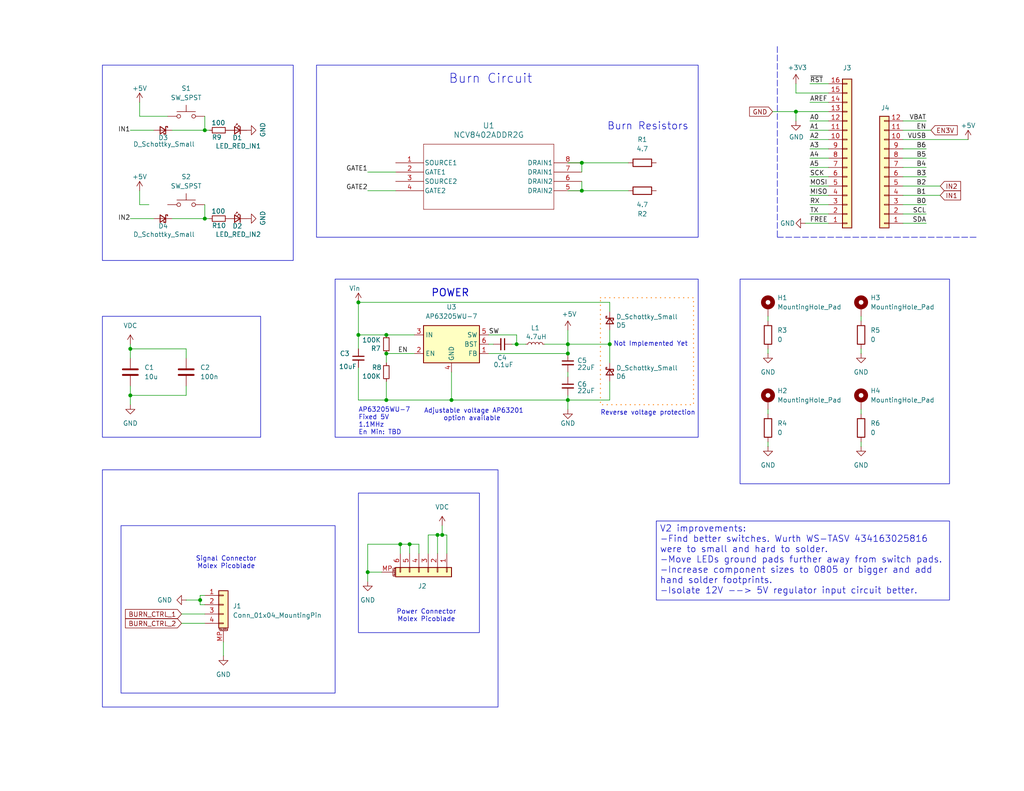
<source format=kicad_sch>
(kicad_sch
	(version 20250114)
	(generator "eeschema")
	(generator_version "9.0")
	(uuid "668c3a07-3236-4b27-b3a6-03c249258f7f")
	(paper "USLetter")
	(title_block
		(title "Burnwing")
		(date "2025-03-18")
		(rev "1")
	)
	(lib_symbols
		(symbol "2025-03-27_04-56-48:NCV8402ADDR2G"
			(pin_names
				(offset 0.254)
			)
			(exclude_from_sim no)
			(in_bom yes)
			(on_board yes)
			(property "Reference" "U"
				(at 25.4 10.16 0)
				(effects
					(font
						(size 1.524 1.524)
					)
				)
			)
			(property "Value" "NCV8402ADDR2G"
				(at 25.4 7.62 0)
				(effects
					(font
						(size 1.524 1.524)
					)
				)
			)
			(property "Footprint" "SOIC8_ONS"
				(at 0 0 0)
				(effects
					(font
						(size 1.27 1.27)
						(italic yes)
					)
					(hide yes)
				)
			)
			(property "Datasheet" "NCV8402ADDR2G"
				(at 0 0 0)
				(effects
					(font
						(size 1.27 1.27)
						(italic yes)
					)
					(hide yes)
				)
			)
			(property "Description" ""
				(at 0 0 0)
				(effects
					(font
						(size 1.27 1.27)
					)
					(hide yes)
				)
			)
			(property "ki_locked" ""
				(at 0 0 0)
				(effects
					(font
						(size 1.27 1.27)
					)
				)
			)
			(property "ki_keywords" "NCV8402ADDR2G"
				(at 0 0 0)
				(effects
					(font
						(size 1.27 1.27)
					)
					(hide yes)
				)
			)
			(property "ki_fp_filters" "SOIC8_ONS SOIC8_ONS-M SOIC8_ONS-L"
				(at 0 0 0)
				(effects
					(font
						(size 1.27 1.27)
					)
					(hide yes)
				)
			)
			(symbol "NCV8402ADDR2G_0_1"
				(polyline
					(pts
						(xy 7.62 5.08) (xy 7.62 -12.7)
					)
					(stroke
						(width 0.127)
						(type default)
					)
					(fill
						(type none)
					)
				)
				(polyline
					(pts
						(xy 7.62 -12.7) (xy 43.18 -12.7)
					)
					(stroke
						(width 0.127)
						(type default)
					)
					(fill
						(type none)
					)
				)
				(polyline
					(pts
						(xy 43.18 5.08) (xy 7.62 5.08)
					)
					(stroke
						(width 0.127)
						(type default)
					)
					(fill
						(type none)
					)
				)
				(polyline
					(pts
						(xy 43.18 -12.7) (xy 43.18 5.08)
					)
					(stroke
						(width 0.127)
						(type default)
					)
					(fill
						(type none)
					)
				)
				(pin unspecified line
					(at 0 0 0)
					(length 7.62)
					(name "SOURCE1"
						(effects
							(font
								(size 1.27 1.27)
							)
						)
					)
					(number "1"
						(effects
							(font
								(size 1.27 1.27)
							)
						)
					)
				)
				(pin unspecified line
					(at 0 -2.54 0)
					(length 7.62)
					(name "GATE1"
						(effects
							(font
								(size 1.27 1.27)
							)
						)
					)
					(number "2"
						(effects
							(font
								(size 1.27 1.27)
							)
						)
					)
				)
				(pin unspecified line
					(at 0 -5.08 0)
					(length 7.62)
					(name "SOURCE2"
						(effects
							(font
								(size 1.27 1.27)
							)
						)
					)
					(number "3"
						(effects
							(font
								(size 1.27 1.27)
							)
						)
					)
				)
				(pin unspecified line
					(at 0 -7.62 0)
					(length 7.62)
					(name "GATE2"
						(effects
							(font
								(size 1.27 1.27)
							)
						)
					)
					(number "4"
						(effects
							(font
								(size 1.27 1.27)
							)
						)
					)
				)
				(pin unspecified line
					(at 50.8 0 180)
					(length 7.62)
					(name "DRAIN1"
						(effects
							(font
								(size 1.27 1.27)
							)
						)
					)
					(number "8"
						(effects
							(font
								(size 1.27 1.27)
							)
						)
					)
				)
				(pin unspecified line
					(at 50.8 -2.54 180)
					(length 7.62)
					(name "DRAIN1"
						(effects
							(font
								(size 1.27 1.27)
							)
						)
					)
					(number "7"
						(effects
							(font
								(size 1.27 1.27)
							)
						)
					)
				)
				(pin unspecified line
					(at 50.8 -5.08 180)
					(length 7.62)
					(name "DRAIN2"
						(effects
							(font
								(size 1.27 1.27)
							)
						)
					)
					(number "6"
						(effects
							(font
								(size 1.27 1.27)
							)
						)
					)
				)
				(pin unspecified line
					(at 50.8 -7.62 180)
					(length 7.62)
					(name "DRAIN2"
						(effects
							(font
								(size 1.27 1.27)
							)
						)
					)
					(number "5"
						(effects
							(font
								(size 1.27 1.27)
							)
						)
					)
				)
			)
			(embedded_fonts no)
		)
		(symbol "Connector_Generic_MountingPin:Conn_01x04_MountingPin"
			(pin_names
				(offset 1.016)
				(hide yes)
			)
			(exclude_from_sim no)
			(in_bom yes)
			(on_board yes)
			(property "Reference" "J"
				(at 0 5.08 0)
				(effects
					(font
						(size 1.27 1.27)
					)
				)
			)
			(property "Value" "Conn_01x04_MountingPin"
				(at 1.27 -7.62 0)
				(effects
					(font
						(size 1.27 1.27)
					)
					(justify left)
				)
			)
			(property "Footprint" ""
				(at 0 0 0)
				(effects
					(font
						(size 1.27 1.27)
					)
					(hide yes)
				)
			)
			(property "Datasheet" "~"
				(at 0 0 0)
				(effects
					(font
						(size 1.27 1.27)
					)
					(hide yes)
				)
			)
			(property "Description" "Generic connectable mounting pin connector, single row, 01x04, script generated (kicad-library-utils/schlib/autogen/connector/)"
				(at 0 0 0)
				(effects
					(font
						(size 1.27 1.27)
					)
					(hide yes)
				)
			)
			(property "ki_keywords" "connector"
				(at 0 0 0)
				(effects
					(font
						(size 1.27 1.27)
					)
					(hide yes)
				)
			)
			(property "ki_fp_filters" "Connector*:*_1x??-1MP*"
				(at 0 0 0)
				(effects
					(font
						(size 1.27 1.27)
					)
					(hide yes)
				)
			)
			(symbol "Conn_01x04_MountingPin_1_1"
				(rectangle
					(start -1.27 3.81)
					(end 1.27 -6.35)
					(stroke
						(width 0.254)
						(type default)
					)
					(fill
						(type background)
					)
				)
				(rectangle
					(start -1.27 2.667)
					(end 0 2.413)
					(stroke
						(width 0.1524)
						(type default)
					)
					(fill
						(type none)
					)
				)
				(rectangle
					(start -1.27 0.127)
					(end 0 -0.127)
					(stroke
						(width 0.1524)
						(type default)
					)
					(fill
						(type none)
					)
				)
				(rectangle
					(start -1.27 -2.413)
					(end 0 -2.667)
					(stroke
						(width 0.1524)
						(type default)
					)
					(fill
						(type none)
					)
				)
				(rectangle
					(start -1.27 -4.953)
					(end 0 -5.207)
					(stroke
						(width 0.1524)
						(type default)
					)
					(fill
						(type none)
					)
				)
				(polyline
					(pts
						(xy -1.016 -7.112) (xy 1.016 -7.112)
					)
					(stroke
						(width 0.1524)
						(type default)
					)
					(fill
						(type none)
					)
				)
				(text "Mounting"
					(at 0 -6.731 0)
					(effects
						(font
							(size 0.381 0.381)
						)
					)
				)
				(pin passive line
					(at -5.08 2.54 0)
					(length 3.81)
					(name "Pin_1"
						(effects
							(font
								(size 1.27 1.27)
							)
						)
					)
					(number "1"
						(effects
							(font
								(size 1.27 1.27)
							)
						)
					)
				)
				(pin passive line
					(at -5.08 0 0)
					(length 3.81)
					(name "Pin_2"
						(effects
							(font
								(size 1.27 1.27)
							)
						)
					)
					(number "2"
						(effects
							(font
								(size 1.27 1.27)
							)
						)
					)
				)
				(pin passive line
					(at -5.08 -2.54 0)
					(length 3.81)
					(name "Pin_3"
						(effects
							(font
								(size 1.27 1.27)
							)
						)
					)
					(number "3"
						(effects
							(font
								(size 1.27 1.27)
							)
						)
					)
				)
				(pin passive line
					(at -5.08 -5.08 0)
					(length 3.81)
					(name "Pin_4"
						(effects
							(font
								(size 1.27 1.27)
							)
						)
					)
					(number "4"
						(effects
							(font
								(size 1.27 1.27)
							)
						)
					)
				)
				(pin passive line
					(at 0 -10.16 90)
					(length 3.048)
					(name "MountPin"
						(effects
							(font
								(size 1.27 1.27)
							)
						)
					)
					(number "MP"
						(effects
							(font
								(size 1.27 1.27)
							)
						)
					)
				)
			)
			(embedded_fonts no)
		)
		(symbol "Connector_Generic_MountingPin:Conn_01x06_MountingPin"
			(pin_names
				(offset 1.016)
				(hide yes)
			)
			(exclude_from_sim no)
			(in_bom yes)
			(on_board yes)
			(property "Reference" "J"
				(at 0 7.62 0)
				(effects
					(font
						(size 1.27 1.27)
					)
				)
			)
			(property "Value" "Conn_01x06_MountingPin"
				(at 1.27 -10.16 0)
				(effects
					(font
						(size 1.27 1.27)
					)
					(justify left)
				)
			)
			(property "Footprint" ""
				(at 0 0 0)
				(effects
					(font
						(size 1.27 1.27)
					)
					(hide yes)
				)
			)
			(property "Datasheet" "~"
				(at 0 0 0)
				(effects
					(font
						(size 1.27 1.27)
					)
					(hide yes)
				)
			)
			(property "Description" "Generic connectable mounting pin connector, single row, 01x06, script generated (kicad-library-utils/schlib/autogen/connector/)"
				(at 0 0 0)
				(effects
					(font
						(size 1.27 1.27)
					)
					(hide yes)
				)
			)
			(property "ki_keywords" "connector"
				(at 0 0 0)
				(effects
					(font
						(size 1.27 1.27)
					)
					(hide yes)
				)
			)
			(property "ki_fp_filters" "Connector*:*_1x??-1MP*"
				(at 0 0 0)
				(effects
					(font
						(size 1.27 1.27)
					)
					(hide yes)
				)
			)
			(symbol "Conn_01x06_MountingPin_1_1"
				(rectangle
					(start -1.27 6.35)
					(end 1.27 -8.89)
					(stroke
						(width 0.254)
						(type default)
					)
					(fill
						(type background)
					)
				)
				(rectangle
					(start -1.27 5.207)
					(end 0 4.953)
					(stroke
						(width 0.1524)
						(type default)
					)
					(fill
						(type none)
					)
				)
				(rectangle
					(start -1.27 2.667)
					(end 0 2.413)
					(stroke
						(width 0.1524)
						(type default)
					)
					(fill
						(type none)
					)
				)
				(rectangle
					(start -1.27 0.127)
					(end 0 -0.127)
					(stroke
						(width 0.1524)
						(type default)
					)
					(fill
						(type none)
					)
				)
				(rectangle
					(start -1.27 -2.413)
					(end 0 -2.667)
					(stroke
						(width 0.1524)
						(type default)
					)
					(fill
						(type none)
					)
				)
				(rectangle
					(start -1.27 -4.953)
					(end 0 -5.207)
					(stroke
						(width 0.1524)
						(type default)
					)
					(fill
						(type none)
					)
				)
				(rectangle
					(start -1.27 -7.493)
					(end 0 -7.747)
					(stroke
						(width 0.1524)
						(type default)
					)
					(fill
						(type none)
					)
				)
				(polyline
					(pts
						(xy -1.016 -9.652) (xy 1.016 -9.652)
					)
					(stroke
						(width 0.1524)
						(type default)
					)
					(fill
						(type none)
					)
				)
				(text "Mounting"
					(at 0 -9.271 0)
					(effects
						(font
							(size 0.381 0.381)
						)
					)
				)
				(pin passive line
					(at -5.08 5.08 0)
					(length 3.81)
					(name "Pin_1"
						(effects
							(font
								(size 1.27 1.27)
							)
						)
					)
					(number "1"
						(effects
							(font
								(size 1.27 1.27)
							)
						)
					)
				)
				(pin passive line
					(at -5.08 2.54 0)
					(length 3.81)
					(name "Pin_2"
						(effects
							(font
								(size 1.27 1.27)
							)
						)
					)
					(number "2"
						(effects
							(font
								(size 1.27 1.27)
							)
						)
					)
				)
				(pin passive line
					(at -5.08 0 0)
					(length 3.81)
					(name "Pin_3"
						(effects
							(font
								(size 1.27 1.27)
							)
						)
					)
					(number "3"
						(effects
							(font
								(size 1.27 1.27)
							)
						)
					)
				)
				(pin passive line
					(at -5.08 -2.54 0)
					(length 3.81)
					(name "Pin_4"
						(effects
							(font
								(size 1.27 1.27)
							)
						)
					)
					(number "4"
						(effects
							(font
								(size 1.27 1.27)
							)
						)
					)
				)
				(pin passive line
					(at -5.08 -5.08 0)
					(length 3.81)
					(name "Pin_5"
						(effects
							(font
								(size 1.27 1.27)
							)
						)
					)
					(number "5"
						(effects
							(font
								(size 1.27 1.27)
							)
						)
					)
				)
				(pin passive line
					(at -5.08 -7.62 0)
					(length 3.81)
					(name "Pin_6"
						(effects
							(font
								(size 1.27 1.27)
							)
						)
					)
					(number "6"
						(effects
							(font
								(size 1.27 1.27)
							)
						)
					)
				)
				(pin passive line
					(at 0 -12.7 90)
					(length 3.048)
					(name "MountPin"
						(effects
							(font
								(size 1.27 1.27)
							)
						)
					)
					(number "MP"
						(effects
							(font
								(size 1.27 1.27)
							)
						)
					)
				)
			)
			(embedded_fonts no)
		)
		(symbol "Device:C"
			(pin_numbers
				(hide yes)
			)
			(pin_names
				(offset 0.254)
			)
			(exclude_from_sim no)
			(in_bom yes)
			(on_board yes)
			(property "Reference" "C"
				(at 0.635 2.54 0)
				(effects
					(font
						(size 1.27 1.27)
					)
					(justify left)
				)
			)
			(property "Value" "C"
				(at 0.635 -2.54 0)
				(effects
					(font
						(size 1.27 1.27)
					)
					(justify left)
				)
			)
			(property "Footprint" ""
				(at 0.9652 -3.81 0)
				(effects
					(font
						(size 1.27 1.27)
					)
					(hide yes)
				)
			)
			(property "Datasheet" "~"
				(at 0 0 0)
				(effects
					(font
						(size 1.27 1.27)
					)
					(hide yes)
				)
			)
			(property "Description" "Unpolarized capacitor"
				(at 0 0 0)
				(effects
					(font
						(size 1.27 1.27)
					)
					(hide yes)
				)
			)
			(property "ki_keywords" "cap capacitor"
				(at 0 0 0)
				(effects
					(font
						(size 1.27 1.27)
					)
					(hide yes)
				)
			)
			(property "ki_fp_filters" "C_*"
				(at 0 0 0)
				(effects
					(font
						(size 1.27 1.27)
					)
					(hide yes)
				)
			)
			(symbol "C_0_1"
				(polyline
					(pts
						(xy -2.032 0.762) (xy 2.032 0.762)
					)
					(stroke
						(width 0.508)
						(type default)
					)
					(fill
						(type none)
					)
				)
				(polyline
					(pts
						(xy -2.032 -0.762) (xy 2.032 -0.762)
					)
					(stroke
						(width 0.508)
						(type default)
					)
					(fill
						(type none)
					)
				)
			)
			(symbol "C_1_1"
				(pin passive line
					(at 0 3.81 270)
					(length 2.794)
					(name "~"
						(effects
							(font
								(size 1.27 1.27)
							)
						)
					)
					(number "1"
						(effects
							(font
								(size 1.27 1.27)
							)
						)
					)
				)
				(pin passive line
					(at 0 -3.81 90)
					(length 2.794)
					(name "~"
						(effects
							(font
								(size 1.27 1.27)
							)
						)
					)
					(number "2"
						(effects
							(font
								(size 1.27 1.27)
							)
						)
					)
				)
			)
			(embedded_fonts no)
		)
		(symbol "Device:R"
			(pin_numbers
				(hide yes)
			)
			(pin_names
				(offset 0)
			)
			(exclude_from_sim no)
			(in_bom yes)
			(on_board yes)
			(property "Reference" "R"
				(at 2.032 0 90)
				(effects
					(font
						(size 1.27 1.27)
					)
				)
			)
			(property "Value" "R"
				(at 0 0 90)
				(effects
					(font
						(size 1.27 1.27)
					)
				)
			)
			(property "Footprint" ""
				(at -1.778 0 90)
				(effects
					(font
						(size 1.27 1.27)
					)
					(hide yes)
				)
			)
			(property "Datasheet" "~"
				(at 0 0 0)
				(effects
					(font
						(size 1.27 1.27)
					)
					(hide yes)
				)
			)
			(property "Description" "Resistor"
				(at 0 0 0)
				(effects
					(font
						(size 1.27 1.27)
					)
					(hide yes)
				)
			)
			(property "ki_keywords" "R res resistor"
				(at 0 0 0)
				(effects
					(font
						(size 1.27 1.27)
					)
					(hide yes)
				)
			)
			(property "ki_fp_filters" "R_*"
				(at 0 0 0)
				(effects
					(font
						(size 1.27 1.27)
					)
					(hide yes)
				)
			)
			(symbol "R_0_1"
				(rectangle
					(start -1.016 -2.54)
					(end 1.016 2.54)
					(stroke
						(width 0.254)
						(type default)
					)
					(fill
						(type none)
					)
				)
			)
			(symbol "R_1_1"
				(pin passive line
					(at 0 3.81 270)
					(length 1.27)
					(name "~"
						(effects
							(font
								(size 1.27 1.27)
							)
						)
					)
					(number "1"
						(effects
							(font
								(size 1.27 1.27)
							)
						)
					)
				)
				(pin passive line
					(at 0 -3.81 90)
					(length 1.27)
					(name "~"
						(effects
							(font
								(size 1.27 1.27)
							)
						)
					)
					(number "2"
						(effects
							(font
								(size 1.27 1.27)
							)
						)
					)
				)
			)
			(embedded_fonts no)
		)
		(symbol "Library:+3.3V-power"
			(power)
			(pin_names
				(offset 0)
			)
			(exclude_from_sim no)
			(in_bom yes)
			(on_board yes)
			(property "Reference" "#PWR"
				(at 0 -3.81 0)
				(effects
					(font
						(size 1.27 1.27)
					)
					(hide yes)
				)
			)
			(property "Value" "power_+3.3V"
				(at 0 3.556 0)
				(effects
					(font
						(size 1.27 1.27)
					)
				)
			)
			(property "Footprint" ""
				(at 0 0 0)
				(effects
					(font
						(size 1.27 1.27)
					)
					(hide yes)
				)
			)
			(property "Datasheet" ""
				(at 0 0 0)
				(effects
					(font
						(size 1.27 1.27)
					)
					(hide yes)
				)
			)
			(property "Description" ""
				(at 0 0 0)
				(effects
					(font
						(size 1.27 1.27)
					)
					(hide yes)
				)
			)
			(symbol "+3.3V-power_0_1"
				(polyline
					(pts
						(xy -0.762 1.27) (xy 0 2.54)
					)
					(stroke
						(width 0)
						(type solid)
					)
					(fill
						(type none)
					)
				)
				(polyline
					(pts
						(xy 0 2.54) (xy 0.762 1.27)
					)
					(stroke
						(width 0)
						(type solid)
					)
					(fill
						(type none)
					)
				)
				(polyline
					(pts
						(xy 0 0) (xy 0 2.54)
					)
					(stroke
						(width 0)
						(type solid)
					)
					(fill
						(type none)
					)
				)
			)
			(symbol "+3.3V-power_1_1"
				(pin power_in line
					(at 0 0 90)
					(length 0)
					(hide yes)
					(name "+3V3"
						(effects
							(font
								(size 1.27 1.27)
							)
						)
					)
					(number "1"
						(effects
							(font
								(size 1.27 1.27)
							)
						)
					)
				)
			)
			(embedded_fonts no)
		)
		(symbol "Library:+BATT"
			(power)
			(pin_numbers
				(hide yes)
			)
			(pin_names
				(offset 0)
				(hide yes)
			)
			(exclude_from_sim no)
			(in_bom yes)
			(on_board yes)
			(property "Reference" "#PWR"
				(at 0 -3.81 0)
				(effects
					(font
						(size 1.27 1.27)
					)
					(hide yes)
				)
			)
			(property "Value" "+BATT"
				(at 0 3.556 0)
				(effects
					(font
						(size 1.27 1.27)
					)
				)
			)
			(property "Footprint" ""
				(at 0 0 0)
				(effects
					(font
						(size 1.27 1.27)
					)
					(hide yes)
				)
			)
			(property "Datasheet" ""
				(at 0 0 0)
				(effects
					(font
						(size 1.27 1.27)
					)
					(hide yes)
				)
			)
			(property "Description" "Power symbol creates a global label with name \"+BATT\""
				(at 0 0 0)
				(effects
					(font
						(size 1.27 1.27)
					)
					(hide yes)
				)
			)
			(property "ki_keywords" "global power battery"
				(at 0 0 0)
				(effects
					(font
						(size 1.27 1.27)
					)
					(hide yes)
				)
			)
			(symbol "+BATT_0_1"
				(polyline
					(pts
						(xy -0.762 1.27) (xy 0 2.54)
					)
					(stroke
						(width 0)
						(type default)
					)
					(fill
						(type none)
					)
				)
				(polyline
					(pts
						(xy 0 2.54) (xy 0.762 1.27)
					)
					(stroke
						(width 0)
						(type default)
					)
					(fill
						(type none)
					)
				)
				(polyline
					(pts
						(xy 0 0) (xy 0 2.54)
					)
					(stroke
						(width 0)
						(type default)
					)
					(fill
						(type none)
					)
				)
			)
			(symbol "+BATT_1_1"
				(pin power_in line
					(at 0 0 90)
					(length 0)
					(name "~"
						(effects
							(font
								(size 1.27 1.27)
							)
						)
					)
					(number "1"
						(effects
							(font
								(size 1.27 1.27)
							)
						)
					)
				)
			)
			(embedded_fonts no)
		)
		(symbol "Library:AP63200WU"
			(exclude_from_sim no)
			(in_bom yes)
			(on_board yes)
			(property "Reference" "U"
				(at -7.62 6.35 0)
				(effects
					(font
						(size 1.27 1.27)
					)
				)
			)
			(property "Value" "AP63200WU"
				(at 2.54 6.35 0)
				(effects
					(font
						(size 1.27 1.27)
					)
				)
			)
			(property "Footprint" "Package_TO_SOT_SMD:TSOT-23-6"
				(at 0 -22.86 0)
				(effects
					(font
						(size 1.27 1.27)
					)
					(hide yes)
				)
			)
			(property "Datasheet" "https://www.diodes.com/assets/Datasheets/AP63200-AP63201-AP63203-AP63205.pdf"
				(at 0 0 0)
				(effects
					(font
						(size 1.27 1.27)
					)
					(hide yes)
				)
			)
			(property "Description" "2A, 500kHz Buck DC/DC Converter, adjustable output voltage, TSOT-23-6"
				(at 0 0 0)
				(effects
					(font
						(size 1.27 1.27)
					)
					(hide yes)
				)
			)
			(property "ki_keywords" "2A Buck DC/DC"
				(at 0 0 0)
				(effects
					(font
						(size 1.27 1.27)
					)
					(hide yes)
				)
			)
			(property "ki_fp_filters" "TSOT?23*"
				(at 0 0 0)
				(effects
					(font
						(size 1.27 1.27)
					)
					(hide yes)
				)
			)
			(symbol "AP63200WU_0_1"
				(rectangle
					(start -7.62 5.08)
					(end 7.62 -5.08)
					(stroke
						(width 0.254)
						(type default)
					)
					(fill
						(type background)
					)
				)
			)
			(symbol "AP63200WU_1_1"
				(pin power_in line
					(at -10.16 2.54 0)
					(length 2.54)
					(name "IN"
						(effects
							(font
								(size 1.27 1.27)
							)
						)
					)
					(number "3"
						(effects
							(font
								(size 1.27 1.27)
							)
						)
					)
				)
				(pin input line
					(at -10.16 -2.54 0)
					(length 2.54)
					(name "EN"
						(effects
							(font
								(size 1.27 1.27)
							)
						)
					)
					(number "2"
						(effects
							(font
								(size 1.27 1.27)
							)
						)
					)
				)
				(pin power_in line
					(at 0 -7.62 90)
					(length 2.54)
					(name "GND"
						(effects
							(font
								(size 1.27 1.27)
							)
						)
					)
					(number "4"
						(effects
							(font
								(size 1.27 1.27)
							)
						)
					)
				)
				(pin output line
					(at 10.16 2.54 180)
					(length 2.54)
					(name "SW"
						(effects
							(font
								(size 1.27 1.27)
							)
						)
					)
					(number "5"
						(effects
							(font
								(size 1.27 1.27)
							)
						)
					)
				)
				(pin passive line
					(at 10.16 0 180)
					(length 2.54)
					(name "BST"
						(effects
							(font
								(size 1.27 1.27)
							)
						)
					)
					(number "6"
						(effects
							(font
								(size 1.27 1.27)
							)
						)
					)
				)
				(pin input line
					(at 10.16 -2.54 180)
					(length 2.54)
					(name "FB"
						(effects
							(font
								(size 1.27 1.27)
							)
						)
					)
					(number "1"
						(effects
							(font
								(size 1.27 1.27)
							)
						)
					)
				)
			)
			(embedded_fonts no)
		)
		(symbol "Library:C_Small"
			(pin_numbers
				(hide yes)
			)
			(pin_names
				(offset 0.254)
				(hide yes)
			)
			(exclude_from_sim no)
			(in_bom yes)
			(on_board yes)
			(property "Reference" "C"
				(at 0.254 1.778 0)
				(effects
					(font
						(size 1.27 1.27)
					)
					(justify left)
				)
			)
			(property "Value" "C_Small"
				(at 0.254 -2.032 0)
				(effects
					(font
						(size 1.27 1.27)
					)
					(justify left)
				)
			)
			(property "Footprint" ""
				(at 0 0 0)
				(effects
					(font
						(size 1.27 1.27)
					)
					(hide yes)
				)
			)
			(property "Datasheet" "~"
				(at 0 0 0)
				(effects
					(font
						(size 1.27 1.27)
					)
					(hide yes)
				)
			)
			(property "Description" "Unpolarized capacitor, small symbol"
				(at 0 0 0)
				(effects
					(font
						(size 1.27 1.27)
					)
					(hide yes)
				)
			)
			(property "ki_keywords" "capacitor cap"
				(at 0 0 0)
				(effects
					(font
						(size 1.27 1.27)
					)
					(hide yes)
				)
			)
			(property "ki_fp_filters" "C_*"
				(at 0 0 0)
				(effects
					(font
						(size 1.27 1.27)
					)
					(hide yes)
				)
			)
			(symbol "C_Small_0_1"
				(polyline
					(pts
						(xy -1.524 0.508) (xy 1.524 0.508)
					)
					(stroke
						(width 0.3048)
						(type default)
					)
					(fill
						(type none)
					)
				)
				(polyline
					(pts
						(xy -1.524 -0.508) (xy 1.524 -0.508)
					)
					(stroke
						(width 0.3302)
						(type default)
					)
					(fill
						(type none)
					)
				)
			)
			(symbol "C_Small_1_1"
				(pin passive line
					(at 0 2.54 270)
					(length 2.032)
					(name "~"
						(effects
							(font
								(size 1.27 1.27)
							)
						)
					)
					(number "1"
						(effects
							(font
								(size 1.27 1.27)
							)
						)
					)
				)
				(pin passive line
					(at 0 -2.54 90)
					(length 2.032)
					(name "~"
						(effects
							(font
								(size 1.27 1.27)
							)
						)
					)
					(number "2"
						(effects
							(font
								(size 1.27 1.27)
							)
						)
					)
				)
			)
			(embedded_fonts no)
		)
		(symbol "Library:Conn_01x12"
			(pin_names
				(offset 1.016)
				(hide yes)
			)
			(exclude_from_sim no)
			(in_bom yes)
			(on_board yes)
			(property "Reference" "J"
				(at 0 15.24 0)
				(effects
					(font
						(size 1.27 1.27)
					)
				)
			)
			(property "Value" "Conn_01x12"
				(at 0 -17.78 0)
				(effects
					(font
						(size 1.27 1.27)
					)
				)
			)
			(property "Footprint" ""
				(at 0 0 0)
				(effects
					(font
						(size 1.27 1.27)
					)
					(hide yes)
				)
			)
			(property "Datasheet" "~"
				(at 0 0 0)
				(effects
					(font
						(size 1.27 1.27)
					)
					(hide yes)
				)
			)
			(property "Description" "Generic connector, single row, 01x12, script generated (kicad-library-utils/schlib/autogen/connector/)"
				(at 0 0 0)
				(effects
					(font
						(size 1.27 1.27)
					)
					(hide yes)
				)
			)
			(property "ki_keywords" "connector"
				(at 0 0 0)
				(effects
					(font
						(size 1.27 1.27)
					)
					(hide yes)
				)
			)
			(property "ki_fp_filters" "Connector*:*_1x??_*"
				(at 0 0 0)
				(effects
					(font
						(size 1.27 1.27)
					)
					(hide yes)
				)
			)
			(symbol "Conn_01x12_1_1"
				(rectangle
					(start -1.27 13.97)
					(end 1.27 -16.51)
					(stroke
						(width 0.254)
						(type default)
					)
					(fill
						(type background)
					)
				)
				(rectangle
					(start -1.27 12.827)
					(end 0 12.573)
					(stroke
						(width 0.1524)
						(type default)
					)
					(fill
						(type none)
					)
				)
				(rectangle
					(start -1.27 10.287)
					(end 0 10.033)
					(stroke
						(width 0.1524)
						(type default)
					)
					(fill
						(type none)
					)
				)
				(rectangle
					(start -1.27 7.747)
					(end 0 7.493)
					(stroke
						(width 0.1524)
						(type default)
					)
					(fill
						(type none)
					)
				)
				(rectangle
					(start -1.27 5.207)
					(end 0 4.953)
					(stroke
						(width 0.1524)
						(type default)
					)
					(fill
						(type none)
					)
				)
				(rectangle
					(start -1.27 2.667)
					(end 0 2.413)
					(stroke
						(width 0.1524)
						(type default)
					)
					(fill
						(type none)
					)
				)
				(rectangle
					(start -1.27 0.127)
					(end 0 -0.127)
					(stroke
						(width 0.1524)
						(type default)
					)
					(fill
						(type none)
					)
				)
				(rectangle
					(start -1.27 -2.413)
					(end 0 -2.667)
					(stroke
						(width 0.1524)
						(type default)
					)
					(fill
						(type none)
					)
				)
				(rectangle
					(start -1.27 -4.953)
					(end 0 -5.207)
					(stroke
						(width 0.1524)
						(type default)
					)
					(fill
						(type none)
					)
				)
				(rectangle
					(start -1.27 -7.493)
					(end 0 -7.747)
					(stroke
						(width 0.1524)
						(type default)
					)
					(fill
						(type none)
					)
				)
				(rectangle
					(start -1.27 -10.033)
					(end 0 -10.287)
					(stroke
						(width 0.1524)
						(type default)
					)
					(fill
						(type none)
					)
				)
				(rectangle
					(start -1.27 -12.573)
					(end 0 -12.827)
					(stroke
						(width 0.1524)
						(type default)
					)
					(fill
						(type none)
					)
				)
				(rectangle
					(start -1.27 -15.113)
					(end 0 -15.367)
					(stroke
						(width 0.1524)
						(type default)
					)
					(fill
						(type none)
					)
				)
				(pin passive line
					(at -5.08 12.7 0)
					(length 3.81)
					(name "Pin_1"
						(effects
							(font
								(size 1.27 1.27)
							)
						)
					)
					(number "1"
						(effects
							(font
								(size 1.27 1.27)
							)
						)
					)
				)
				(pin passive line
					(at -5.08 10.16 0)
					(length 3.81)
					(name "Pin_2"
						(effects
							(font
								(size 1.27 1.27)
							)
						)
					)
					(number "2"
						(effects
							(font
								(size 1.27 1.27)
							)
						)
					)
				)
				(pin passive line
					(at -5.08 7.62 0)
					(length 3.81)
					(name "Pin_3"
						(effects
							(font
								(size 1.27 1.27)
							)
						)
					)
					(number "3"
						(effects
							(font
								(size 1.27 1.27)
							)
						)
					)
				)
				(pin passive line
					(at -5.08 5.08 0)
					(length 3.81)
					(name "Pin_4"
						(effects
							(font
								(size 1.27 1.27)
							)
						)
					)
					(number "4"
						(effects
							(font
								(size 1.27 1.27)
							)
						)
					)
				)
				(pin passive line
					(at -5.08 2.54 0)
					(length 3.81)
					(name "Pin_5"
						(effects
							(font
								(size 1.27 1.27)
							)
						)
					)
					(number "5"
						(effects
							(font
								(size 1.27 1.27)
							)
						)
					)
				)
				(pin passive line
					(at -5.08 0 0)
					(length 3.81)
					(name "Pin_6"
						(effects
							(font
								(size 1.27 1.27)
							)
						)
					)
					(number "6"
						(effects
							(font
								(size 1.27 1.27)
							)
						)
					)
				)
				(pin passive line
					(at -5.08 -2.54 0)
					(length 3.81)
					(name "Pin_7"
						(effects
							(font
								(size 1.27 1.27)
							)
						)
					)
					(number "7"
						(effects
							(font
								(size 1.27 1.27)
							)
						)
					)
				)
				(pin passive line
					(at -5.08 -5.08 0)
					(length 3.81)
					(name "Pin_8"
						(effects
							(font
								(size 1.27 1.27)
							)
						)
					)
					(number "8"
						(effects
							(font
								(size 1.27 1.27)
							)
						)
					)
				)
				(pin passive line
					(at -5.08 -7.62 0)
					(length 3.81)
					(name "Pin_9"
						(effects
							(font
								(size 1.27 1.27)
							)
						)
					)
					(number "9"
						(effects
							(font
								(size 1.27 1.27)
							)
						)
					)
				)
				(pin passive line
					(at -5.08 -10.16 0)
					(length 3.81)
					(name "Pin_10"
						(effects
							(font
								(size 1.27 1.27)
							)
						)
					)
					(number "10"
						(effects
							(font
								(size 1.27 1.27)
							)
						)
					)
				)
				(pin passive line
					(at -5.08 -12.7 0)
					(length 3.81)
					(name "Pin_11"
						(effects
							(font
								(size 1.27 1.27)
							)
						)
					)
					(number "11"
						(effects
							(font
								(size 1.27 1.27)
							)
						)
					)
				)
				(pin passive line
					(at -5.08 -15.24 0)
					(length 3.81)
					(name "Pin_12"
						(effects
							(font
								(size 1.27 1.27)
							)
						)
					)
					(number "12"
						(effects
							(font
								(size 1.27 1.27)
							)
						)
					)
				)
			)
			(embedded_fonts no)
		)
		(symbol "Library:Conn_01x16"
			(pin_names
				(offset 1.016)
				(hide yes)
			)
			(exclude_from_sim no)
			(in_bom yes)
			(on_board yes)
			(property "Reference" "J"
				(at 0 20.32 0)
				(effects
					(font
						(size 1.27 1.27)
					)
				)
			)
			(property "Value" "Conn_01x16"
				(at 0 -22.86 0)
				(effects
					(font
						(size 1.27 1.27)
					)
				)
			)
			(property "Footprint" ""
				(at 0 0 0)
				(effects
					(font
						(size 1.27 1.27)
					)
					(hide yes)
				)
			)
			(property "Datasheet" "~"
				(at 0 0 0)
				(effects
					(font
						(size 1.27 1.27)
					)
					(hide yes)
				)
			)
			(property "Description" "Generic connector, single row, 01x16, script generated (kicad-library-utils/schlib/autogen/connector/)"
				(at 0 0 0)
				(effects
					(font
						(size 1.27 1.27)
					)
					(hide yes)
				)
			)
			(property "ki_keywords" "connector"
				(at 0 0 0)
				(effects
					(font
						(size 1.27 1.27)
					)
					(hide yes)
				)
			)
			(property "ki_fp_filters" "Connector*:*_1x??_*"
				(at 0 0 0)
				(effects
					(font
						(size 1.27 1.27)
					)
					(hide yes)
				)
			)
			(symbol "Conn_01x16_1_1"
				(rectangle
					(start -1.27 19.05)
					(end 1.27 -21.59)
					(stroke
						(width 0.254)
						(type default)
					)
					(fill
						(type background)
					)
				)
				(rectangle
					(start -1.27 17.907)
					(end 0 17.653)
					(stroke
						(width 0.1524)
						(type default)
					)
					(fill
						(type none)
					)
				)
				(rectangle
					(start -1.27 15.367)
					(end 0 15.113)
					(stroke
						(width 0.1524)
						(type default)
					)
					(fill
						(type none)
					)
				)
				(rectangle
					(start -1.27 12.827)
					(end 0 12.573)
					(stroke
						(width 0.1524)
						(type default)
					)
					(fill
						(type none)
					)
				)
				(rectangle
					(start -1.27 10.287)
					(end 0 10.033)
					(stroke
						(width 0.1524)
						(type default)
					)
					(fill
						(type none)
					)
				)
				(rectangle
					(start -1.27 7.747)
					(end 0 7.493)
					(stroke
						(width 0.1524)
						(type default)
					)
					(fill
						(type none)
					)
				)
				(rectangle
					(start -1.27 5.207)
					(end 0 4.953)
					(stroke
						(width 0.1524)
						(type default)
					)
					(fill
						(type none)
					)
				)
				(rectangle
					(start -1.27 2.667)
					(end 0 2.413)
					(stroke
						(width 0.1524)
						(type default)
					)
					(fill
						(type none)
					)
				)
				(rectangle
					(start -1.27 0.127)
					(end 0 -0.127)
					(stroke
						(width 0.1524)
						(type default)
					)
					(fill
						(type none)
					)
				)
				(rectangle
					(start -1.27 -2.413)
					(end 0 -2.667)
					(stroke
						(width 0.1524)
						(type default)
					)
					(fill
						(type none)
					)
				)
				(rectangle
					(start -1.27 -4.953)
					(end 0 -5.207)
					(stroke
						(width 0.1524)
						(type default)
					)
					(fill
						(type none)
					)
				)
				(rectangle
					(start -1.27 -7.493)
					(end 0 -7.747)
					(stroke
						(width 0.1524)
						(type default)
					)
					(fill
						(type none)
					)
				)
				(rectangle
					(start -1.27 -10.033)
					(end 0 -10.287)
					(stroke
						(width 0.1524)
						(type default)
					)
					(fill
						(type none)
					)
				)
				(rectangle
					(start -1.27 -12.573)
					(end 0 -12.827)
					(stroke
						(width 0.1524)
						(type default)
					)
					(fill
						(type none)
					)
				)
				(rectangle
					(start -1.27 -15.113)
					(end 0 -15.367)
					(stroke
						(width 0.1524)
						(type default)
					)
					(fill
						(type none)
					)
				)
				(rectangle
					(start -1.27 -17.653)
					(end 0 -17.907)
					(stroke
						(width 0.1524)
						(type default)
					)
					(fill
						(type none)
					)
				)
				(rectangle
					(start -1.27 -20.193)
					(end 0 -20.447)
					(stroke
						(width 0.1524)
						(type default)
					)
					(fill
						(type none)
					)
				)
				(pin passive line
					(at -5.08 17.78 0)
					(length 3.81)
					(name "Pin_1"
						(effects
							(font
								(size 1.27 1.27)
							)
						)
					)
					(number "1"
						(effects
							(font
								(size 1.27 1.27)
							)
						)
					)
				)
				(pin passive line
					(at -5.08 15.24 0)
					(length 3.81)
					(name "Pin_2"
						(effects
							(font
								(size 1.27 1.27)
							)
						)
					)
					(number "2"
						(effects
							(font
								(size 1.27 1.27)
							)
						)
					)
				)
				(pin passive line
					(at -5.08 12.7 0)
					(length 3.81)
					(name "Pin_3"
						(effects
							(font
								(size 1.27 1.27)
							)
						)
					)
					(number "3"
						(effects
							(font
								(size 1.27 1.27)
							)
						)
					)
				)
				(pin passive line
					(at -5.08 10.16 0)
					(length 3.81)
					(name "Pin_4"
						(effects
							(font
								(size 1.27 1.27)
							)
						)
					)
					(number "4"
						(effects
							(font
								(size 1.27 1.27)
							)
						)
					)
				)
				(pin passive line
					(at -5.08 7.62 0)
					(length 3.81)
					(name "Pin_5"
						(effects
							(font
								(size 1.27 1.27)
							)
						)
					)
					(number "5"
						(effects
							(font
								(size 1.27 1.27)
							)
						)
					)
				)
				(pin passive line
					(at -5.08 5.08 0)
					(length 3.81)
					(name "Pin_6"
						(effects
							(font
								(size 1.27 1.27)
							)
						)
					)
					(number "6"
						(effects
							(font
								(size 1.27 1.27)
							)
						)
					)
				)
				(pin passive line
					(at -5.08 2.54 0)
					(length 3.81)
					(name "Pin_7"
						(effects
							(font
								(size 1.27 1.27)
							)
						)
					)
					(number "7"
						(effects
							(font
								(size 1.27 1.27)
							)
						)
					)
				)
				(pin passive line
					(at -5.08 0 0)
					(length 3.81)
					(name "Pin_8"
						(effects
							(font
								(size 1.27 1.27)
							)
						)
					)
					(number "8"
						(effects
							(font
								(size 1.27 1.27)
							)
						)
					)
				)
				(pin passive line
					(at -5.08 -2.54 0)
					(length 3.81)
					(name "Pin_9"
						(effects
							(font
								(size 1.27 1.27)
							)
						)
					)
					(number "9"
						(effects
							(font
								(size 1.27 1.27)
							)
						)
					)
				)
				(pin passive line
					(at -5.08 -5.08 0)
					(length 3.81)
					(name "Pin_10"
						(effects
							(font
								(size 1.27 1.27)
							)
						)
					)
					(number "10"
						(effects
							(font
								(size 1.27 1.27)
							)
						)
					)
				)
				(pin passive line
					(at -5.08 -7.62 0)
					(length 3.81)
					(name "Pin_11"
						(effects
							(font
								(size 1.27 1.27)
							)
						)
					)
					(number "11"
						(effects
							(font
								(size 1.27 1.27)
							)
						)
					)
				)
				(pin passive line
					(at -5.08 -10.16 0)
					(length 3.81)
					(name "Pin_12"
						(effects
							(font
								(size 1.27 1.27)
							)
						)
					)
					(number "12"
						(effects
							(font
								(size 1.27 1.27)
							)
						)
					)
				)
				(pin passive line
					(at -5.08 -12.7 0)
					(length 3.81)
					(name "Pin_13"
						(effects
							(font
								(size 1.27 1.27)
							)
						)
					)
					(number "13"
						(effects
							(font
								(size 1.27 1.27)
							)
						)
					)
				)
				(pin passive line
					(at -5.08 -15.24 0)
					(length 3.81)
					(name "Pin_14"
						(effects
							(font
								(size 1.27 1.27)
							)
						)
					)
					(number "14"
						(effects
							(font
								(size 1.27 1.27)
							)
						)
					)
				)
				(pin passive line
					(at -5.08 -17.78 0)
					(length 3.81)
					(name "Pin_15"
						(effects
							(font
								(size 1.27 1.27)
							)
						)
					)
					(number "15"
						(effects
							(font
								(size 1.27 1.27)
							)
						)
					)
				)
				(pin passive line
					(at -5.08 -20.32 0)
					(length 3.81)
					(name "Pin_16"
						(effects
							(font
								(size 1.27 1.27)
							)
						)
					)
					(number "16"
						(effects
							(font
								(size 1.27 1.27)
							)
						)
					)
				)
			)
			(embedded_fonts no)
		)
		(symbol "Library:D_Schottky_Small"
			(pin_numbers
				(hide yes)
			)
			(pin_names
				(offset 0.254)
				(hide yes)
			)
			(exclude_from_sim no)
			(in_bom yes)
			(on_board yes)
			(property "Reference" "D"
				(at -1.27 2.032 0)
				(effects
					(font
						(size 1.27 1.27)
					)
					(justify left)
				)
			)
			(property "Value" "D_Schottky_Small"
				(at -7.112 -2.032 0)
				(effects
					(font
						(size 1.27 1.27)
					)
					(justify left)
				)
			)
			(property "Footprint" ""
				(at 0 0 90)
				(effects
					(font
						(size 1.27 1.27)
					)
					(hide yes)
				)
			)
			(property "Datasheet" "~"
				(at 0 0 90)
				(effects
					(font
						(size 1.27 1.27)
					)
					(hide yes)
				)
			)
			(property "Description" "Schottky diode, small symbol"
				(at 0 0 0)
				(effects
					(font
						(size 1.27 1.27)
					)
					(hide yes)
				)
			)
			(property "ki_keywords" "diode Schottky"
				(at 0 0 0)
				(effects
					(font
						(size 1.27 1.27)
					)
					(hide yes)
				)
			)
			(property "ki_fp_filters" "TO-???* *_Diode_* *SingleDiode* D_*"
				(at 0 0 0)
				(effects
					(font
						(size 1.27 1.27)
					)
					(hide yes)
				)
			)
			(symbol "D_Schottky_Small_0_1"
				(polyline
					(pts
						(xy -1.27 0.762) (xy -1.27 1.016) (xy -0.762 1.016) (xy -0.762 -1.016) (xy -0.254 -1.016) (xy -0.254 -0.762)
					)
					(stroke
						(width 0.254)
						(type default)
					)
					(fill
						(type none)
					)
				)
				(polyline
					(pts
						(xy -0.762 0) (xy 0.762 0)
					)
					(stroke
						(width 0)
						(type default)
					)
					(fill
						(type none)
					)
				)
				(polyline
					(pts
						(xy 0.762 -1.016) (xy -0.762 0) (xy 0.762 1.016) (xy 0.762 -1.016)
					)
					(stroke
						(width 0.254)
						(type default)
					)
					(fill
						(type none)
					)
				)
			)
			(symbol "D_Schottky_Small_1_1"
				(pin passive line
					(at -2.54 0 0)
					(length 1.778)
					(name "K"
						(effects
							(font
								(size 1.27 1.27)
							)
						)
					)
					(number "1"
						(effects
							(font
								(size 1.27 1.27)
							)
						)
					)
				)
				(pin passive line
					(at 2.54 0 180)
					(length 1.778)
					(name "A"
						(effects
							(font
								(size 1.27 1.27)
							)
						)
					)
					(number "2"
						(effects
							(font
								(size 1.27 1.27)
							)
						)
					)
				)
			)
			(embedded_fonts no)
		)
		(symbol "Library:GND-power"
			(power)
			(pin_names
				(offset 0)
			)
			(exclude_from_sim no)
			(in_bom yes)
			(on_board yes)
			(property "Reference" "#PWR"
				(at 0 -6.35 0)
				(effects
					(font
						(size 1.27 1.27)
					)
					(hide yes)
				)
			)
			(property "Value" "power_GND"
				(at 0 -3.81 0)
				(effects
					(font
						(size 1.27 1.27)
					)
				)
			)
			(property "Footprint" ""
				(at 0 0 0)
				(effects
					(font
						(size 1.27 1.27)
					)
					(hide yes)
				)
			)
			(property "Datasheet" ""
				(at 0 0 0)
				(effects
					(font
						(size 1.27 1.27)
					)
					(hide yes)
				)
			)
			(property "Description" ""
				(at 0 0 0)
				(effects
					(font
						(size 1.27 1.27)
					)
					(hide yes)
				)
			)
			(symbol "GND-power_0_1"
				(polyline
					(pts
						(xy 0 0) (xy 0 -1.27) (xy 1.27 -1.27) (xy 0 -2.54) (xy -1.27 -1.27) (xy 0 -1.27)
					)
					(stroke
						(width 0)
						(type solid)
					)
					(fill
						(type none)
					)
				)
			)
			(symbol "GND-power_1_1"
				(pin power_in line
					(at 0 0 270)
					(length 0)
					(hide yes)
					(name "GND"
						(effects
							(font
								(size 1.27 1.27)
							)
						)
					)
					(number "1"
						(effects
							(font
								(size 1.27 1.27)
							)
						)
					)
				)
			)
			(embedded_fonts no)
		)
		(symbol "Library:LED_Small"
			(pin_numbers
				(hide yes)
			)
			(pin_names
				(offset 0.254)
				(hide yes)
			)
			(exclude_from_sim no)
			(in_bom yes)
			(on_board yes)
			(property "Reference" "D"
				(at -1.27 3.175 0)
				(effects
					(font
						(size 1.27 1.27)
					)
					(justify left)
				)
			)
			(property "Value" "LED_Small"
				(at -4.445 -2.54 0)
				(effects
					(font
						(size 1.27 1.27)
					)
					(justify left)
				)
			)
			(property "Footprint" ""
				(at 0 0 90)
				(effects
					(font
						(size 1.27 1.27)
					)
					(hide yes)
				)
			)
			(property "Datasheet" "~"
				(at 0 0 90)
				(effects
					(font
						(size 1.27 1.27)
					)
					(hide yes)
				)
			)
			(property "Description" "Light emitting diode, small symbol"
				(at 0 0 0)
				(effects
					(font
						(size 1.27 1.27)
					)
					(hide yes)
				)
			)
			(property "ki_keywords" "LED diode light-emitting-diode"
				(at 0 0 0)
				(effects
					(font
						(size 1.27 1.27)
					)
					(hide yes)
				)
			)
			(property "ki_fp_filters" "LED* LED_SMD:* LED_THT:*"
				(at 0 0 0)
				(effects
					(font
						(size 1.27 1.27)
					)
					(hide yes)
				)
			)
			(symbol "LED_Small_0_1"
				(polyline
					(pts
						(xy -0.762 -1.016) (xy -0.762 1.016)
					)
					(stroke
						(width 0.254)
						(type default)
					)
					(fill
						(type none)
					)
				)
				(polyline
					(pts
						(xy 0 0.762) (xy -0.508 1.27) (xy -0.254 1.27) (xy -0.508 1.27) (xy -0.508 1.016)
					)
					(stroke
						(width 0)
						(type default)
					)
					(fill
						(type none)
					)
				)
				(polyline
					(pts
						(xy 0.508 1.27) (xy 0 1.778) (xy 0.254 1.778) (xy 0 1.778) (xy 0 1.524)
					)
					(stroke
						(width 0)
						(type default)
					)
					(fill
						(type none)
					)
				)
				(polyline
					(pts
						(xy 0.762 -1.016) (xy -0.762 0) (xy 0.762 1.016) (xy 0.762 -1.016)
					)
					(stroke
						(width 0.254)
						(type default)
					)
					(fill
						(type none)
					)
				)
				(polyline
					(pts
						(xy 1.016 0) (xy -0.762 0)
					)
					(stroke
						(width 0)
						(type default)
					)
					(fill
						(type none)
					)
				)
			)
			(symbol "LED_Small_1_1"
				(pin passive line
					(at -2.54 0 0)
					(length 1.778)
					(name "K"
						(effects
							(font
								(size 1.27 1.27)
							)
						)
					)
					(number "1"
						(effects
							(font
								(size 1.27 1.27)
							)
						)
					)
				)
				(pin passive line
					(at 2.54 0 180)
					(length 1.778)
					(name "A"
						(effects
							(font
								(size 1.27 1.27)
							)
						)
					)
					(number "2"
						(effects
							(font
								(size 1.27 1.27)
							)
						)
					)
				)
			)
			(embedded_fonts no)
		)
		(symbol "Library:L_Small"
			(pin_numbers
				(hide yes)
			)
			(pin_names
				(offset 0.254)
				(hide yes)
			)
			(exclude_from_sim no)
			(in_bom yes)
			(on_board yes)
			(property "Reference" "L"
				(at 0.762 1.016 0)
				(effects
					(font
						(size 1.27 1.27)
					)
					(justify left)
				)
			)
			(property "Value" "L_Small"
				(at 0.762 -1.016 0)
				(effects
					(font
						(size 1.27 1.27)
					)
					(justify left)
				)
			)
			(property "Footprint" ""
				(at 0 0 0)
				(effects
					(font
						(size 1.27 1.27)
					)
					(hide yes)
				)
			)
			(property "Datasheet" "~"
				(at 0 0 0)
				(effects
					(font
						(size 1.27 1.27)
					)
					(hide yes)
				)
			)
			(property "Description" "Inductor, small symbol"
				(at 0 0 0)
				(effects
					(font
						(size 1.27 1.27)
					)
					(hide yes)
				)
			)
			(property "ki_keywords" "inductor choke coil reactor magnetic"
				(at 0 0 0)
				(effects
					(font
						(size 1.27 1.27)
					)
					(hide yes)
				)
			)
			(property "ki_fp_filters" "Choke_* *Coil* Inductor_* L_*"
				(at 0 0 0)
				(effects
					(font
						(size 1.27 1.27)
					)
					(hide yes)
				)
			)
			(symbol "L_Small_0_1"
				(arc
					(start 0 2.032)
					(mid 0.5058 1.524)
					(end 0 1.016)
					(stroke
						(width 0)
						(type default)
					)
					(fill
						(type none)
					)
				)
				(arc
					(start 0 1.016)
					(mid 0.5058 0.508)
					(end 0 0)
					(stroke
						(width 0)
						(type default)
					)
					(fill
						(type none)
					)
				)
				(arc
					(start 0 0)
					(mid 0.5058 -0.508)
					(end 0 -1.016)
					(stroke
						(width 0)
						(type default)
					)
					(fill
						(type none)
					)
				)
				(arc
					(start 0 -1.016)
					(mid 0.5058 -1.524)
					(end 0 -2.032)
					(stroke
						(width 0)
						(type default)
					)
					(fill
						(type none)
					)
				)
			)
			(symbol "L_Small_1_1"
				(pin passive line
					(at 0 2.54 270)
					(length 0.508)
					(name "~"
						(effects
							(font
								(size 1.27 1.27)
							)
						)
					)
					(number "1"
						(effects
							(font
								(size 1.27 1.27)
							)
						)
					)
				)
				(pin passive line
					(at 0 -2.54 90)
					(length 0.508)
					(name "~"
						(effects
							(font
								(size 1.27 1.27)
							)
						)
					)
					(number "2"
						(effects
							(font
								(size 1.27 1.27)
							)
						)
					)
				)
			)
			(embedded_fonts no)
		)
		(symbol "Library:R_Small"
			(pin_numbers
				(hide yes)
			)
			(pin_names
				(offset 0.254)
				(hide yes)
			)
			(exclude_from_sim no)
			(in_bom yes)
			(on_board yes)
			(property "Reference" "R"
				(at 0.762 0.508 0)
				(effects
					(font
						(size 1.27 1.27)
					)
					(justify left)
				)
			)
			(property "Value" "R_Small"
				(at 0.762 -1.016 0)
				(effects
					(font
						(size 1.27 1.27)
					)
					(justify left)
				)
			)
			(property "Footprint" ""
				(at 0 0 0)
				(effects
					(font
						(size 1.27 1.27)
					)
					(hide yes)
				)
			)
			(property "Datasheet" "~"
				(at 0 0 0)
				(effects
					(font
						(size 1.27 1.27)
					)
					(hide yes)
				)
			)
			(property "Description" "Resistor, small symbol"
				(at 0 0 0)
				(effects
					(font
						(size 1.27 1.27)
					)
					(hide yes)
				)
			)
			(property "ki_keywords" "R resistor"
				(at 0 0 0)
				(effects
					(font
						(size 1.27 1.27)
					)
					(hide yes)
				)
			)
			(property "ki_fp_filters" "R_*"
				(at 0 0 0)
				(effects
					(font
						(size 1.27 1.27)
					)
					(hide yes)
				)
			)
			(symbol "R_Small_0_1"
				(rectangle
					(start -0.762 1.778)
					(end 0.762 -1.778)
					(stroke
						(width 0.2032)
						(type default)
					)
					(fill
						(type none)
					)
				)
			)
			(symbol "R_Small_1_1"
				(pin passive line
					(at 0 2.54 270)
					(length 0.762)
					(name "~"
						(effects
							(font
								(size 1.27 1.27)
							)
						)
					)
					(number "1"
						(effects
							(font
								(size 1.27 1.27)
							)
						)
					)
				)
				(pin passive line
					(at 0 -2.54 90)
					(length 0.762)
					(name "~"
						(effects
							(font
								(size 1.27 1.27)
							)
						)
					)
					(number "2"
						(effects
							(font
								(size 1.27 1.27)
							)
						)
					)
				)
			)
			(embedded_fonts no)
		)
		(symbol "Library:SW_Push"
			(pin_numbers
				(hide yes)
			)
			(pin_names
				(offset 1.016)
				(hide yes)
			)
			(exclude_from_sim no)
			(in_bom yes)
			(on_board yes)
			(property "Reference" "SW"
				(at 1.27 2.54 0)
				(effects
					(font
						(size 1.27 1.27)
					)
					(justify left)
				)
			)
			(property "Value" "SW_Push"
				(at 0 -1.524 0)
				(effects
					(font
						(size 1.27 1.27)
					)
				)
			)
			(property "Footprint" ""
				(at 0 5.08 0)
				(effects
					(font
						(size 1.27 1.27)
					)
					(hide yes)
				)
			)
			(property "Datasheet" "~"
				(at 0 5.08 0)
				(effects
					(font
						(size 1.27 1.27)
					)
					(hide yes)
				)
			)
			(property "Description" "Push button switch, generic, two pins"
				(at 0 0 0)
				(effects
					(font
						(size 1.27 1.27)
					)
					(hide yes)
				)
			)
			(property "ki_keywords" "switch normally-open pushbutton push-button"
				(at 0 0 0)
				(effects
					(font
						(size 1.27 1.27)
					)
					(hide yes)
				)
			)
			(symbol "SW_Push_0_1"
				(circle
					(center -2.032 0)
					(radius 0.508)
					(stroke
						(width 0)
						(type default)
					)
					(fill
						(type none)
					)
				)
				(polyline
					(pts
						(xy 0 1.27) (xy 0 3.048)
					)
					(stroke
						(width 0)
						(type default)
					)
					(fill
						(type none)
					)
				)
				(circle
					(center 2.032 0)
					(radius 0.508)
					(stroke
						(width 0)
						(type default)
					)
					(fill
						(type none)
					)
				)
				(polyline
					(pts
						(xy 2.54 1.27) (xy -2.54 1.27)
					)
					(stroke
						(width 0)
						(type default)
					)
					(fill
						(type none)
					)
				)
				(pin passive line
					(at -5.08 0 0)
					(length 2.54)
					(name "1"
						(effects
							(font
								(size 1.27 1.27)
							)
						)
					)
					(number "1"
						(effects
							(font
								(size 1.27 1.27)
							)
						)
					)
				)
				(pin passive line
					(at 5.08 0 180)
					(length 2.54)
					(name "2"
						(effects
							(font
								(size 1.27 1.27)
							)
						)
					)
					(number "2"
						(effects
							(font
								(size 1.27 1.27)
							)
						)
					)
				)
			)
			(embedded_fonts no)
		)
		(symbol "Mechanical:MountingHole_Pad"
			(pin_numbers
				(hide yes)
			)
			(pin_names
				(offset 1.016)
				(hide yes)
			)
			(exclude_from_sim yes)
			(in_bom no)
			(on_board yes)
			(property "Reference" "H"
				(at 0 6.35 0)
				(effects
					(font
						(size 1.27 1.27)
					)
				)
			)
			(property "Value" "MountingHole_Pad"
				(at 0 4.445 0)
				(effects
					(font
						(size 1.27 1.27)
					)
				)
			)
			(property "Footprint" ""
				(at 0 0 0)
				(effects
					(font
						(size 1.27 1.27)
					)
					(hide yes)
				)
			)
			(property "Datasheet" "~"
				(at 0 0 0)
				(effects
					(font
						(size 1.27 1.27)
					)
					(hide yes)
				)
			)
			(property "Description" "Mounting Hole with connection"
				(at 0 0 0)
				(effects
					(font
						(size 1.27 1.27)
					)
					(hide yes)
				)
			)
			(property "ki_keywords" "mounting hole"
				(at 0 0 0)
				(effects
					(font
						(size 1.27 1.27)
					)
					(hide yes)
				)
			)
			(property "ki_fp_filters" "MountingHole*Pad*"
				(at 0 0 0)
				(effects
					(font
						(size 1.27 1.27)
					)
					(hide yes)
				)
			)
			(symbol "MountingHole_Pad_0_1"
				(circle
					(center 0 1.27)
					(radius 1.27)
					(stroke
						(width 1.27)
						(type default)
					)
					(fill
						(type none)
					)
				)
			)
			(symbol "MountingHole_Pad_1_1"
				(pin input line
					(at 0 -2.54 90)
					(length 2.54)
					(name "1"
						(effects
							(font
								(size 1.27 1.27)
							)
						)
					)
					(number "1"
						(effects
							(font
								(size 1.27 1.27)
							)
						)
					)
				)
			)
			(embedded_fonts no)
		)
		(symbol "power:+5V"
			(power)
			(pin_numbers
				(hide yes)
			)
			(pin_names
				(offset 0)
				(hide yes)
			)
			(exclude_from_sim no)
			(in_bom yes)
			(on_board yes)
			(property "Reference" "#PWR"
				(at 0 -3.81 0)
				(effects
					(font
						(size 1.27 1.27)
					)
					(hide yes)
				)
			)
			(property "Value" "+5V"
				(at 0 3.556 0)
				(effects
					(font
						(size 1.27 1.27)
					)
				)
			)
			(property "Footprint" ""
				(at 0 0 0)
				(effects
					(font
						(size 1.27 1.27)
					)
					(hide yes)
				)
			)
			(property "Datasheet" ""
				(at 0 0 0)
				(effects
					(font
						(size 1.27 1.27)
					)
					(hide yes)
				)
			)
			(property "Description" "Power symbol creates a global label with name \"+5V\""
				(at 0 0 0)
				(effects
					(font
						(size 1.27 1.27)
					)
					(hide yes)
				)
			)
			(property "ki_keywords" "global power"
				(at 0 0 0)
				(effects
					(font
						(size 1.27 1.27)
					)
					(hide yes)
				)
			)
			(symbol "+5V_0_1"
				(polyline
					(pts
						(xy -0.762 1.27) (xy 0 2.54)
					)
					(stroke
						(width 0)
						(type default)
					)
					(fill
						(type none)
					)
				)
				(polyline
					(pts
						(xy 0 2.54) (xy 0.762 1.27)
					)
					(stroke
						(width 0)
						(type default)
					)
					(fill
						(type none)
					)
				)
				(polyline
					(pts
						(xy 0 0) (xy 0 2.54)
					)
					(stroke
						(width 0)
						(type default)
					)
					(fill
						(type none)
					)
				)
			)
			(symbol "+5V_1_1"
				(pin power_in line
					(at 0 0 90)
					(length 0)
					(name "~"
						(effects
							(font
								(size 1.27 1.27)
							)
						)
					)
					(number "1"
						(effects
							(font
								(size 1.27 1.27)
							)
						)
					)
				)
			)
			(embedded_fonts no)
		)
		(symbol "power:GND"
			(power)
			(pin_numbers
				(hide yes)
			)
			(pin_names
				(offset 0)
				(hide yes)
			)
			(exclude_from_sim no)
			(in_bom yes)
			(on_board yes)
			(property "Reference" "#PWR"
				(at 0 -6.35 0)
				(effects
					(font
						(size 1.27 1.27)
					)
					(hide yes)
				)
			)
			(property "Value" "GND"
				(at 0 -3.81 0)
				(effects
					(font
						(size 1.27 1.27)
					)
				)
			)
			(property "Footprint" ""
				(at 0 0 0)
				(effects
					(font
						(size 1.27 1.27)
					)
					(hide yes)
				)
			)
			(property "Datasheet" ""
				(at 0 0 0)
				(effects
					(font
						(size 1.27 1.27)
					)
					(hide yes)
				)
			)
			(property "Description" "Power symbol creates a global label with name \"GND\" , ground"
				(at 0 0 0)
				(effects
					(font
						(size 1.27 1.27)
					)
					(hide yes)
				)
			)
			(property "ki_keywords" "global power"
				(at 0 0 0)
				(effects
					(font
						(size 1.27 1.27)
					)
					(hide yes)
				)
			)
			(symbol "GND_0_1"
				(polyline
					(pts
						(xy 0 0) (xy 0 -1.27) (xy 1.27 -1.27) (xy 0 -2.54) (xy -1.27 -1.27) (xy 0 -1.27)
					)
					(stroke
						(width 0)
						(type default)
					)
					(fill
						(type none)
					)
				)
			)
			(symbol "GND_1_1"
				(pin power_in line
					(at 0 0 270)
					(length 0)
					(name "~"
						(effects
							(font
								(size 1.27 1.27)
							)
						)
					)
					(number "1"
						(effects
							(font
								(size 1.27 1.27)
							)
						)
					)
				)
			)
			(embedded_fonts no)
		)
		(symbol "power:VDC"
			(power)
			(pin_numbers
				(hide yes)
			)
			(pin_names
				(offset 0)
				(hide yes)
			)
			(exclude_from_sim no)
			(in_bom yes)
			(on_board yes)
			(property "Reference" "#PWR"
				(at 0 -3.81 0)
				(effects
					(font
						(size 1.27 1.27)
					)
					(hide yes)
				)
			)
			(property "Value" "VDC"
				(at 0 3.556 0)
				(effects
					(font
						(size 1.27 1.27)
					)
				)
			)
			(property "Footprint" ""
				(at 0 0 0)
				(effects
					(font
						(size 1.27 1.27)
					)
					(hide yes)
				)
			)
			(property "Datasheet" ""
				(at 0 0 0)
				(effects
					(font
						(size 1.27 1.27)
					)
					(hide yes)
				)
			)
			(property "Description" "Power symbol creates a global label with name \"VDC\""
				(at 0 0 0)
				(effects
					(font
						(size 1.27 1.27)
					)
					(hide yes)
				)
			)
			(property "ki_keywords" "global power"
				(at 0 0 0)
				(effects
					(font
						(size 1.27 1.27)
					)
					(hide yes)
				)
			)
			(symbol "VDC_0_1"
				(polyline
					(pts
						(xy -0.762 1.27) (xy 0 2.54)
					)
					(stroke
						(width 0)
						(type default)
					)
					(fill
						(type none)
					)
				)
				(polyline
					(pts
						(xy 0 2.54) (xy 0.762 1.27)
					)
					(stroke
						(width 0)
						(type default)
					)
					(fill
						(type none)
					)
				)
				(polyline
					(pts
						(xy 0 0) (xy 0 2.54)
					)
					(stroke
						(width 0)
						(type default)
					)
					(fill
						(type none)
					)
				)
			)
			(symbol "VDC_1_1"
				(pin power_in line
					(at 0 0 90)
					(length 0)
					(name "~"
						(effects
							(font
								(size 1.27 1.27)
							)
						)
					)
					(number "1"
						(effects
							(font
								(size 1.27 1.27)
							)
						)
					)
				)
			)
			(embedded_fonts no)
		)
	)
	(rectangle
		(start 27.94 17.78)
		(end 80.01 71.12)
		(stroke
			(width 0)
			(type default)
		)
		(fill
			(type none)
		)
		(uuid 0d78348f-227f-4b31-92ea-10b9ec9d201a)
	)
	(rectangle
		(start 33.02 143.51)
		(end 91.44 189.23)
		(stroke
			(width 0)
			(type default)
		)
		(fill
			(type none)
		)
		(uuid 2cf3d628-8a90-4ec7-a794-e25a2befe2fc)
	)
	(rectangle
		(start 163.83 81.28)
		(end 189.23 110.49)
		(stroke
			(width 0.3)
			(type dot)
			(color 255 146 43 1)
		)
		(fill
			(type none)
		)
		(uuid 2f7ac60b-0b7c-405c-a194-eb8f6b2a69b4)
	)
	(rectangle
		(start 91.44 76.2)
		(end 190.5 119.38)
		(stroke
			(width 0)
			(type default)
		)
		(fill
			(type none)
		)
		(uuid 4e90aa8a-7f71-4734-85a3-77ef0da7b122)
	)
	(rectangle
		(start 27.94 128.27)
		(end 135.89 193.04)
		(stroke
			(width 0)
			(type default)
		)
		(fill
			(type none)
		)
		(uuid 66418128-5547-4665-b87a-04004610530a)
	)
	(rectangle
		(start 201.93 76.2)
		(end 259.08 132.08)
		(stroke
			(width 0)
			(type default)
		)
		(fill
			(type none)
		)
		(uuid 7f445418-0ebb-4669-8b9a-f794d676132e)
	)
	(rectangle
		(start 97.79 134.62)
		(end 130.81 172.72)
		(stroke
			(width 0)
			(type default)
		)
		(fill
			(type none)
		)
		(uuid 912a4607-fc13-47cb-a2d7-c1b6a739cdb2)
	)
	(rectangle
		(start 27.94 86.36)
		(end 71.12 119.38)
		(stroke
			(width 0)
			(type default)
		)
		(fill
			(type none)
		)
		(uuid be869e1c-c2c5-4a57-8700-fc4126a1e96a)
	)
	(rectangle
		(start 86.36 17.78)
		(end 190.5 64.77)
		(stroke
			(width 0)
			(type default)
		)
		(fill
			(type none)
		)
		(uuid fe87cf17-a46d-4a22-8855-9cb9c8865242)
	)
	(text "Adjustable voltage AP63201\noption available \n"
		(exclude_from_sim no)
		(at 129.286 113.284 0)
		(effects
			(font
				(size 1.27 1.27)
			)
		)
		(uuid "18d01059-1b4d-40ea-a151-c299e1520993")
	)
	(text "Not Implemented Yet"
		(exclude_from_sim no)
		(at 177.546 93.98 0)
		(effects
			(font
				(size 1.27 1.27)
			)
		)
		(uuid "2b2ca021-6d8f-4bee-85fd-b6b38e41d447")
	)
	(text "Burn Circuit"
		(exclude_from_sim no)
		(at 133.858 21.59 0)
		(effects
			(font
				(size 2.5 2.5)
			)
		)
		(uuid "425f342d-d13b-403f-8613-e078c978c500")
	)
	(text "Burn Resistors"
		(exclude_from_sim no)
		(at 176.784 34.544 0)
		(effects
			(font
				(size 2 2)
			)
		)
		(uuid "6f637829-3d38-4bb3-ad98-ca36af5ac957")
	)
	(text "Signal Connector\nMolex Picoblade"
		(exclude_from_sim no)
		(at 61.722 153.67 0)
		(effects
			(font
				(size 1.27 1.27)
			)
		)
		(uuid "a6855d82-1e0f-4cb2-a584-b37f3376c248")
	)
	(text "POWER"
		(exclude_from_sim no)
		(at 117.602 81.28 0)
		(effects
			(font
				(size 2 2)
				(thickness 0.25)
			)
			(justify left bottom)
		)
		(uuid "b3ed3fd9-afef-4456-8598-5bc41d95292a")
	)
	(text "Reverse voltage protection"
		(exclude_from_sim no)
		(at 176.784 112.776 0)
		(effects
			(font
				(size 1.27 1.27)
			)
		)
		(uuid "b930ffbb-fdc1-4e5d-be6c-e35fa80f430b")
	)
	(text "Power Connector\nMolex Picoblade"
		(exclude_from_sim no)
		(at 116.332 168.148 0)
		(effects
			(font
				(size 1.27 1.27)
			)
		)
		(uuid "bee022be-66e7-45d2-a5d1-58c231851d45")
	)
	(text "AP63205WU-7 \nFixed 5V\n1.1MHz\nEn Min: TBD"
		(exclude_from_sim no)
		(at 97.79 118.872 0)
		(effects
			(font
				(size 1.27 1.27)
			)
			(justify left bottom)
		)
		(uuid "e619c4a7-6345-44fb-acd7-8f558a76389f")
	)
	(text_box "V2 improvements:\n-Find better switches. Wurth WS-TASV 434163025816 were to small and hard to solder.\n-Move LEDs ground pads further away from switch pads.\n-Increase component sizes to 0805 or bigger and add hand solder footprints.\n-Isolate 12V --> 5V regulator input circuit better."
		(exclude_from_sim no)
		(at 179.07 142.24 0)
		(size 80.01 21.59)
		(margins 0.9525 0.9525 0.9525 0.9525)
		(stroke
			(width 0)
			(type solid)
		)
		(fill
			(type none)
		)
		(effects
			(font
				(size 1.75 1.75)
			)
			(justify left top)
		)
		(uuid "51c25b4a-fe82-4348-9173-b9e963d72dd3")
	)
	(junction
		(at 158.75 44.45)
		(diameter 0)
		(color 0 0 0 0)
		(uuid "00b67f69-647b-4200-b6bb-cc9ff5b98372")
	)
	(junction
		(at 105.41 91.44)
		(diameter 0)
		(color 0 0 0 0)
		(uuid "082a87bf-1302-48c5-a8a0-8b8704bd61aa")
	)
	(junction
		(at 111.76 148.59)
		(diameter 0)
		(color 0 0 0 0)
		(uuid "185f65bc-bf7e-4781-bdf6-b016c998b5af")
	)
	(junction
		(at 154.94 109.22)
		(diameter 0)
		(color 0 0 0 0)
		(uuid "2240c368-0ad6-47de-bc94-ffefd23dcdcc")
	)
	(junction
		(at 100.33 156.21)
		(diameter 0)
		(color 0 0 0 0)
		(uuid "26702882-6cb0-49ec-bf82-610066f0d474")
	)
	(junction
		(at 55.88 59.69)
		(diameter 0)
		(color 0 0 0 0)
		(uuid "2792f61e-3bc7-4be4-aa62-6271f7c91ce3")
	)
	(junction
		(at 105.41 109.22)
		(diameter 0)
		(color 0 0 0 0)
		(uuid "4892205e-c3ad-43d4-bf91-63785a2f14d2")
	)
	(junction
		(at 217.17 30.48)
		(diameter 0)
		(color 0 0 0 0)
		(uuid "50c08ce0-bd85-449d-9512-3614f644781b")
	)
	(junction
		(at 119.38 146.05)
		(diameter 0)
		(color 0 0 0 0)
		(uuid "581b69bf-b17c-4cba-8d20-6e32af8dd3ae")
	)
	(junction
		(at 154.94 96.52)
		(diameter 0)
		(color 0 0 0 0)
		(uuid "62bf72e6-e7a2-4c50-80ae-863422b10971")
	)
	(junction
		(at 35.56 95.25)
		(diameter 0)
		(color 0 0 0 0)
		(uuid "6ede3fcb-fe38-41ec-880c-3208c74965c4")
	)
	(junction
		(at 120.65 146.05)
		(diameter 0)
		(color 0 0 0 0)
		(uuid "786456b4-ffa3-4046-84ed-5d3b1cd7b869")
	)
	(junction
		(at 158.75 52.07)
		(diameter 0)
		(color 0 0 0 0)
		(uuid "89224db1-bdfb-4092-ba67-800e4e125695")
	)
	(junction
		(at 97.79 91.44)
		(diameter 0)
		(color 0 0 0 0)
		(uuid "8ac4cce9-297e-4a92-9f28-ec88a90494a1")
	)
	(junction
		(at 54.61 163.83)
		(diameter 0)
		(color 0 0 0 0)
		(uuid "9eefa96c-a0e5-4649-9abd-153357cb596a")
	)
	(junction
		(at 166.37 93.98)
		(diameter 0)
		(color 0 0 0 0)
		(uuid "af632cd6-3e3a-4d27-9425-cad86ee62251")
	)
	(junction
		(at 55.88 35.56)
		(diameter 0)
		(color 0 0 0 0)
		(uuid "b6f9c259-305c-4be2-950c-e03db97e292b")
	)
	(junction
		(at 105.41 96.52)
		(diameter 0)
		(color 0 0 0 0)
		(uuid "b81fbd7b-6a39-49dd-a941-6bcd9a16831c")
	)
	(junction
		(at 154.94 93.98)
		(diameter 0)
		(color 0 0 0 0)
		(uuid "d0c0e218-c4e7-4233-ac7c-764214060e6f")
	)
	(junction
		(at 35.56 107.95)
		(diameter 0)
		(color 0 0 0 0)
		(uuid "d2a3a090-4e51-4a1f-bc52-fa024f088abc")
	)
	(junction
		(at 140.97 93.98)
		(diameter 0)
		(color 0 0 0 0)
		(uuid "d6e89f10-b864-4d4a-8e2a-0aad855c2e2e")
	)
	(junction
		(at 109.22 148.59)
		(diameter 0)
		(color 0 0 0 0)
		(uuid "f3af9475-6748-4e42-b93e-4b19b9581a94")
	)
	(junction
		(at 97.79 82.55)
		(diameter 0)
		(color 0 0 0 0)
		(uuid "fa6b471a-2440-49df-a1cc-83ee7e5e88c5")
	)
	(junction
		(at 123.19 109.22)
		(diameter 0)
		(color 0 0 0 0)
		(uuid "fb53d578-e2d2-40ce-a1c6-67d0b710cf19")
	)
	(wire
		(pts
			(xy 50.8 97.79) (xy 50.8 95.25)
		)
		(stroke
			(width 0)
			(type default)
		)
		(uuid "0019dbaf-133f-4a09-b514-ca028030d740")
	)
	(wire
		(pts
			(xy 209.55 86.36) (xy 209.55 87.63)
		)
		(stroke
			(width 0)
			(type default)
		)
		(uuid "00aea1e5-f73c-4b35-8da8-9166db41a3c7")
	)
	(wire
		(pts
			(xy 105.41 96.52) (xy 113.03 96.52)
		)
		(stroke
			(width 0)
			(type default)
		)
		(uuid "01548d05-c0f8-478a-a8cb-60b133060d23")
	)
	(wire
		(pts
			(xy 220.98 38.1) (xy 226.06 38.1)
		)
		(stroke
			(width 0)
			(type default)
		)
		(uuid "020cdab5-fd7d-4b62-98e4-e60826306d05")
	)
	(wire
		(pts
			(xy 234.95 111.76) (xy 234.95 113.03)
		)
		(stroke
			(width 0)
			(type default)
		)
		(uuid "02cdb81d-abba-4583-80a6-06868a72170e")
	)
	(wire
		(pts
			(xy 143.51 93.98) (xy 140.97 93.98)
		)
		(stroke
			(width 0)
			(type default)
		)
		(uuid "0645ee5a-91d1-4ab6-9b9d-6f6674354d15")
	)
	(wire
		(pts
			(xy 120.65 143.51) (xy 120.65 146.05)
		)
		(stroke
			(width 0)
			(type default)
		)
		(uuid "08479c2b-85dd-4a72-be12-10ae17ff1a90")
	)
	(wire
		(pts
			(xy 105.41 109.22) (xy 123.19 109.22)
		)
		(stroke
			(width 0)
			(type default)
		)
		(uuid "089bef36-3aea-40e3-8cbd-45315152b8ae")
	)
	(wire
		(pts
			(xy 158.75 49.53) (xy 158.75 52.07)
		)
		(stroke
			(width 0)
			(type default)
		)
		(uuid "09690422-5509-49a6-a9ca-807d679b4f98")
	)
	(wire
		(pts
			(xy 100.33 148.59) (xy 100.33 156.21)
		)
		(stroke
			(width 0)
			(type default)
		)
		(uuid "0ab300df-0f84-4240-b059-21d15e45584d")
	)
	(wire
		(pts
			(xy 166.37 109.22) (xy 166.37 104.14)
		)
		(stroke
			(width 0)
			(type default)
		)
		(uuid "12aa350d-de25-4551-94d5-ee5aee0fbc5c")
	)
	(wire
		(pts
			(xy 123.19 101.6) (xy 123.19 109.22)
		)
		(stroke
			(width 0)
			(type default)
		)
		(uuid "1631dac9-66ac-4b20-994d-7859f7b24b2b")
	)
	(wire
		(pts
			(xy 105.41 91.44) (xy 113.03 91.44)
		)
		(stroke
			(width 0)
			(type default)
		)
		(uuid "1ccebf00-c5f4-4c9c-9291-09a30c192e9f")
	)
	(wire
		(pts
			(xy 220.98 27.94) (xy 226.06 27.94)
		)
		(stroke
			(width 0)
			(type default)
		)
		(uuid "213c229e-5a90-4a11-b8d6-f4f7c08d720b")
	)
	(wire
		(pts
			(xy 105.41 104.14) (xy 105.41 109.22)
		)
		(stroke
			(width 0)
			(type default)
		)
		(uuid "2247b9d4-94aa-419d-80ee-b853d34ad1c7")
	)
	(wire
		(pts
			(xy 119.38 146.05) (xy 119.38 151.13)
		)
		(stroke
			(width 0)
			(type default)
		)
		(uuid "225733d4-951c-4640-b829-eb292933e854")
	)
	(wire
		(pts
			(xy 111.76 148.59) (xy 111.76 151.13)
		)
		(stroke
			(width 0)
			(type default)
		)
		(uuid "26e2292e-9ef8-459f-ada8-ced859d9dd02")
	)
	(wire
		(pts
			(xy 119.38 146.05) (xy 116.84 146.05)
		)
		(stroke
			(width 0)
			(type default)
		)
		(uuid "2ef5ef6f-f329-4da7-8a9e-1ce5af52cef5")
	)
	(wire
		(pts
			(xy 111.76 148.59) (xy 109.22 148.59)
		)
		(stroke
			(width 0)
			(type default)
		)
		(uuid "2f11848e-d6aa-458e-99a5-8cb957d4022c")
	)
	(wire
		(pts
			(xy 246.38 40.64) (xy 252.73 40.64)
		)
		(stroke
			(width 0)
			(type default)
		)
		(uuid "31fe76bf-9765-4d62-a505-eb6d323827df")
	)
	(wire
		(pts
			(xy 97.79 82.55) (xy 97.79 91.44)
		)
		(stroke
			(width 0)
			(type default)
		)
		(uuid "33a1b5dc-c8d9-4c50-97ce-29181c6e8995")
	)
	(wire
		(pts
			(xy 246.38 43.18) (xy 252.73 43.18)
		)
		(stroke
			(width 0)
			(type default)
		)
		(uuid "340c7b5a-d896-456f-92b0-5bd3c0511210")
	)
	(wire
		(pts
			(xy 35.56 93.98) (xy 35.56 95.25)
		)
		(stroke
			(width 0)
			(type default)
		)
		(uuid "3477f45d-ec2f-426a-aba0-854e4c8262ae")
	)
	(wire
		(pts
			(xy 154.94 52.07) (xy 158.75 52.07)
		)
		(stroke
			(width 0)
			(type default)
		)
		(uuid "368d5615-1d89-4b87-9107-4d146d751f3b")
	)
	(wire
		(pts
			(xy 154.94 93.98) (xy 166.37 93.98)
		)
		(stroke
			(width 0)
			(type default)
		)
		(uuid "373936c5-2d71-4e60-93e7-c34f776263f4")
	)
	(wire
		(pts
			(xy 220.98 55.88) (xy 226.06 55.88)
		)
		(stroke
			(width 0)
			(type default)
		)
		(uuid "3949fa8c-9647-4dc6-b5bd-e376b6ba67a3")
	)
	(wire
		(pts
			(xy 100.33 52.07) (xy 107.95 52.07)
		)
		(stroke
			(width 0)
			(type default)
		)
		(uuid "3a4aa68f-41e3-4fc4-a994-48234a417131")
	)
	(wire
		(pts
			(xy 158.75 44.45) (xy 171.45 44.45)
		)
		(stroke
			(width 0)
			(type default)
		)
		(uuid "3c6bc3a7-644c-42e5-a211-f6bd738e0632")
	)
	(polyline
		(pts
			(xy 212.09 64.77) (xy 266.7 64.77)
		)
		(stroke
			(width 0)
			(type dash)
		)
		(uuid "3eda4c2a-1cdc-481c-b960-cfc5725535b4")
	)
	(wire
		(pts
			(xy 35.56 105.41) (xy 35.56 107.95)
		)
		(stroke
			(width 0)
			(type default)
		)
		(uuid "40d370f5-094f-4aad-b75f-c8efb5a53de0")
	)
	(wire
		(pts
			(xy 234.95 95.25) (xy 234.95 96.52)
		)
		(stroke
			(width 0)
			(type default)
		)
		(uuid "410ca366-5174-4ae6-af19-ae539e419da8")
	)
	(wire
		(pts
			(xy 133.35 96.52) (xy 154.94 96.52)
		)
		(stroke
			(width 0)
			(type default)
		)
		(uuid "436bffb8-bdba-474d-8c14-89e699a9d425")
	)
	(wire
		(pts
			(xy 166.37 93.98) (xy 166.37 99.06)
		)
		(stroke
			(width 0)
			(type default)
		)
		(uuid "46dbb7e4-f27d-4f79-b202-2759b58172c1")
	)
	(wire
		(pts
			(xy 120.65 146.05) (xy 119.38 146.05)
		)
		(stroke
			(width 0)
			(type default)
		)
		(uuid "4781ac59-d030-4619-a821-009f58f0f70e")
	)
	(wire
		(pts
			(xy 109.22 148.59) (xy 109.22 151.13)
		)
		(stroke
			(width 0)
			(type default)
		)
		(uuid "4a7fb9fb-bd74-4083-8eb9-933b9afd16a3")
	)
	(wire
		(pts
			(xy 133.35 93.98) (xy 134.62 93.98)
		)
		(stroke
			(width 0)
			(type default)
		)
		(uuid "4c69a1a5-623e-4eab-857e-8d2635e9b39c")
	)
	(wire
		(pts
			(xy 166.37 90.17) (xy 166.37 93.98)
		)
		(stroke
			(width 0)
			(type default)
		)
		(uuid "4d5b930a-15dd-45a8-99f9-ed124187ea26")
	)
	(polyline
		(pts
			(xy 212.09 12.7) (xy 212.09 64.77)
		)
		(stroke
			(width 0)
			(type dash)
		)
		(uuid "4e0c0dd9-a979-49eb-bac3-248258909b61")
	)
	(wire
		(pts
			(xy 234.95 120.65) (xy 234.95 121.92)
		)
		(stroke
			(width 0)
			(type default)
		)
		(uuid "52ef4703-886c-4598-b9f2-892f484cc9f3")
	)
	(wire
		(pts
			(xy 55.88 162.56) (xy 54.61 162.56)
		)
		(stroke
			(width 0)
			(type default)
		)
		(uuid "555de3b6-9a0d-4e54-bb06-6ec105615369")
	)
	(wire
		(pts
			(xy 246.38 55.88) (xy 252.73 55.88)
		)
		(stroke
			(width 0)
			(type default)
		)
		(uuid "59d0e2ea-9550-491d-94fa-91105800d7b5")
	)
	(wire
		(pts
			(xy 139.7 93.98) (xy 140.97 93.98)
		)
		(stroke
			(width 0)
			(type default)
		)
		(uuid "5ab60092-031b-4721-8448-8815c57dd07a")
	)
	(wire
		(pts
			(xy 246.38 60.96) (xy 252.73 60.96)
		)
		(stroke
			(width 0)
			(type default)
		)
		(uuid "5c30eaa0-3268-4424-b66d-8f83a7c4f8b8")
	)
	(wire
		(pts
			(xy 220.98 58.42) (xy 226.06 58.42)
		)
		(stroke
			(width 0)
			(type default)
		)
		(uuid "5efb4ed9-2d5c-4604-97e9-7a50948de2c9")
	)
	(wire
		(pts
			(xy 209.55 111.76) (xy 209.55 113.03)
		)
		(stroke
			(width 0)
			(type default)
		)
		(uuid "5fda4c86-6790-4f37-bee3-5ddd68b46b57")
	)
	(wire
		(pts
			(xy 220.98 43.18) (xy 226.06 43.18)
		)
		(stroke
			(width 0)
			(type default)
		)
		(uuid "6170bba3-856a-444c-bb05-75d1a4eea9f5")
	)
	(wire
		(pts
			(xy 116.84 146.05) (xy 116.84 151.13)
		)
		(stroke
			(width 0)
			(type default)
		)
		(uuid "61bd3473-d966-4b86-991f-a647d30e6838")
	)
	(wire
		(pts
			(xy 35.56 59.69) (xy 41.91 59.69)
		)
		(stroke
			(width 0)
			(type default)
		)
		(uuid "648ccab1-9fbd-4da8-b421-ce81c0aabdd9")
	)
	(wire
		(pts
			(xy 114.3 148.59) (xy 111.76 148.59)
		)
		(stroke
			(width 0)
			(type default)
		)
		(uuid "6492a40b-b4bc-45ce-939a-0f152b4d2326")
	)
	(wire
		(pts
			(xy 158.75 44.45) (xy 158.75 46.99)
		)
		(stroke
			(width 0)
			(type default)
		)
		(uuid "6626bbdf-c855-4246-94ee-56507b7a22e6")
	)
	(wire
		(pts
			(xy 220.98 22.86) (xy 226.06 22.86)
		)
		(stroke
			(width 0)
			(type default)
		)
		(uuid "6667f9ff-c326-4669-b6b2-4c99442c3ab4")
	)
	(wire
		(pts
			(xy 35.56 107.95) (xy 35.56 110.49)
		)
		(stroke
			(width 0)
			(type default)
		)
		(uuid "678248d9-3060-401b-adeb-75146d7188c9")
	)
	(wire
		(pts
			(xy 154.94 90.17) (xy 154.94 93.98)
		)
		(stroke
			(width 0)
			(type default)
		)
		(uuid "68e141a1-aaea-4fc5-9530-7f03fda3b0c7")
	)
	(wire
		(pts
			(xy 54.61 163.83) (xy 50.8 163.83)
		)
		(stroke
			(width 0)
			(type default)
		)
		(uuid "6f11f974-76aa-48e1-9d41-79eefb7c8c8a")
	)
	(wire
		(pts
			(xy 220.98 48.26) (xy 226.06 48.26)
		)
		(stroke
			(width 0)
			(type default)
		)
		(uuid "7227e887-41a8-4f90-bbb1-fdfaf33a2084")
	)
	(wire
		(pts
			(xy 209.55 95.25) (xy 209.55 96.52)
		)
		(stroke
			(width 0)
			(type default)
		)
		(uuid "7472d67f-dead-43f1-aacf-f4480361ac5c")
	)
	(wire
		(pts
			(xy 97.79 95.25) (xy 97.79 91.44)
		)
		(stroke
			(width 0)
			(type default)
		)
		(uuid "75820a46-ca4c-4869-822a-36ad39c27af0")
	)
	(wire
		(pts
			(xy 109.22 148.59) (xy 100.33 148.59)
		)
		(stroke
			(width 0)
			(type default)
		)
		(uuid "75b88901-4c1d-40c2-9fa5-a924bf914ae0")
	)
	(wire
		(pts
			(xy 55.88 35.56) (xy 57.15 35.56)
		)
		(stroke
			(width 0)
			(type default)
		)
		(uuid "7652329b-a1cf-4a39-b0e7-45c44ab8c3ce")
	)
	(wire
		(pts
			(xy 97.79 109.22) (xy 105.41 109.22)
		)
		(stroke
			(width 0)
			(type default)
		)
		(uuid "779c69fe-6b59-4714-9452-1c881af2c17c")
	)
	(wire
		(pts
			(xy 158.75 52.07) (xy 171.45 52.07)
		)
		(stroke
			(width 0)
			(type default)
		)
		(uuid "784b7346-1b68-4809-be4b-68ed6234ed50")
	)
	(wire
		(pts
			(xy 217.17 33.02) (xy 217.17 30.48)
		)
		(stroke
			(width 0)
			(type default)
		)
		(uuid "7c274207-f1f8-43d6-8fa9-0083d6e87c6e")
	)
	(wire
		(pts
			(xy 35.56 35.56) (xy 41.91 35.56)
		)
		(stroke
			(width 0)
			(type default)
		)
		(uuid "8480baf2-4d8a-452c-b8a6-174d31123c84")
	)
	(wire
		(pts
			(xy 100.33 46.99) (xy 107.95 46.99)
		)
		(stroke
			(width 0)
			(type default)
		)
		(uuid "86cd030e-d113-4928-8974-c1cced49382d")
	)
	(wire
		(pts
			(xy 55.88 165.1) (xy 54.61 165.1)
		)
		(stroke
			(width 0)
			(type default)
		)
		(uuid "8701888c-1c27-45a1-aeaa-317ab57a0074")
	)
	(wire
		(pts
			(xy 246.38 53.34) (xy 256.54 53.34)
		)
		(stroke
			(width 0)
			(type default)
		)
		(uuid "8762b24a-a387-4cfd-a5ab-831fef4bb856")
	)
	(wire
		(pts
			(xy 97.79 100.33) (xy 97.79 109.22)
		)
		(stroke
			(width 0)
			(type default)
		)
		(uuid "883bcb22-a01e-444f-bcb0-6eee66ccf550")
	)
	(wire
		(pts
			(xy 49.53 170.18) (xy 55.88 170.18)
		)
		(stroke
			(width 0)
			(type default)
		)
		(uuid "8cd48867-4878-4edb-b813-8da12000e643")
	)
	(wire
		(pts
			(xy 55.88 59.69) (xy 57.15 59.69)
		)
		(stroke
			(width 0)
			(type default)
		)
		(uuid "8cea9dab-b49a-433f-bbd6-3e36372e78c9")
	)
	(wire
		(pts
			(xy 100.33 156.21) (xy 104.14 156.21)
		)
		(stroke
			(width 0)
			(type default)
		)
		(uuid "8f80f2c6-82ff-437a-ac72-bd39e2511ab8")
	)
	(wire
		(pts
			(xy 35.56 107.95) (xy 50.8 107.95)
		)
		(stroke
			(width 0)
			(type default)
		)
		(uuid "8fa7b6a4-60ce-4064-8197-99e4f08875e0")
	)
	(wire
		(pts
			(xy 154.94 44.45) (xy 158.75 44.45)
		)
		(stroke
			(width 0)
			(type default)
		)
		(uuid "957f153e-663f-4ede-a7be-f2342dff033a")
	)
	(wire
		(pts
			(xy 220.98 33.02) (xy 226.06 33.02)
		)
		(stroke
			(width 0)
			(type default)
		)
		(uuid "95ad76af-8cf1-44ee-969d-ee4abaa3ba97")
	)
	(wire
		(pts
			(xy 35.56 95.25) (xy 50.8 95.25)
		)
		(stroke
			(width 0)
			(type default)
		)
		(uuid "9b32d84d-0c40-4639-b9cb-be79206cf232")
	)
	(wire
		(pts
			(xy 220.98 35.56) (xy 226.06 35.56)
		)
		(stroke
			(width 0)
			(type default)
		)
		(uuid "9b976682-63e0-40f4-8b12-0be05b29e3f3")
	)
	(wire
		(pts
			(xy 217.17 30.48) (xy 226.06 30.48)
		)
		(stroke
			(width 0)
			(type default)
		)
		(uuid "9c0537da-b3e3-47bd-81a8-08aa64359e2c")
	)
	(wire
		(pts
			(xy 209.55 120.65) (xy 209.55 121.92)
		)
		(stroke
			(width 0)
			(type default)
		)
		(uuid "9d3dd2e6-9cf0-49fb-a6dd-093d6ad61d10")
	)
	(wire
		(pts
			(xy 38.1 55.88) (xy 40.64 55.88)
		)
		(stroke
			(width 0)
			(type default)
		)
		(uuid "9d6c9809-9961-4302-b382-406176a0c92d")
	)
	(wire
		(pts
			(xy 210.82 30.48) (xy 217.17 30.48)
		)
		(stroke
			(width 0)
			(type default)
		)
		(uuid "a026a6e4-0229-4ee0-b9f2-84bcd64f8d4c")
	)
	(wire
		(pts
			(xy 46.99 35.56) (xy 55.88 35.56)
		)
		(stroke
			(width 0)
			(type default)
		)
		(uuid "a2c6e77b-780d-49d2-975e-239042da51fd")
	)
	(wire
		(pts
			(xy 220.98 50.8) (xy 226.06 50.8)
		)
		(stroke
			(width 0)
			(type default)
		)
		(uuid "a44dfdaf-2405-4d5f-b8f0-2b47f4b3bee8")
	)
	(wire
		(pts
			(xy 154.94 101.6) (xy 154.94 102.87)
		)
		(stroke
			(width 0)
			(type default)
		)
		(uuid "a570bc5f-1ac6-4972-a5ea-9490e7e82d9a")
	)
	(wire
		(pts
			(xy 97.79 82.55) (xy 166.37 82.55)
		)
		(stroke
			(width 0)
			(type default)
		)
		(uuid "a8ca7178-742a-42ac-bd93-f707ac8db5a3")
	)
	(wire
		(pts
			(xy 45.72 31.75) (xy 38.1 31.75)
		)
		(stroke
			(width 0)
			(type default)
		)
		(uuid "ac92ed91-61c6-4144-881e-1a7211016452")
	)
	(wire
		(pts
			(xy 38.1 31.75) (xy 38.1 27.94)
		)
		(stroke
			(width 0)
			(type default)
		)
		(uuid "ae6e267f-c45b-4446-b930-51def3167676")
	)
	(wire
		(pts
			(xy 217.17 25.4) (xy 226.06 25.4)
		)
		(stroke
			(width 0)
			(type default)
		)
		(uuid "b27cda1d-37ba-4bfe-a3fd-302e171f7af5")
	)
	(wire
		(pts
			(xy 97.79 91.44) (xy 105.41 91.44)
		)
		(stroke
			(width 0)
			(type default)
		)
		(uuid "b56e1372-e3b8-46da-afec-e11d69e34f92")
	)
	(wire
		(pts
			(xy 246.38 58.42) (xy 252.73 58.42)
		)
		(stroke
			(width 0)
			(type default)
		)
		(uuid "b7a3e407-81b9-41fc-bb2c-bd64e7d50192")
	)
	(wire
		(pts
			(xy 60.96 175.26) (xy 60.96 179.07)
		)
		(stroke
			(width 0)
			(type default)
		)
		(uuid "ba367299-2456-44a1-b4a8-5493f5a44ca7")
	)
	(wire
		(pts
			(xy 114.3 151.13) (xy 114.3 148.59)
		)
		(stroke
			(width 0)
			(type default)
		)
		(uuid "babb34d4-2cd5-4b49-8675-a949ccaec2b4")
	)
	(wire
		(pts
			(xy 220.98 40.64) (xy 226.06 40.64)
		)
		(stroke
			(width 0)
			(type default)
		)
		(uuid "bae62b7b-aacc-4917-9604-52995168c492")
	)
	(wire
		(pts
			(xy 55.88 55.88) (xy 55.88 59.69)
		)
		(stroke
			(width 0)
			(type default)
		)
		(uuid "c13247a7-3c8a-427e-b9bb-c2153654a4a8")
	)
	(wire
		(pts
			(xy 220.98 45.72) (xy 226.06 45.72)
		)
		(stroke
			(width 0)
			(type default)
		)
		(uuid "c317183e-35a3-41f5-b1c1-be2ab0dd7361")
	)
	(wire
		(pts
			(xy 49.53 167.64) (xy 55.88 167.64)
		)
		(stroke
			(width 0)
			(type default)
		)
		(uuid "c53d4c05-764e-4950-a7a2-f2fac5e256aa")
	)
	(wire
		(pts
			(xy 246.38 45.72) (xy 252.73 45.72)
		)
		(stroke
			(width 0)
			(type default)
		)
		(uuid "c56b6b91-1c39-42e4-be2f-b58f58305cb4")
	)
	(wire
		(pts
			(xy 140.97 91.44) (xy 140.97 93.98)
		)
		(stroke
			(width 0)
			(type default)
		)
		(uuid "c85d0470-c5ca-4cd1-b9fb-70fe6333d922")
	)
	(wire
		(pts
			(xy 121.92 146.05) (xy 120.65 146.05)
		)
		(stroke
			(width 0)
			(type default)
		)
		(uuid "c89be148-a442-475b-b6d7-b17d5fdf377c")
	)
	(wire
		(pts
			(xy 54.61 165.1) (xy 54.61 163.83)
		)
		(stroke
			(width 0)
			(type default)
		)
		(uuid "c95c27e7-551f-4a48-bb3e-fde502901db1")
	)
	(wire
		(pts
			(xy 246.38 33.02) (xy 252.73 33.02)
		)
		(stroke
			(width 0)
			(type default)
		)
		(uuid "c96fc2db-85f3-413a-8f9c-58ded43a4416")
	)
	(wire
		(pts
			(xy 148.59 93.98) (xy 154.94 93.98)
		)
		(stroke
			(width 0)
			(type default)
		)
		(uuid "cad0fbcc-fa71-4bc9-8ea5-b5ca76674986")
	)
	(wire
		(pts
			(xy 166.37 85.09) (xy 166.37 82.55)
		)
		(stroke
			(width 0)
			(type default)
		)
		(uuid "ccce558b-3428-4f8e-96b4-3d6e7e7d1571")
	)
	(wire
		(pts
			(xy 154.94 109.22) (xy 154.94 111.76)
		)
		(stroke
			(width 0)
			(type default)
		)
		(uuid "ce8bfe0b-4439-4c98-942e-f1f10072aab5")
	)
	(wire
		(pts
			(xy 234.95 86.36) (xy 234.95 87.63)
		)
		(stroke
			(width 0)
			(type default)
		)
		(uuid "cf846665-8d14-469a-b757-2659001e2ee1")
	)
	(wire
		(pts
			(xy 123.19 109.22) (xy 154.94 109.22)
		)
		(stroke
			(width 0)
			(type default)
		)
		(uuid "d0ee9b3b-7efc-4413-bd86-1e214530f26c")
	)
	(wire
		(pts
			(xy 105.41 96.52) (xy 105.41 99.06)
		)
		(stroke
			(width 0)
			(type default)
		)
		(uuid "d222fcfb-da2f-4d55-be04-ae65768f9938")
	)
	(wire
		(pts
			(xy 264.16 38.1) (xy 246.38 38.1)
		)
		(stroke
			(width 0)
			(type default)
		)
		(uuid "d3b0aeb4-7dc9-45e2-be2d-2604127c4668")
	)
	(wire
		(pts
			(xy 154.94 107.95) (xy 154.94 109.22)
		)
		(stroke
			(width 0)
			(type default)
		)
		(uuid "d8c63397-0a92-403d-9796-cefff5ed9c4d")
	)
	(wire
		(pts
			(xy 154.94 109.22) (xy 166.37 109.22)
		)
		(stroke
			(width 0)
			(type default)
		)
		(uuid "d96058c8-ecf3-4546-9a77-b77c2da51b13")
	)
	(wire
		(pts
			(xy 219.71 60.96) (xy 226.06 60.96)
		)
		(stroke
			(width 0)
			(type default)
		)
		(uuid "dcd0743b-f6a5-4db6-a719-f47d3808944f")
	)
	(wire
		(pts
			(xy 50.8 105.41) (xy 50.8 107.95)
		)
		(stroke
			(width 0)
			(type default)
		)
		(uuid "e0735748-fac3-48f9-8e79-69fe6e6407c3")
	)
	(wire
		(pts
			(xy 246.38 50.8) (xy 256.54 50.8)
		)
		(stroke
			(width 0)
			(type default)
		)
		(uuid "e11b463d-8d65-4c35-88df-b671ba1dddc2")
	)
	(wire
		(pts
			(xy 100.33 158.75) (xy 100.33 156.21)
		)
		(stroke
			(width 0)
			(type default)
		)
		(uuid "e35871fe-147f-44e5-9445-089ea0097b49")
	)
	(wire
		(pts
			(xy 246.38 48.26) (xy 252.73 48.26)
		)
		(stroke
			(width 0)
			(type default)
		)
		(uuid "e67b9ae8-8583-4848-ad1c-4c783407601a")
	)
	(wire
		(pts
			(xy 121.92 151.13) (xy 121.92 146.05)
		)
		(stroke
			(width 0)
			(type default)
		)
		(uuid "e6b2a312-f9f5-441c-9176-9d854bd8339b")
	)
	(wire
		(pts
			(xy 254 35.56) (xy 246.38 35.56)
		)
		(stroke
			(width 0)
			(type default)
		)
		(uuid "e916de1a-1bf7-4124-a4ed-0d053b615387")
	)
	(wire
		(pts
			(xy 133.35 91.44) (xy 140.97 91.44)
		)
		(stroke
			(width 0)
			(type default)
		)
		(uuid "ec3bde43-c676-4d7c-85b7-53084d044b14")
	)
	(wire
		(pts
			(xy 154.94 93.98) (xy 154.94 96.52)
		)
		(stroke
			(width 0)
			(type default)
		)
		(uuid "f359329f-a1c9-4812-91d5-e3d2ba82f771")
	)
	(wire
		(pts
			(xy 46.99 59.69) (xy 55.88 59.69)
		)
		(stroke
			(width 0)
			(type default)
		)
		(uuid "f6c0ca71-f83e-4f93-942e-ab731b83853c")
	)
	(wire
		(pts
			(xy 55.88 31.75) (xy 55.88 35.56)
		)
		(stroke
			(width 0)
			(type default)
		)
		(uuid "f731bae5-3aed-4622-a9fa-763942dff779")
	)
	(wire
		(pts
			(xy 35.56 95.25) (xy 35.56 97.79)
		)
		(stroke
			(width 0)
			(type default)
		)
		(uuid "fa87d7e2-2ca3-4f4d-9645-eadbdd6b8834")
	)
	(wire
		(pts
			(xy 217.17 22.86) (xy 217.17 25.4)
		)
		(stroke
			(width 0)
			(type default)
		)
		(uuid "fabf6caa-c50f-48c3-b1e8-bf1dce446724")
	)
	(wire
		(pts
			(xy 54.61 162.56) (xy 54.61 163.83)
		)
		(stroke
			(width 0)
			(type default)
		)
		(uuid "fbfc6a86-4e18-4754-b7e5-7d260637fd65")
	)
	(wire
		(pts
			(xy 220.98 53.34) (xy 226.06 53.34)
		)
		(stroke
			(width 0)
			(type default)
		)
		(uuid "fe091462-2882-48af-88bc-9ed17a7451e9")
	)
	(wire
		(pts
			(xy 38.1 52.07) (xy 38.1 55.88)
		)
		(stroke
			(width 0)
			(type default)
		)
		(uuid "fefa0602-7609-4eb0-a124-00dbf7579ad7")
	)
	(label "AREF"
		(at 220.98 27.94 0)
		(effects
			(font
				(size 1.27 1.27)
			)
			(justify left bottom)
		)
		(uuid "02ed6742-26fb-4fad-b5f0-ab1d0bc81d87")
	)
	(label "GATE2"
		(at 100.33 52.07 180)
		(effects
			(font
				(size 1.27 1.27)
			)
			(justify right bottom)
		)
		(uuid "08046286-e3b9-45f7-9923-a0378c1e4fdb")
	)
	(label "B4"
		(at 252.73 45.72 180)
		(effects
			(font
				(size 1.27 1.27)
			)
			(justify right bottom)
		)
		(uuid "0b747abc-3aac-447e-a0b3-6457877997d5")
	)
	(label "B6"
		(at 252.73 40.64 180)
		(effects
			(font
				(size 1.27 1.27)
			)
			(justify right bottom)
		)
		(uuid "1175de50-6478-4e6f-b207-575434f38098")
	)
	(label "TX"
		(at 220.98 58.42 0)
		(effects
			(font
				(size 1.27 1.27)
			)
			(justify left bottom)
		)
		(uuid "27b130f5-e4d0-4028-b3d4-0717c67a5656")
	)
	(label "A1"
		(at 220.98 35.56 0)
		(effects
			(font
				(size 1.27 1.27)
			)
			(justify left bottom)
		)
		(uuid "2d3430df-d08e-4090-a78a-a8d8e7f21230")
	)
	(label "A0"
		(at 220.98 33.02 0)
		(effects
			(font
				(size 1.27 1.27)
			)
			(justify left bottom)
		)
		(uuid "3ded78d4-990d-44e7-bcd1-21d192a6b117")
	)
	(label "SDA"
		(at 252.73 60.96 180)
		(effects
			(font
				(size 1.27 1.27)
			)
			(justify right bottom)
		)
		(uuid "3eb46170-39dc-4ca3-b50b-8bdb7122a5cd")
	)
	(label "IN2"
		(at 35.56 59.69 180)
		(effects
			(font
				(size 1.27 1.27)
			)
			(justify right)
		)
		(uuid "3eb666ba-a545-4bd7-b003-55150eb095cd")
	)
	(label "MISO"
		(at 220.98 53.34 0)
		(effects
			(font
				(size 1.27 1.27)
			)
			(justify left bottom)
		)
		(uuid "527ffdf0-f9cb-4340-bad2-c016400d8e57")
	)
	(label "GATE1"
		(at 100.33 46.99 180)
		(effects
			(font
				(size 1.27 1.27)
			)
			(justify right bottom)
		)
		(uuid "601fec06-e685-4659-ada9-b73b229f7f3b")
	)
	(label "B5"
		(at 252.73 43.18 180)
		(effects
			(font
				(size 1.27 1.27)
			)
			(justify right bottom)
		)
		(uuid "6084c916-547c-42c6-b093-ce6acae5d935")
	)
	(label "SCL"
		(at 252.73 58.42 180)
		(effects
			(font
				(size 1.27 1.27)
			)
			(justify right bottom)
		)
		(uuid "64707e21-a93f-4b96-9697-f42679d1c6be")
	)
	(label "A2"
		(at 220.98 38.1 0)
		(effects
			(font
				(size 1.27 1.27)
			)
			(justify left bottom)
		)
		(uuid "6b62de9b-f018-40bb-97c5-0d9d905c04dc")
	)
	(label "MOSI"
		(at 220.98 50.8 0)
		(effects
			(font
				(size 1.27 1.27)
			)
			(justify left bottom)
		)
		(uuid "7088bdbe-21ef-4dbe-b3bc-47cc6075a40c")
	)
	(label "RX"
		(at 220.98 55.88 0)
		(effects
			(font
				(size 1.27 1.27)
			)
			(justify left bottom)
		)
		(uuid "7b30ecbe-4890-4020-b169-0fe7d199006a")
	)
	(label "B3"
		(at 252.73 48.26 180)
		(effects
			(font
				(size 1.27 1.27)
			)
			(justify right bottom)
		)
		(uuid "883cdaaa-73d2-42da-b119-fb89cd52e6a8")
	)
	(label "IN1"
		(at 35.56 35.56 180)
		(effects
			(font
				(size 1.27 1.27)
			)
			(justify right)
		)
		(uuid "9300711e-43e0-4fcd-ba9b-d2ba8e6db504")
	)
	(label "SW"
		(at 133.35 91.44 0)
		(effects
			(font
				(size 1.27 1.27)
			)
			(justify left bottom)
		)
		(uuid "93680cb8-677f-4bc1-919e-e77d7810f921")
	)
	(label "FREE"
		(at 220.98 60.96 0)
		(effects
			(font
				(size 1.27 1.27)
			)
			(justify left bottom)
		)
		(uuid "952bffe1-dcba-4af4-b5a1-170d1fa5d16c")
	)
	(label "EN"
		(at 252.73 35.56 180)
		(effects
			(font
				(size 1.27 1.27)
			)
			(justify right bottom)
		)
		(uuid "9809a0ca-df2b-4ad0-98a9-f9d4967e1492")
	)
	(label "B1"
		(at 252.73 53.34 180)
		(effects
			(font
				(size 1.27 1.27)
			)
			(justify right bottom)
		)
		(uuid "995238bd-e07e-45ec-9f9a-1a963328584d")
	)
	(label "VBAT"
		(at 252.73 33.02 180)
		(effects
			(font
				(size 1.27 1.27)
			)
			(justify right bottom)
		)
		(uuid "9f4212a0-0a22-4314-ab4c-3937135c8473")
	)
	(label "B2"
		(at 252.73 50.8 180)
		(effects
			(font
				(size 1.27 1.27)
			)
			(justify right bottom)
		)
		(uuid "a294013a-8e63-4cc5-9d25-4f8557a5d913")
	)
	(label "SCK"
		(at 220.98 48.26 0)
		(effects
			(font
				(size 1.27 1.27)
			)
			(justify left bottom)
		)
		(uuid "a5baf70b-d41e-4f24-8360-3c6c5f93753e")
	)
	(label "VUSB"
		(at 252.73 38.1 180)
		(effects
			(font
				(size 1.27 1.27)
			)
			(justify right bottom)
		)
		(uuid "a5d1552c-6689-4843-a9a9-68d75997563c")
	)
	(label "A4"
		(at 220.98 43.18 0)
		(effects
			(font
				(size 1.27 1.27)
			)
			(justify left bottom)
		)
		(uuid "b6005f5b-6851-40bc-9a62-aded154c2a62")
	)
	(label "~{RST}"
		(at 220.98 22.86 0)
		(effects
			(font
				(size 1.27 1.27)
			)
			(justify left bottom)
		)
		(uuid "d004c9b0-eb71-41bd-bafc-dc4a039c9fa0")
	)
	(label "EN"
		(at 108.585 96.52 0)
		(effects
			(font
				(size 1.27 1.27)
			)
			(justify left bottom)
		)
		(uuid "d516b07c-6ec6-4690-8b56-360414068a14")
	)
	(label "B0"
		(at 252.73 55.88 180)
		(effects
			(font
				(size 1.27 1.27)
			)
			(justify right bottom)
		)
		(uuid "d5a1927d-bcd1-4970-ad48-573707716fe1")
	)
	(label "A5"
		(at 220.98 45.72 0)
		(effects
			(font
				(size 1.27 1.27)
			)
			(justify left bottom)
		)
		(uuid "e263788b-62a8-4907-a148-4b1e00bb9809")
	)
	(label "A3"
		(at 220.98 40.64 0)
		(effects
			(font
				(size 1.27 1.27)
			)
			(justify left bottom)
		)
		(uuid "fa4ab5ca-2476-464a-b78b-50cd262d0ed3")
	)
	(global_label "BURN_CTRL_2"
		(shape input)
		(at 49.53 170.18 180)
		(fields_autoplaced yes)
		(effects
			(font
				(size 1.27 1.27)
			)
			(justify right)
		)
		(uuid "4af823dc-3621-4ce8-9b76-bae2759230b0")
		(property "Intersheetrefs" "${INTERSHEET_REFS}"
			(at 33.6634 170.18 0)
			(effects
				(font
					(size 1.27 1.27)
				)
				(justify right)
				(hide yes)
			)
		)
	)
	(global_label "IN1"
		(shape input)
		(at 256.54 53.34 0)
		(fields_autoplaced yes)
		(effects
			(font
				(size 1.27 1.27)
			)
			(justify left)
		)
		(uuid "59908214-d55b-4e6f-9ba6-51199340b8ec")
		(property "Intersheetrefs" "${INTERSHEET_REFS}"
			(at 262.0158 53.34 0)
			(effects
				(font
					(size 1.27 1.27)
				)
				(justify left)
				(hide yes)
			)
		)
	)
	(global_label "GND"
		(shape input)
		(at 210.82 30.48 180)
		(fields_autoplaced yes)
		(effects
			(font
				(size 1.27 1.27)
			)
			(justify right)
		)
		(uuid "684ef905-1592-4a95-b2da-a0465c3eadfe")
		(property "Intersheetrefs" "${INTERSHEET_REFS}"
			(at 204.6185 30.48 0)
			(effects
				(font
					(size 1.27 1.27)
				)
				(justify right)
				(hide yes)
			)
		)
	)
	(global_label "IN2"
		(shape input)
		(at 256.54 50.8 0)
		(fields_autoplaced yes)
		(effects
			(font
				(size 1.27 1.27)
			)
			(justify left)
		)
		(uuid "7f02e1f2-b301-47e8-be06-fe72952dab19")
		(property "Intersheetrefs" "${INTERSHEET_REFS}"
			(at 262.0158 50.8 0)
			(effects
				(font
					(size 1.27 1.27)
				)
				(justify left)
				(hide yes)
			)
		)
	)
	(global_label "BURN_CTRL_1"
		(shape input)
		(at 49.53 167.64 180)
		(fields_autoplaced yes)
		(effects
			(font
				(size 1.27 1.27)
			)
			(justify right)
		)
		(uuid "d90e3fa9-01ce-49c9-9536-fca3961c6594")
		(property "Intersheetrefs" "${INTERSHEET_REFS}"
			(at 33.6634 167.64 0)
			(effects
				(font
					(size 1.27 1.27)
				)
				(justify right)
				(hide yes)
			)
		)
	)
	(global_label "EN3V"
		(shape input)
		(at 254 35.56 0)
		(fields_autoplaced yes)
		(effects
			(font
				(size 1.27 1.27)
			)
			(justify left)
		)
		(uuid "f7b2e13e-e8ee-431b-b69a-9ab45da140d8")
		(property "Intersheetrefs" "${INTERSHEET_REFS}"
			(at 261.1086 35.56 0)
			(effects
				(font
					(size 1.27 1.27)
				)
				(justify left)
				(hide yes)
			)
		)
	)
	(symbol
		(lib_id "Library:Conn_01x16")
		(at 231.14 43.18 0)
		(mirror x)
		(unit 1)
		(exclude_from_sim no)
		(in_bom yes)
		(on_board yes)
		(dnp no)
		(uuid "00000000-0000-0000-0000-00005d375c76")
		(property "Reference" "J3"
			(at 231.14 18.542 0)
			(effects
				(font
					(size 1.27 1.27)
				)
			)
		)
		(property "Value" "feather long"
			(at 229.0826 19.4564 0)
			(effects
				(font
					(size 1.27 1.27)
				)
				(hide yes)
			)
		)
		(property "Footprint" "Connector_PinHeader_2.54mm:PinHeader_1x16_P2.54mm_Vertical"
			(at 231.14 43.18 0)
			(effects
				(font
					(size 1.27 1.27)
				)
				(hide yes)
			)
		)
		(property "Datasheet" "~"
			(at 231.14 43.18 0)
			(effects
				(font
					(size 1.27 1.27)
				)
				(hide yes)
			)
		)
		(property "Description" ""
			(at 231.14 43.18 0)
			(effects
				(font
					(size 1.27 1.27)
				)
				(hide yes)
			)
		)
		(pin "8"
			(uuid "02da099d-ede1-45c9-b56c-78b94eeb3ac4")
		)
		(pin "12"
			(uuid "64b1084e-079c-4c77-9f23-bf12e9958b0d")
		)
		(pin "14"
			(uuid "9b4a8ae9-3459-4b7d-bd16-f88f104b9639")
		)
		(pin "1"
			(uuid "f300543f-d196-4304-aa32-79a9b28637b4")
		)
		(pin "11"
			(uuid "28d6c811-a846-4572-9754-c32d937d3eaf")
		)
		(pin "10"
			(uuid "36bb8d7a-0b58-4dae-b90e-92f202dc87a3")
		)
		(pin "6"
			(uuid "5220c79b-aeac-4c50-a089-3a9cc0fafcab")
		)
		(pin "7"
			(uuid "c3548c68-88a3-4ba1-8b12-a41ce6b11d3a")
		)
		(pin "2"
			(uuid "63cf767e-3116-47a2-bd18-4edc99b73b1c")
		)
		(pin "9"
			(uuid "6f3a0d0e-8ad5-4cd6-9560-57423ceca05e")
		)
		(pin "15"
			(uuid "e4121b1b-da90-44b4-a552-840da82e965b")
		)
		(pin "5"
			(uuid "822ea380-5cfa-4f45-a3f1-d9b3e2c72323")
		)
		(pin "16"
			(uuid "5d14761d-967c-426a-bf1e-55935190ac09")
		)
		(pin "13"
			(uuid "2c2307b5-1f32-4112-89fc-6c5bf2541edb")
		)
		(pin "3"
			(uuid "5c682da7-ed16-46fd-80aa-c549095b3d3c")
		)
		(pin "4"
			(uuid "3e653b65-152a-4b38-b5a5-2f98460694de")
		)
		(instances
			(project "Burnwing"
				(path "/668c3a07-3236-4b27-b3a6-03c249258f7f"
					(reference "J3")
					(unit 1)
				)
			)
		)
	)
	(symbol
		(lib_id "Library:Conn_01x12")
		(at 241.3 48.26 180)
		(unit 1)
		(exclude_from_sim no)
		(in_bom yes)
		(on_board yes)
		(dnp no)
		(uuid "00000000-0000-0000-0000-00005d375cc4")
		(property "Reference" "J4"
			(at 241.554 29.464 0)
			(effects
				(font
					(size 1.27 1.27)
				)
			)
		)
		(property "Value" "feather short"
			(at 243.332 29.6164 0)
			(effects
				(font
					(size 1.27 1.27)
				)
				(hide yes)
			)
		)
		(property "Footprint" "Connector_PinHeader_2.54mm:PinHeader_1x12_P2.54mm_Vertical"
			(at 241.3 48.26 0)
			(effects
				(font
					(size 1.27 1.27)
				)
				(hide yes)
			)
		)
		(property "Datasheet" "~"
			(at 241.3 48.26 0)
			(effects
				(font
					(size 1.27 1.27)
				)
				(hide yes)
			)
		)
		(property "Description" ""
			(at 241.3 48.26 0)
			(effects
				(font
					(size 1.27 1.27)
				)
				(hide yes)
			)
		)
		(pin "12"
			(uuid "df0daa66-8f02-4a51-9242-f967fd9e6b2f")
		)
		(pin "1"
			(uuid "4bd257cb-6478-45f3-9205-da50f7c6d529")
		)
		(pin "10"
			(uuid "11871716-31e3-47ee-afd1-11a5e0b8bc18")
		)
		(pin "11"
			(uuid "eed8404c-ce6c-48f8-9c50-16a3d492c0e9")
		)
		(pin "2"
			(uuid "a9da6a07-9135-42fd-b912-8af487525add")
		)
		(pin "3"
			(uuid "3578239f-0e2d-479f-81fe-6ef4320fb51e")
		)
		(pin "4"
			(uuid "08d00610-4e06-4095-8fb8-467fc0112abd")
		)
		(pin "5"
			(uuid "e1009fbf-e1df-4c88-89c3-b09744e8d63e")
		)
		(pin "6"
			(uuid "25ae9707-5052-4c34-96c6-5bb3c7e5d6b1")
		)
		(pin "8"
			(uuid "f1379228-9801-4fcd-8aad-ec48358ceddf")
		)
		(pin "9"
			(uuid "c477ad37-c561-4798-9b73-a93a7ec3ff7d")
		)
		(pin "7"
			(uuid "2543a67d-1451-475f-b8ab-19a272aa520f")
		)
		(instances
			(project "Burnwing"
				(path "/668c3a07-3236-4b27-b3a6-03c249258f7f"
					(reference "J4")
					(unit 1)
				)
			)
		)
	)
	(symbol
		(lib_id "Device:R")
		(at 209.55 91.44 0)
		(unit 1)
		(exclude_from_sim no)
		(in_bom yes)
		(on_board yes)
		(dnp no)
		(fields_autoplaced yes)
		(uuid "0334cad0-f079-4d9d-b83a-10530397e5ee")
		(property "Reference" "R3"
			(at 212.09 90.1699 0)
			(effects
				(font
					(size 1.27 1.27)
				)
				(justify left)
			)
		)
		(property "Value" "0"
			(at 212.09 92.7099 0)
			(effects
				(font
					(size 1.27 1.27)
				)
				(justify left)
			)
		)
		(property "Footprint" "Resistor_SMD:R_0603_1608Metric_Pad0.98x0.95mm_HandSolder"
			(at 207.772 91.44 90)
			(effects
				(font
					(size 1.27 1.27)
				)
				(hide yes)
			)
		)
		(property "Datasheet" "~"
			(at 209.55 91.44 0)
			(effects
				(font
					(size 1.27 1.27)
				)
				(hide yes)
			)
		)
		(property "Description" "Resistor"
			(at 209.55 91.44 0)
			(effects
				(font
					(size 1.27 1.27)
				)
				(hide yes)
			)
		)
		(pin "1"
			(uuid "14413059-8deb-44fa-ab53-c83ee48fb27d")
		)
		(pin "2"
			(uuid "2384ba81-acce-4709-ae3f-af2ca9d89442")
		)
		(instances
			(project ""
				(path "/668c3a07-3236-4b27-b3a6-03c249258f7f"
					(reference "R3")
					(unit 1)
				)
			)
		)
	)
	(symbol
		(lib_id "power:GND")
		(at 100.33 158.75 0)
		(unit 1)
		(exclude_from_sim no)
		(in_bom yes)
		(on_board yes)
		(dnp no)
		(fields_autoplaced yes)
		(uuid "088de420-e986-48d9-9447-c68b0b024658")
		(property "Reference" "#PWR03"
			(at 100.33 165.1 0)
			(effects
				(font
					(size 1.27 1.27)
				)
				(hide yes)
			)
		)
		(property "Value" "GND"
			(at 100.33 163.83 0)
			(effects
				(font
					(size 1.27 1.27)
				)
			)
		)
		(property "Footprint" ""
			(at 100.33 158.75 0)
			(effects
				(font
					(size 1.27 1.27)
				)
				(hide yes)
			)
		)
		(property "Datasheet" ""
			(at 100.33 158.75 0)
			(effects
				(font
					(size 1.27 1.27)
				)
				(hide yes)
			)
		)
		(property "Description" "Power symbol creates a global label with name \"GND\" , ground"
			(at 100.33 158.75 0)
			(effects
				(font
					(size 1.27 1.27)
				)
				(hide yes)
			)
		)
		(pin "1"
			(uuid "23ef13a8-caaf-42a6-9dac-daed6d4bafa4")
		)
		(instances
			(project "CTS-SAT-1-Burnwire-PCB"
				(path "/668c3a07-3236-4b27-b3a6-03c249258f7f"
					(reference "#PWR03")
					(unit 1)
				)
			)
		)
	)
	(symbol
		(lib_id "power:VDC")
		(at 120.65 143.51 0)
		(unit 1)
		(exclude_from_sim no)
		(in_bom yes)
		(on_board yes)
		(dnp no)
		(fields_autoplaced yes)
		(uuid "099ec43a-eb82-472c-beed-09e164c249b1")
		(property "Reference" "#PWR04"
			(at 120.65 147.32 0)
			(effects
				(font
					(size 1.27 1.27)
				)
				(hide yes)
			)
		)
		(property "Value" "VDC"
			(at 120.65 138.43 0)
			(effects
				(font
					(size 1.27 1.27)
				)
			)
		)
		(property "Footprint" ""
			(at 120.65 143.51 0)
			(effects
				(font
					(size 1.27 1.27)
				)
				(hide yes)
			)
		)
		(property "Datasheet" ""
			(at 120.65 143.51 0)
			(effects
				(font
					(size 1.27 1.27)
				)
				(hide yes)
			)
		)
		(property "Description" "Power symbol creates a global label with name \"VDC\""
			(at 120.65 143.51 0)
			(effects
				(font
					(size 1.27 1.27)
				)
				(hide yes)
			)
		)
		(pin "1"
			(uuid "ddffe534-a7ef-411e-9eb6-1f9be175bf5c")
		)
		(instances
			(project "CTS-SAT-1-Burnwire-PCB"
				(path "/668c3a07-3236-4b27-b3a6-03c249258f7f"
					(reference "#PWR04")
					(unit 1)
				)
			)
		)
	)
	(symbol
		(lib_id "power:GND")
		(at 209.55 121.92 0)
		(unit 1)
		(exclude_from_sim no)
		(in_bom yes)
		(on_board yes)
		(dnp no)
		(fields_autoplaced yes)
		(uuid "0eaace25-abda-45b9-86b2-a327eb0ab894")
		(property "Reference" "#PWR08"
			(at 209.55 128.27 0)
			(effects
				(font
					(size 1.27 1.27)
				)
				(hide yes)
			)
		)
		(property "Value" "GND"
			(at 209.55 127 0)
			(effects
				(font
					(size 1.27 1.27)
				)
			)
		)
		(property "Footprint" ""
			(at 209.55 121.92 0)
			(effects
				(font
					(size 1.27 1.27)
				)
				(hide yes)
			)
		)
		(property "Datasheet" ""
			(at 209.55 121.92 0)
			(effects
				(font
					(size 1.27 1.27)
				)
				(hide yes)
			)
		)
		(property "Description" "Power symbol creates a global label with name \"GND\" , ground"
			(at 209.55 121.92 0)
			(effects
				(font
					(size 1.27 1.27)
				)
				(hide yes)
			)
		)
		(pin "1"
			(uuid "08955943-3beb-4de8-b27e-a79a5bc3bf57")
		)
		(instances
			(project "CTS-SAT-1-Burnwire-PCB"
				(path "/668c3a07-3236-4b27-b3a6-03c249258f7f"
					(reference "#PWR08")
					(unit 1)
				)
			)
		)
	)
	(symbol
		(lib_id "Device:C")
		(at 35.56 101.6 0)
		(unit 1)
		(exclude_from_sim no)
		(in_bom yes)
		(on_board yes)
		(dnp no)
		(fields_autoplaced yes)
		(uuid "1ce1c064-1af0-41cd-bbf6-28b6988b3cef")
		(property "Reference" "C1"
			(at 39.37 100.3299 0)
			(effects
				(font
					(size 1.27 1.27)
				)
				(justify left)
			)
		)
		(property "Value" "10u"
			(at 39.37 102.8699 0)
			(effects
				(font
					(size 1.27 1.27)
				)
				(justify left)
			)
		)
		(property "Footprint" "Capacitor_SMD:C_1206_3216Metric_Pad1.33x1.80mm_HandSolder"
			(at 36.5252 105.41 0)
			(effects
				(font
					(size 1.27 1.27)
				)
				(hide yes)
			)
		)
		(property "Datasheet" "~"
			(at 35.56 101.6 0)
			(effects
				(font
					(size 1.27 1.27)
				)
				(hide yes)
			)
		)
		(property "Description" "Unpolarized capacitor"
			(at 35.56 101.6 0)
			(effects
				(font
					(size 1.27 1.27)
				)
				(hide yes)
			)
		)
		(pin "2"
			(uuid "1d238e7f-dcf5-4caf-8eb7-79ff0998a0a0")
		)
		(pin "1"
			(uuid "4b493ff8-db8d-49f9-850b-34198a0c4d5d")
		)
		(instances
			(project ""
				(path "/668c3a07-3236-4b27-b3a6-03c249258f7f"
					(reference "C1")
					(unit 1)
				)
			)
		)
	)
	(symbol
		(lib_id "Library:+3.3V-power")
		(at 154.94 90.17 0)
		(unit 1)
		(exclude_from_sim no)
		(in_bom yes)
		(on_board yes)
		(dnp no)
		(uuid "1f7ad56c-c248-4232-a7df-c2b1b1261ed8")
		(property "Reference" "#PWR016"
			(at 154.94 93.98 0)
			(effects
				(font
					(size 1.27 1.27)
				)
				(hide yes)
			)
		)
		(property "Value" "+5V"
			(at 155.321 85.7758 0)
			(effects
				(font
					(size 1.27 1.27)
				)
			)
		)
		(property "Footprint" ""
			(at 154.94 90.17 0)
			(effects
				(font
					(size 1.27 1.27)
				)
				(hide yes)
			)
		)
		(property "Datasheet" ""
			(at 154.94 90.17 0)
			(effects
				(font
					(size 1.27 1.27)
				)
				(hide yes)
			)
		)
		(property "Description" ""
			(at 154.94 90.17 0)
			(effects
				(font
					(size 1.27 1.27)
				)
				(hide yes)
			)
		)
		(pin "1"
			(uuid "b49794b7-781e-476c-962a-e31c80bf3836")
		)
		(instances
			(project "Burnwing"
				(path "/668c3a07-3236-4b27-b3a6-03c249258f7f"
					(reference "#PWR016")
					(unit 1)
				)
			)
		)
	)
	(symbol
		(lib_id "Library:C_Small")
		(at 97.79 97.79 0)
		(unit 1)
		(exclude_from_sim no)
		(in_bom yes)
		(on_board yes)
		(dnp no)
		(uuid "27483155-3fcc-4b16-8c15-3bcbeef3d10d")
		(property "Reference" "C3"
			(at 92.71 96.52 0)
			(effects
				(font
					(size 1.27 1.27)
				)
				(justify left)
			)
		)
		(property "Value" "10uF"
			(at 92.456 100.076 0)
			(effects
				(font
					(size 1.27 1.27)
				)
				(justify left)
			)
		)
		(property "Footprint" "Capacitor_SMD:C_0603_1608Metric"
			(at 97.79 97.79 0)
			(effects
				(font
					(size 1.27 1.27)
				)
				(hide yes)
			)
		)
		(property "Datasheet" "~"
			(at 97.79 97.79 0)
			(effects
				(font
					(size 1.27 1.27)
				)
				(hide yes)
			)
		)
		(property "Description" ""
			(at 97.79 97.79 0)
			(effects
				(font
					(size 1.27 1.27)
				)
				(hide yes)
			)
		)
		(pin "1"
			(uuid "dff7506c-d8e4-4c79-921b-984db2282630")
		)
		(pin "2"
			(uuid "3618c9e6-0b69-4a75-9ade-e4b29aee45d8")
		)
		(instances
			(project "Burnwing"
				(path "/668c3a07-3236-4b27-b3a6-03c249258f7f"
					(reference "C3")
					(unit 1)
				)
			)
		)
	)
	(symbol
		(lib_id "Library:D_Schottky_Small")
		(at 166.37 87.63 90)
		(mirror x)
		(unit 1)
		(exclude_from_sim no)
		(in_bom yes)
		(on_board yes)
		(dnp no)
		(uuid "321fe74a-677a-44f2-90f0-a2fff6e2db62")
		(property "Reference" "D5"
			(at 168.0972 88.7984 90)
			(effects
				(font
					(size 1.27 1.27)
				)
				(justify right)
			)
		)
		(property "Value" "D_Schottky_Small"
			(at 168.0972 86.487 90)
			(effects
				(font
					(size 1.27 1.27)
				)
				(justify right)
			)
		)
		(property "Footprint" "Diode_SMD:D_SOD-323"
			(at 166.37 87.63 90)
			(effects
				(font
					(size 1.27 1.27)
				)
				(hide yes)
			)
		)
		(property "Datasheet" "~"
			(at 166.37 87.63 90)
			(effects
				(font
					(size 1.27 1.27)
				)
				(hide yes)
			)
		)
		(property "Description" ""
			(at 166.37 87.63 0)
			(effects
				(font
					(size 1.27 1.27)
				)
				(hide yes)
			)
		)
		(pin "1"
			(uuid "144eaa98-0e97-414c-9d1a-6c5c9394ddb5")
		)
		(pin "2"
			(uuid "4ae51aab-ceaf-4b7d-85e5-46bb8ac56534")
		)
		(instances
			(project "Burnwing"
				(path "/668c3a07-3236-4b27-b3a6-03c249258f7f"
					(reference "D5")
					(unit 1)
				)
			)
		)
	)
	(symbol
		(lib_id "Library:L_Small")
		(at 146.05 93.98 90)
		(unit 1)
		(exclude_from_sim no)
		(in_bom yes)
		(on_board yes)
		(dnp no)
		(uuid "3676c01b-a2f1-44e6-bc1f-ad8ebb79cf13")
		(property "Reference" "L1"
			(at 146.05 89.535 90)
			(effects
				(font
					(size 1.27 1.27)
				)
			)
		)
		(property "Value" "4.7uH"
			(at 146.304 91.948 90)
			(effects
				(font
					(size 1.27 1.27)
				)
			)
		)
		(property "Footprint" "Inductor_SMD:L_Bourns-SRN6028"
			(at 146.05 93.98 0)
			(effects
				(font
					(size 1.27 1.27)
				)
				(hide yes)
			)
		)
		(property "Datasheet" "~"
			(at 146.05 93.98 0)
			(effects
				(font
					(size 1.27 1.27)
				)
				(hide yes)
			)
		)
		(property "Description" ""
			(at 146.05 93.98 0)
			(effects
				(font
					(size 1.27 1.27)
				)
				(hide yes)
			)
		)
		(property "Part" "ASPI-0628-3R9M-T"
			(at 146.05 93.98 90)
			(effects
				(font
					(size 1.27 1.27)
				)
				(hide yes)
			)
		)
		(pin "1"
			(uuid "902478af-7f28-4b50-a1f3-2a0d7a88d95e")
		)
		(pin "2"
			(uuid "5151a682-64f6-4e80-bc0d-724d22b36b7e")
		)
		(instances
			(project "Burnwing"
				(path "/668c3a07-3236-4b27-b3a6-03c249258f7f"
					(reference "L1")
					(unit 1)
				)
			)
		)
	)
	(symbol
		(lib_id "Library:R_Small")
		(at 59.69 59.69 270)
		(unit 1)
		(exclude_from_sim no)
		(in_bom yes)
		(on_board yes)
		(dnp no)
		(uuid "3b01e3a4-6526-469e-b531-50608870bbfc")
		(property "Reference" "R10"
			(at 57.785 61.595 90)
			(effects
				(font
					(size 1.27 1.27)
				)
				(justify left)
			)
		)
		(property "Value" "100"
			(at 57.658 57.658 90)
			(effects
				(font
					(size 1.27 1.27)
				)
				(justify left)
			)
		)
		(property "Footprint" "Resistor_SMD:R_0603_1608Metric"
			(at 59.69 59.69 0)
			(effects
				(font
					(size 1.27 1.27)
				)
				(hide yes)
			)
		)
		(property "Datasheet" "~"
			(at 59.69 59.69 0)
			(effects
				(font
					(size 1.27 1.27)
				)
				(hide yes)
			)
		)
		(property "Description" ""
			(at 59.69 59.69 0)
			(effects
				(font
					(size 1.27 1.27)
				)
				(hide yes)
			)
		)
		(pin "1"
			(uuid "8e9003e8-e50f-4ea0-ac71-4e60466f49fc")
		)
		(pin "2"
			(uuid "ba66070d-336d-409f-8b36-67c26e67dbd0")
		)
		(instances
			(project "Burnwing"
				(path "/668c3a07-3236-4b27-b3a6-03c249258f7f"
					(reference "R10")
					(unit 1)
				)
			)
		)
	)
	(symbol
		(lib_id "Connector_Generic_MountingPin:Conn_01x06_MountingPin")
		(at 116.84 156.21 270)
		(unit 1)
		(exclude_from_sim no)
		(in_bom yes)
		(on_board yes)
		(dnp no)
		(fields_autoplaced yes)
		(uuid "3bd2bf0f-bfe1-469c-8877-c35f2e550756")
		(property "Reference" "J2"
			(at 115.2144 160.02 90)
			(effects
				(font
					(size 1.27 1.27)
				)
			)
		)
		(property "Value" "Conn_01x06_MountingPin"
			(at 115.2144 162.56 90)
			(effects
				(font
					(size 1.27 1.27)
				)
				(hide yes)
			)
		)
		(property "Footprint" "Connector_Molex:Molex_PicoBlade_53261-0671_1x06-1MP_P1.25mm_Horizontal"
			(at 116.84 156.21 0)
			(effects
				(font
					(size 1.27 1.27)
				)
				(hide yes)
			)
		)
		(property "Datasheet" "~"
			(at 116.84 156.21 0)
			(effects
				(font
					(size 1.27 1.27)
				)
				(hide yes)
			)
		)
		(property "Description" "Generic connectable mounting pin connector, single row, 01x06, script generated (kicad-library-utils/schlib/autogen/connector/)"
			(at 116.84 156.21 0)
			(effects
				(font
					(size 1.27 1.27)
				)
				(hide yes)
			)
		)
		(pin "2"
			(uuid "b0253276-cc01-43c0-a1b3-164aa389f2d8")
		)
		(pin "1"
			(uuid "9a32e379-a129-4e1e-b78c-b31cccabe28b")
		)
		(pin "MP"
			(uuid "ed85a8aa-bdeb-456a-b90c-2eabfcad2186")
		)
		(pin "5"
			(uuid "018b303e-f63d-434b-b5f3-824d737dbe76")
		)
		(pin "6"
			(uuid "becfefc6-3dd3-4f4e-a173-e82bcbcb12b4")
		)
		(pin "4"
			(uuid "79b76a80-8fb3-42c5-8644-9cfb25233585")
		)
		(pin "3"
			(uuid "c40377e9-7396-4ed5-92b4-0f46def2bb73")
		)
		(instances
			(project ""
				(path "/668c3a07-3236-4b27-b3a6-03c249258f7f"
					(reference "J2")
					(unit 1)
				)
			)
		)
	)
	(symbol
		(lib_id "Library:LED_Small")
		(at 64.77 35.56 0)
		(mirror y)
		(unit 1)
		(exclude_from_sim no)
		(in_bom yes)
		(on_board yes)
		(dnp no)
		(uuid "4d576a2c-0d40-4291-9cc1-becce58ffd7e")
		(property "Reference" "D1"
			(at 64.77 37.592 0)
			(effects
				(font
					(size 1.27 1.27)
				)
			)
		)
		(property "Value" "LED_RED_IN1"
			(at 65.024 39.878 0)
			(effects
				(font
					(size 1.27 1.27)
				)
			)
		)
		(property "Footprint" "LED_SMD:LED_0805_2012Metric"
			(at 64.77 35.56 90)
			(effects
				(font
					(size 1.27 1.27)
				)
				(hide yes)
			)
		)
		(property "Datasheet" "~"
			(at 64.77 35.56 90)
			(effects
				(font
					(size 1.27 1.27)
				)
				(hide yes)
			)
		)
		(property "Description" ""
			(at 64.77 35.56 0)
			(effects
				(font
					(size 1.27 1.27)
				)
				(hide yes)
			)
		)
		(pin "1"
			(uuid "b0b406dc-d9f2-4c8b-bf8f-f931620e3deb")
		)
		(pin "2"
			(uuid "a497a189-c061-488f-94a9-b2fb7ec32678")
		)
		(instances
			(project "Burnwing"
				(path "/668c3a07-3236-4b27-b3a6-03c249258f7f"
					(reference "D1")
					(unit 1)
				)
			)
		)
	)
	(symbol
		(lib_id "2025-03-27_04-56-48:NCV8402ADDR2G")
		(at 107.95 44.45 0)
		(unit 1)
		(exclude_from_sim no)
		(in_bom yes)
		(on_board yes)
		(dnp no)
		(fields_autoplaced yes)
		(uuid "4e9a86cd-2af2-45f8-abd0-23304e394684")
		(property "Reference" "U1"
			(at 133.35 34.29 0)
			(effects
				(font
					(size 1.524 1.524)
				)
			)
		)
		(property "Value" "NCV8402ADDR2G"
			(at 133.35 36.83 0)
			(effects
				(font
					(size 1.524 1.524)
				)
			)
		)
		(property "Footprint" "NCV8402ADDR2G:SOIC8_ONS"
			(at 107.95 44.45 0)
			(effects
				(font
					(size 1.27 1.27)
					(italic yes)
				)
				(hide yes)
			)
		)
		(property "Datasheet" "NCV8402ADDR2G"
			(at 107.95 44.45 0)
			(effects
				(font
					(size 1.27 1.27)
					(italic yes)
				)
				(hide yes)
			)
		)
		(property "Description" ""
			(at 107.95 44.45 0)
			(effects
				(font
					(size 1.27 1.27)
				)
				(hide yes)
			)
		)
		(pin "5"
			(uuid "ed4c386a-36e1-4b70-82c4-6af4ef779be4")
		)
		(pin "1"
			(uuid "0426475e-567f-445b-85b1-9bcb72bccb9b")
		)
		(pin "7"
			(uuid "6cb0e397-4d0f-4b7c-8faf-d6bec16ec03f")
		)
		(pin "8"
			(uuid "5262f18f-5ffa-4027-b9ed-31142079cac5")
		)
		(pin "2"
			(uuid "47be01ef-d8dd-443c-a23f-ebc0442cc305")
		)
		(pin "4"
			(uuid "ba678603-2b81-435a-9447-17b82eba1b45")
		)
		(pin "3"
			(uuid "1331a30b-9184-4044-b5d4-9d51a190f351")
		)
		(pin "6"
			(uuid "1e9a343a-8b8d-4693-966e-fe503a59e5be")
		)
		(instances
			(project ""
				(path "/668c3a07-3236-4b27-b3a6-03c249258f7f"
					(reference "U1")
					(unit 1)
				)
			)
		)
	)
	(symbol
		(lib_id "Library:R_Small")
		(at 105.41 93.98 180)
		(unit 1)
		(exclude_from_sim no)
		(in_bom yes)
		(on_board yes)
		(dnp no)
		(uuid "52704ea8-cbf3-4b18-8f7e-7d931c11d4ba")
		(property "Reference" "R7"
			(at 103.9114 95.1484 0)
			(effects
				(font
					(size 1.27 1.27)
				)
				(justify left)
			)
		)
		(property "Value" "100K"
			(at 103.9114 92.837 0)
			(effects
				(font
					(size 1.27 1.27)
				)
				(justify left)
			)
		)
		(property "Footprint" "Resistor_SMD:R_0603_1608Metric"
			(at 105.41 93.98 0)
			(effects
				(font
					(size 1.27 1.27)
				)
				(hide yes)
			)
		)
		(property "Datasheet" "~"
			(at 105.41 93.98 0)
			(effects
				(font
					(size 1.27 1.27)
				)
				(hide yes)
			)
		)
		(property "Description" ""
			(at 105.41 93.98 0)
			(effects
				(font
					(size 1.27 1.27)
				)
				(hide yes)
			)
		)
		(pin "1"
			(uuid "5546597f-961c-4283-91d5-6fa920e8b9e2")
		)
		(pin "2"
			(uuid "d3f2ab50-fcc0-4368-b410-808eb6718670")
		)
		(instances
			(project "Burnwing"
				(path "/668c3a07-3236-4b27-b3a6-03c249258f7f"
					(reference "R7")
					(unit 1)
				)
			)
		)
	)
	(symbol
		(lib_id "power:+5V")
		(at 38.1 27.94 0)
		(mirror y)
		(unit 1)
		(exclude_from_sim no)
		(in_bom yes)
		(on_board yes)
		(dnp no)
		(uuid "56d37c0f-dd20-499b-b2fb-00b6f381b95a")
		(property "Reference" "#PWR018"
			(at 38.1 31.75 0)
			(effects
				(font
					(size 1.27 1.27)
				)
				(hide yes)
			)
		)
		(property "Value" "+5V"
			(at 38.1 24.13 0)
			(effects
				(font
					(size 1.27 1.27)
				)
			)
		)
		(property "Footprint" ""
			(at 38.1 27.94 0)
			(effects
				(font
					(size 1.27 1.27)
				)
				(hide yes)
			)
		)
		(property "Datasheet" ""
			(at 38.1 27.94 0)
			(effects
				(font
					(size 1.27 1.27)
				)
				(hide yes)
			)
		)
		(property "Description" "Power symbol creates a global label with name \"+5V\""
			(at 38.1 27.94 0)
			(effects
				(font
					(size 1.27 1.27)
				)
				(hide yes)
			)
		)
		(pin "1"
			(uuid "fa8e1df7-644b-4365-8140-0fa6db752b4e")
		)
		(instances
			(project "Burnwing"
				(path "/668c3a07-3236-4b27-b3a6-03c249258f7f"
					(reference "#PWR018")
					(unit 1)
				)
			)
		)
	)
	(symbol
		(lib_id "Library:C_Small")
		(at 137.16 93.98 270)
		(unit 1)
		(exclude_from_sim no)
		(in_bom yes)
		(on_board yes)
		(dnp no)
		(uuid "63611191-d5ed-452c-92de-a0c26045f541")
		(property "Reference" "C4"
			(at 135.636 97.663 90)
			(effects
				(font
					(size 1.27 1.27)
				)
				(justify left)
			)
		)
		(property "Value" "0.1uF"
			(at 134.62 99.568 90)
			(effects
				(font
					(size 1.27 1.27)
				)
				(justify left)
			)
		)
		(property "Footprint" "Capacitor_SMD:C_0603_1608Metric"
			(at 137.16 93.98 0)
			(effects
				(font
					(size 1.27 1.27)
				)
				(hide yes)
			)
		)
		(property "Datasheet" "~"
			(at 137.16 93.98 0)
			(effects
				(font
					(size 1.27 1.27)
				)
				(hide yes)
			)
		)
		(property "Description" ""
			(at 137.16 93.98 0)
			(effects
				(font
					(size 1.27 1.27)
				)
				(hide yes)
			)
		)
		(pin "1"
			(uuid "2ab5cd33-40de-4dd6-933d-ec4741045658")
		)
		(pin "2"
			(uuid "8ccd3cc1-770a-430b-8e73-03aaec4d298b")
		)
		(instances
			(project "Burnwing"
				(path "/668c3a07-3236-4b27-b3a6-03c249258f7f"
					(reference "C4")
					(unit 1)
				)
			)
		)
	)
	(symbol
		(lib_id "Device:R")
		(at 175.26 52.07 270)
		(mirror x)
		(unit 1)
		(exclude_from_sim no)
		(in_bom yes)
		(on_board yes)
		(dnp no)
		(fields_autoplaced yes)
		(uuid "66ffc63a-9c27-4403-803a-4deae8bb52c4")
		(property "Reference" "R2"
			(at 175.26 58.42 90)
			(effects
				(font
					(size 1.27 1.27)
				)
			)
		)
		(property "Value" "4.7"
			(at 175.26 55.88 90)
			(effects
				(font
					(size 1.27 1.27)
				)
			)
		)
		(property "Footprint" ""
			(at 175.26 53.848 90)
			(effects
				(font
					(size 1.27 1.27)
				)
				(hide yes)
			)
		)
		(property "Datasheet" "~"
			(at 175.26 52.07 0)
			(effects
				(font
					(size 1.27 1.27)
				)
				(hide yes)
			)
		)
		(property "Description" "Resistor"
			(at 175.26 52.07 0)
			(effects
				(font
					(size 1.27 1.27)
				)
				(hide yes)
			)
		)
		(pin "1"
			(uuid "2ff8b491-2d97-4d33-8678-671f863e1fee")
		)
		(pin "2"
			(uuid "05eba275-9eb1-48ac-b3f1-129a95120d90")
		)
		(instances
			(project "Burnwing"
				(path "/668c3a07-3236-4b27-b3a6-03c249258f7f"
					(reference "R2")
					(unit 1)
				)
			)
		)
	)
	(symbol
		(lib_id "Library:SW_Push")
		(at 50.8 31.75 0)
		(unit 1)
		(exclude_from_sim no)
		(in_bom yes)
		(on_board yes)
		(dnp no)
		(fields_autoplaced yes)
		(uuid "6703d7ed-7040-4e7e-b707-10307209e6fa")
		(property "Reference" "S1"
			(at 50.8 24.13 0)
			(effects
				(font
					(size 1.27 1.27)
				)
			)
		)
		(property "Value" "SW_SPST"
			(at 50.8 26.67 0)
			(effects
				(font
					(size 1.27 1.27)
				)
			)
		)
		(property "Footprint" "Button_Switch_SMD:SW_SPST_B3U-1000P"
			(at 50.8 26.67 0)
			(effects
				(font
					(size 1.27 1.27)
				)
				(hide yes)
			)
		)
		(property "Datasheet" "~"
			(at 50.8 26.67 0)
			(effects
				(font
					(size 1.27 1.27)
				)
				(hide yes)
			)
		)
		(property "Description" "Push button switch, generic, two pins"
			(at 50.8 31.75 0)
			(effects
				(font
					(size 1.27 1.27)
				)
				(hide yes)
			)
		)
		(pin "2"
			(uuid "1dce4854-a5a8-4307-a8e1-498170683df9")
		)
		(pin "1"
			(uuid "61edeef4-655b-499d-9542-795dcc41ae33")
		)
		(instances
			(project "Burnwing"
				(path "/668c3a07-3236-4b27-b3a6-03c249258f7f"
					(reference "S1")
					(unit 1)
				)
			)
		)
	)
	(symbol
		(lib_id "Library:GND-power")
		(at 217.17 33.02 0)
		(unit 1)
		(exclude_from_sim no)
		(in_bom yes)
		(on_board yes)
		(dnp no)
		(uuid "6d8945b8-a9ea-46b5-a3c6-fa4da90a6d41")
		(property "Reference" "#PWR012"
			(at 217.17 39.37 0)
			(effects
				(font
					(size 1.27 1.27)
				)
				(hide yes)
			)
		)
		(property "Value" "GND"
			(at 217.297 37.4142 0)
			(effects
				(font
					(size 1.27 1.27)
				)
			)
		)
		(property "Footprint" ""
			(at 217.17 33.02 0)
			(effects
				(font
					(size 1.27 1.27)
				)
				(hide yes)
			)
		)
		(property "Datasheet" ""
			(at 217.17 33.02 0)
			(effects
				(font
					(size 1.27 1.27)
				)
				(hide yes)
			)
		)
		(property "Description" ""
			(at 217.17 33.02 0)
			(effects
				(font
					(size 1.27 1.27)
				)
				(hide yes)
			)
		)
		(pin "1"
			(uuid "b6aa19d4-0560-42b0-ac2d-e63f1d01c507")
		)
		(instances
			(project "Burnwing"
				(path "/668c3a07-3236-4b27-b3a6-03c249258f7f"
					(reference "#PWR012")
					(unit 1)
				)
			)
		)
	)
	(symbol
		(lib_id "Library:+BATT")
		(at 97.79 82.55 0)
		(unit 1)
		(exclude_from_sim no)
		(in_bom yes)
		(on_board yes)
		(dnp no)
		(uuid "72e23284-f540-49fa-ae1b-94a7462448b0")
		(property "Reference" "#PWR015"
			(at 97.79 86.36 0)
			(effects
				(font
					(size 1.27 1.27)
				)
				(hide yes)
			)
		)
		(property "Value" "Vin"
			(at 95.25 78.74 0)
			(effects
				(font
					(size 1.27 1.27)
				)
				(justify left)
			)
		)
		(property "Footprint" ""
			(at 97.79 82.55 0)
			(effects
				(font
					(size 1.27 1.27)
				)
				(hide yes)
			)
		)
		(property "Datasheet" ""
			(at 97.79 82.55 0)
			(effects
				(font
					(size 1.27 1.27)
				)
				(hide yes)
			)
		)
		(property "Description" ""
			(at 97.79 82.55 0)
			(effects
				(font
					(size 1.27 1.27)
				)
				(hide yes)
			)
		)
		(pin "1"
			(uuid "7fb9fd80-30dc-4b9c-b35a-accd9545aaef")
		)
		(instances
			(project "Burnwing"
				(path "/668c3a07-3236-4b27-b3a6-03c249258f7f"
					(reference "#PWR015")
					(unit 1)
				)
			)
		)
	)
	(symbol
		(lib_id "Mechanical:MountingHole_Pad")
		(at 209.55 83.82 0)
		(unit 1)
		(exclude_from_sim yes)
		(in_bom no)
		(on_board yes)
		(dnp no)
		(fields_autoplaced yes)
		(uuid "7d7cbf87-7ac0-40f7-addc-facda913021f")
		(property "Reference" "H1"
			(at 212.09 81.2799 0)
			(effects
				(font
					(size 1.27 1.27)
				)
				(justify left)
			)
		)
		(property "Value" "MountingHole_Pad"
			(at 212.09 83.8199 0)
			(effects
				(font
					(size 1.27 1.27)
				)
				(justify left)
			)
		)
		(property "Footprint" "MountingHole:MountingHole_2.2mm_M2_Pad"
			(at 209.55 83.82 0)
			(effects
				(font
					(size 1.27 1.27)
				)
				(hide yes)
			)
		)
		(property "Datasheet" "~"
			(at 209.55 83.82 0)
			(effects
				(font
					(size 1.27 1.27)
				)
				(hide yes)
			)
		)
		(property "Description" "Mounting Hole with connection"
			(at 209.55 83.82 0)
			(effects
				(font
					(size 1.27 1.27)
				)
				(hide yes)
			)
		)
		(pin "1"
			(uuid "068e6c9c-4d87-41fc-a2b8-a6973d49c6a4")
		)
		(instances
			(project ""
				(path "/668c3a07-3236-4b27-b3a6-03c249258f7f"
					(reference "H1")
					(unit 1)
				)
			)
		)
	)
	(symbol
		(lib_id "Mechanical:MountingHole_Pad")
		(at 209.55 109.22 0)
		(unit 1)
		(exclude_from_sim yes)
		(in_bom no)
		(on_board yes)
		(dnp no)
		(fields_autoplaced yes)
		(uuid "7e3ff1a9-654f-42de-adb7-10f912f738ae")
		(property "Reference" "H2"
			(at 212.09 106.6799 0)
			(effects
				(font
					(size 1.27 1.27)
				)
				(justify left)
			)
		)
		(property "Value" "MountingHole_Pad"
			(at 212.09 109.2199 0)
			(effects
				(font
					(size 1.27 1.27)
				)
				(justify left)
			)
		)
		(property "Footprint" "MountingHole:MountingHole_2.7mm_M2.5_Pad"
			(at 209.55 109.22 0)
			(effects
				(font
					(size 1.27 1.27)
				)
				(hide yes)
			)
		)
		(property "Datasheet" "~"
			(at 209.55 109.22 0)
			(effects
				(font
					(size 1.27 1.27)
				)
				(hide yes)
			)
		)
		(property "Description" "Mounting Hole with connection"
			(at 209.55 109.22 0)
			(effects
				(font
					(size 1.27 1.27)
				)
				(hide yes)
			)
		)
		(pin "1"
			(uuid "8958fd7f-1ba4-449a-bd66-27c729346dc0")
		)
		(instances
			(project "CTS-SAT-1-Burnwire-PCB"
				(path "/668c3a07-3236-4b27-b3a6-03c249258f7f"
					(reference "H2")
					(unit 1)
				)
			)
		)
	)
	(symbol
		(lib_id "Library:C_Small")
		(at 154.94 99.06 0)
		(unit 1)
		(exclude_from_sim no)
		(in_bom yes)
		(on_board yes)
		(dnp no)
		(uuid "7e6309ae-16b5-468b-93b9-ae0904ce6c1a")
		(property "Reference" "C5"
			(at 157.48 98.425 0)
			(effects
				(font
					(size 1.27 1.27)
				)
				(justify left)
			)
		)
		(property "Value" "22uF"
			(at 157.48 100.33 0)
			(effects
				(font
					(size 1.27 1.27)
				)
				(justify left)
			)
		)
		(property "Footprint" "Capacitor_SMD:C_0805_2012Metric"
			(at 154.94 99.06 0)
			(effects
				(font
					(size 1.27 1.27)
				)
				(hide yes)
			)
		)
		(property "Datasheet" "~"
			(at 154.94 99.06 0)
			(effects
				(font
					(size 1.27 1.27)
				)
				(hide yes)
			)
		)
		(property "Description" ""
			(at 154.94 99.06 0)
			(effects
				(font
					(size 1.27 1.27)
				)
				(hide yes)
			)
		)
		(pin "1"
			(uuid "d59dd4f4-d913-463e-a723-8c49e42de5e1")
		)
		(pin "2"
			(uuid "d194589c-bfd6-43a0-95ce-3b2432344ad0")
		)
		(instances
			(project "Burnwing"
				(path "/668c3a07-3236-4b27-b3a6-03c249258f7f"
					(reference "C5")
					(unit 1)
				)
			)
		)
	)
	(symbol
		(lib_id "Device:C")
		(at 50.8 101.6 0)
		(unit 1)
		(exclude_from_sim no)
		(in_bom yes)
		(on_board yes)
		(dnp no)
		(fields_autoplaced yes)
		(uuid "822e6f81-bc8c-42e3-9a81-336f9d2c44a3")
		(property "Reference" "C2"
			(at 54.61 100.3299 0)
			(effects
				(font
					(size 1.27 1.27)
				)
				(justify left)
			)
		)
		(property "Value" "100n"
			(at 54.61 102.8699 0)
			(effects
				(font
					(size 1.27 1.27)
				)
				(justify left)
			)
		)
		(property "Footprint" "Capacitor_SMD:C_1206_3216Metric_Pad1.33x1.80mm_HandSolder"
			(at 51.7652 105.41 0)
			(effects
				(font
					(size 1.27 1.27)
				)
				(hide yes)
			)
		)
		(property "Datasheet" "~"
			(at 50.8 101.6 0)
			(effects
				(font
					(size 1.27 1.27)
				)
				(hide yes)
			)
		)
		(property "Description" "Unpolarized capacitor"
			(at 50.8 101.6 0)
			(effects
				(font
					(size 1.27 1.27)
				)
				(hide yes)
			)
		)
		(pin "2"
			(uuid "7ed4ceaa-bad2-43a6-a697-73bda43fc7c2")
		)
		(pin "1"
			(uuid "688dfcd6-aa54-4d76-a09d-a1dcf24f83ef")
		)
		(instances
			(project "CTS-SAT-1-Burnwire-PCB"
				(path "/668c3a07-3236-4b27-b3a6-03c249258f7f"
					(reference "C2")
					(unit 1)
				)
			)
		)
	)
	(symbol
		(lib_id "power:GND")
		(at 60.96 179.07 0)
		(unit 1)
		(exclude_from_sim no)
		(in_bom yes)
		(on_board yes)
		(dnp no)
		(fields_autoplaced yes)
		(uuid "84e1dc67-c476-46cc-9eb9-13abcf78e8b4")
		(property "Reference" "#PWR02"
			(at 60.96 185.42 0)
			(effects
				(font
					(size 1.27 1.27)
				)
				(hide yes)
			)
		)
		(property "Value" "GND"
			(at 60.96 184.15 0)
			(effects
				(font
					(size 1.27 1.27)
				)
			)
		)
		(property "Footprint" ""
			(at 60.96 179.07 0)
			(effects
				(font
					(size 1.27 1.27)
				)
				(hide yes)
			)
		)
		(property "Datasheet" ""
			(at 60.96 179.07 0)
			(effects
				(font
					(size 1.27 1.27)
				)
				(hide yes)
			)
		)
		(property "Description" "Power symbol creates a global label with name \"GND\" , ground"
			(at 60.96 179.07 0)
			(effects
				(font
					(size 1.27 1.27)
				)
				(hide yes)
			)
		)
		(pin "1"
			(uuid "18a763ce-e544-43fa-a533-dc1e62edafde")
		)
		(instances
			(project "CTS-SAT-1-Burnwire-PCB"
				(path "/668c3a07-3236-4b27-b3a6-03c249258f7f"
					(reference "#PWR02")
					(unit 1)
				)
			)
		)
	)
	(symbol
		(lib_id "Library:C_Small")
		(at 154.94 105.41 0)
		(unit 1)
		(exclude_from_sim no)
		(in_bom yes)
		(on_board yes)
		(dnp no)
		(uuid "85093ce2-a98f-4da7-8ff4-2f63c9cde7a9")
		(property "Reference" "C6"
			(at 157.48 104.902 0)
			(effects
				(font
					(size 1.27 1.27)
				)
				(justify left)
			)
		)
		(property "Value" "22uF"
			(at 157.48 106.68 0)
			(effects
				(font
					(size 1.27 1.27)
				)
				(justify left)
			)
		)
		(property "Footprint" "Capacitor_SMD:C_0805_2012Metric"
			(at 154.94 105.41 0)
			(effects
				(font
					(size 1.27 1.27)
				)
				(hide yes)
			)
		)
		(property "Datasheet" "~"
			(at 154.94 105.41 0)
			(effects
				(font
					(size 1.27 1.27)
				)
				(hide yes)
			)
		)
		(property "Description" ""
			(at 154.94 105.41 0)
			(effects
				(font
					(size 1.27 1.27)
				)
				(hide yes)
			)
		)
		(pin "1"
			(uuid "f47a8893-f19e-4f43-8109-5cfcb1b86bb1")
		)
		(pin "2"
			(uuid "c0e7a81d-4361-4f9c-80df-518568bb859c")
		)
		(instances
			(project "Burnwing"
				(path "/668c3a07-3236-4b27-b3a6-03c249258f7f"
					(reference "C6")
					(unit 1)
				)
			)
		)
	)
	(symbol
		(lib_id "Device:R")
		(at 234.95 91.44 0)
		(unit 1)
		(exclude_from_sim no)
		(in_bom yes)
		(on_board yes)
		(dnp no)
		(fields_autoplaced yes)
		(uuid "8608ccd9-c108-48e2-b588-3d31fc871a84")
		(property "Reference" "R5"
			(at 237.49 90.1699 0)
			(effects
				(font
					(size 1.27 1.27)
				)
				(justify left)
			)
		)
		(property "Value" "0"
			(at 237.49 92.7099 0)
			(effects
				(font
					(size 1.27 1.27)
				)
				(justify left)
			)
		)
		(property "Footprint" "Resistor_SMD:R_0603_1608Metric_Pad0.98x0.95mm_HandSolder"
			(at 233.172 91.44 90)
			(effects
				(font
					(size 1.27 1.27)
				)
				(hide yes)
			)
		)
		(property "Datasheet" "~"
			(at 234.95 91.44 0)
			(effects
				(font
					(size 1.27 1.27)
				)
				(hide yes)
			)
		)
		(property "Description" "Resistor"
			(at 234.95 91.44 0)
			(effects
				(font
					(size 1.27 1.27)
				)
				(hide yes)
			)
		)
		(pin "1"
			(uuid "0a64004d-9c6e-4d56-ab05-33f0204ddddb")
		)
		(pin "2"
			(uuid "683db321-4e56-4d9d-a3ac-ffb7e3db8ef1")
		)
		(instances
			(project "CTS-SAT-1-Burnwire-PCB"
				(path "/668c3a07-3236-4b27-b3a6-03c249258f7f"
					(reference "R5")
					(unit 1)
				)
			)
		)
	)
	(symbol
		(lib_id "Mechanical:MountingHole_Pad")
		(at 234.95 83.82 0)
		(unit 1)
		(exclude_from_sim yes)
		(in_bom no)
		(on_board yes)
		(dnp no)
		(fields_autoplaced yes)
		(uuid "87476062-12e1-4a11-86f5-43245d903cec")
		(property "Reference" "H3"
			(at 237.49 81.2799 0)
			(effects
				(font
					(size 1.27 1.27)
				)
				(justify left)
			)
		)
		(property "Value" "MountingHole_Pad"
			(at 237.49 83.8199 0)
			(effects
				(font
					(size 1.27 1.27)
				)
				(justify left)
			)
		)
		(property "Footprint" "MountingHole:MountingHole_2.2mm_M2_Pad"
			(at 234.95 83.82 0)
			(effects
				(font
					(size 1.27 1.27)
				)
				(hide yes)
			)
		)
		(property "Datasheet" "~"
			(at 234.95 83.82 0)
			(effects
				(font
					(size 1.27 1.27)
				)
				(hide yes)
			)
		)
		(property "Description" "Mounting Hole with connection"
			(at 234.95 83.82 0)
			(effects
				(font
					(size 1.27 1.27)
				)
				(hide yes)
			)
		)
		(pin "1"
			(uuid "e54b4c58-40f6-4993-8e46-a4b26092ab84")
		)
		(instances
			(project "CTS-SAT-1-Burnwire-PCB"
				(path "/668c3a07-3236-4b27-b3a6-03c249258f7f"
					(reference "H3")
					(unit 1)
				)
			)
		)
	)
	(symbol
		(lib_id "power:GND")
		(at 234.95 121.92 0)
		(unit 1)
		(exclude_from_sim no)
		(in_bom yes)
		(on_board yes)
		(dnp no)
		(fields_autoplaced yes)
		(uuid "8e9bd1e6-17a0-41a4-a3ae-fd8660ecee50")
		(property "Reference" "#PWR010"
			(at 234.95 128.27 0)
			(effects
				(font
					(size 1.27 1.27)
				)
				(hide yes)
			)
		)
		(property "Value" "GND"
			(at 234.95 127 0)
			(effects
				(font
					(size 1.27 1.27)
				)
			)
		)
		(property "Footprint" ""
			(at 234.95 121.92 0)
			(effects
				(font
					(size 1.27 1.27)
				)
				(hide yes)
			)
		)
		(property "Datasheet" ""
			(at 234.95 121.92 0)
			(effects
				(font
					(size 1.27 1.27)
				)
				(hide yes)
			)
		)
		(property "Description" "Power symbol creates a global label with name \"GND\" , ground"
			(at 234.95 121.92 0)
			(effects
				(font
					(size 1.27 1.27)
				)
				(hide yes)
			)
		)
		(pin "1"
			(uuid "d0c13e75-7932-4042-82d4-9823c26559b2")
		)
		(instances
			(project "CTS-SAT-1-Burnwire-PCB"
				(path "/668c3a07-3236-4b27-b3a6-03c249258f7f"
					(reference "#PWR010")
					(unit 1)
				)
			)
		)
	)
	(symbol
		(lib_id "power:GND")
		(at 209.55 96.52 0)
		(unit 1)
		(exclude_from_sim no)
		(in_bom yes)
		(on_board yes)
		(dnp no)
		(fields_autoplaced yes)
		(uuid "9942f836-0dca-4f4f-b9d5-86509bfd6b0e")
		(property "Reference" "#PWR07"
			(at 209.55 102.87 0)
			(effects
				(font
					(size 1.27 1.27)
				)
				(hide yes)
			)
		)
		(property "Value" "GND"
			(at 209.55 101.6 0)
			(effects
				(font
					(size 1.27 1.27)
				)
			)
		)
		(property "Footprint" ""
			(at 209.55 96.52 0)
			(effects
				(font
					(size 1.27 1.27)
				)
				(hide yes)
			)
		)
		(property "Datasheet" ""
			(at 209.55 96.52 0)
			(effects
				(font
					(size 1.27 1.27)
				)
				(hide yes)
			)
		)
		(property "Description" "Power symbol creates a global label with name \"GND\" , ground"
			(at 209.55 96.52 0)
			(effects
				(font
					(size 1.27 1.27)
				)
				(hide yes)
			)
		)
		(pin "1"
			(uuid "b8c52ce6-95eb-4dbf-8486-77e83ba69f7e")
		)
		(instances
			(project "CTS-SAT-1-Burnwire-PCB"
				(path "/668c3a07-3236-4b27-b3a6-03c249258f7f"
					(reference "#PWR07")
					(unit 1)
				)
			)
		)
	)
	(symbol
		(lib_id "Library:GND-power")
		(at 67.31 59.69 90)
		(unit 1)
		(exclude_from_sim no)
		(in_bom yes)
		(on_board yes)
		(dnp no)
		(uuid "9e704c38-14c9-47f1-8c0c-c0466dac00dd")
		(property "Reference" "#PWR021"
			(at 73.66 59.69 0)
			(effects
				(font
					(size 1.27 1.27)
				)
				(hide yes)
			)
		)
		(property "Value" "GND"
			(at 71.7042 59.563 0)
			(effects
				(font
					(size 1.27 1.27)
				)
			)
		)
		(property "Footprint" ""
			(at 67.31 59.69 0)
			(effects
				(font
					(size 1.27 1.27)
				)
				(hide yes)
			)
		)
		(property "Datasheet" ""
			(at 67.31 59.69 0)
			(effects
				(font
					(size 1.27 1.27)
				)
				(hide yes)
			)
		)
		(property "Description" ""
			(at 67.31 59.69 0)
			(effects
				(font
					(size 1.27 1.27)
				)
				(hide yes)
			)
		)
		(pin "1"
			(uuid "c3a04987-e5a3-4dae-97db-91157ce72dd2")
		)
		(instances
			(project "Burnwing"
				(path "/668c3a07-3236-4b27-b3a6-03c249258f7f"
					(reference "#PWR021")
					(unit 1)
				)
			)
		)
	)
	(symbol
		(lib_id "power:+5V")
		(at 38.1 52.07 0)
		(mirror y)
		(unit 1)
		(exclude_from_sim no)
		(in_bom yes)
		(on_board yes)
		(dnp no)
		(uuid "9f6d9e0f-1d91-42a2-af69-9fd2be3ae578")
		(property "Reference" "#PWR019"
			(at 38.1 55.88 0)
			(effects
				(font
					(size 1.27 1.27)
				)
				(hide yes)
			)
		)
		(property "Value" "+5V"
			(at 38.1 48.26 0)
			(effects
				(font
					(size 1.27 1.27)
				)
			)
		)
		(property "Footprint" ""
			(at 38.1 52.07 0)
			(effects
				(font
					(size 1.27 1.27)
				)
				(hide yes)
			)
		)
		(property "Datasheet" ""
			(at 38.1 52.07 0)
			(effects
				(font
					(size 1.27 1.27)
				)
				(hide yes)
			)
		)
		(property "Description" "Power symbol creates a global label with name \"+5V\""
			(at 38.1 52.07 0)
			(effects
				(font
					(size 1.27 1.27)
				)
				(hide yes)
			)
		)
		(pin "1"
			(uuid "021b8dc6-a1df-44d7-a976-17b3c95eb0a1")
		)
		(instances
			(project "Burnwing"
				(path "/668c3a07-3236-4b27-b3a6-03c249258f7f"
					(reference "#PWR019")
					(unit 1)
				)
			)
		)
	)
	(symbol
		(lib_id "Library:D_Schottky_Small")
		(at 166.37 101.6 90)
		(mirror x)
		(unit 1)
		(exclude_from_sim no)
		(in_bom yes)
		(on_board yes)
		(dnp no)
		(uuid "a8a98ea0-f4a7-41e0-89be-756e18719da4")
		(property "Reference" "D6"
			(at 168.0972 102.7684 90)
			(effects
				(font
					(size 1.27 1.27)
				)
				(justify right)
			)
		)
		(property "Value" "D_Schottky_Small"
			(at 168.0972 100.457 90)
			(effects
				(font
					(size 1.27 1.27)
				)
				(justify right)
			)
		)
		(property "Footprint" "Diode_SMD:D_SOD-323"
			(at 166.37 101.6 90)
			(effects
				(font
					(size 1.27 1.27)
				)
				(hide yes)
			)
		)
		(property "Datasheet" "~"
			(at 166.37 101.6 90)
			(effects
				(font
					(size 1.27 1.27)
				)
				(hide yes)
			)
		)
		(property "Description" ""
			(at 166.37 101.6 0)
			(effects
				(font
					(size 1.27 1.27)
				)
				(hide yes)
			)
		)
		(pin "1"
			(uuid "9a719551-71b7-40ec-b34f-c39cf5ba05bd")
		)
		(pin "2"
			(uuid "a6e4ff81-c463-424b-bdf7-6820343af61f")
		)
		(instances
			(project "Burnwing"
				(path "/668c3a07-3236-4b27-b3a6-03c249258f7f"
					(reference "D6")
					(unit 1)
				)
			)
		)
	)
	(symbol
		(lib_id "Library:GND-power")
		(at 154.94 111.76 0)
		(unit 1)
		(exclude_from_sim no)
		(in_bom yes)
		(on_board yes)
		(dnp no)
		(uuid "ac210b51-6197-457f-b4b7-9b2eb9228201")
		(property "Reference" "#PWR017"
			(at 154.94 118.11 0)
			(effects
				(font
					(size 1.27 1.27)
				)
				(hide yes)
			)
		)
		(property "Value" "GND"
			(at 154.94 115.57 0)
			(effects
				(font
					(size 1.27 1.27)
				)
			)
		)
		(property "Footprint" ""
			(at 154.94 111.76 0)
			(effects
				(font
					(size 1.27 1.27)
				)
				(hide yes)
			)
		)
		(property "Datasheet" ""
			(at 154.94 111.76 0)
			(effects
				(font
					(size 1.27 1.27)
				)
				(hide yes)
			)
		)
		(property "Description" ""
			(at 154.94 111.76 0)
			(effects
				(font
					(size 1.27 1.27)
				)
				(hide yes)
			)
		)
		(pin "1"
			(uuid "b08aa1c5-6ef0-4470-b105-a2f0b01cd8db")
		)
		(instances
			(project "Burnwing"
				(path "/668c3a07-3236-4b27-b3a6-03c249258f7f"
					(reference "#PWR017")
					(unit 1)
				)
			)
		)
	)
	(symbol
		(lib_id "power:GND")
		(at 50.8 163.83 270)
		(unit 1)
		(exclude_from_sim no)
		(in_bom yes)
		(on_board yes)
		(dnp no)
		(fields_autoplaced yes)
		(uuid "ad1cbad9-904d-4042-b437-e04ef9566d33")
		(property "Reference" "#PWR01"
			(at 44.45 163.83 0)
			(effects
				(font
					(size 1.27 1.27)
				)
				(hide yes)
			)
		)
		(property "Value" "GND"
			(at 46.99 163.8299 90)
			(effects
				(font
					(size 1.27 1.27)
				)
				(justify right)
			)
		)
		(property "Footprint" ""
			(at 50.8 163.83 0)
			(effects
				(font
					(size 1.27 1.27)
				)
				(hide yes)
			)
		)
		(property "Datasheet" ""
			(at 50.8 163.83 0)
			(effects
				(font
					(size 1.27 1.27)
				)
				(hide yes)
			)
		)
		(property "Description" "Power symbol creates a global label with name \"GND\" , ground"
			(at 50.8 163.83 0)
			(effects
				(font
					(size 1.27 1.27)
				)
				(hide yes)
			)
		)
		(pin "1"
			(uuid "478e2329-b80b-4e48-8804-76a64efe358f")
		)
		(instances
			(project "CTS-SAT-1-Burnwire-PCB"
				(path "/668c3a07-3236-4b27-b3a6-03c249258f7f"
					(reference "#PWR01")
					(unit 1)
				)
			)
		)
	)
	(symbol
		(lib_id "Library:SW_Push")
		(at 50.8 55.88 0)
		(unit 1)
		(exclude_from_sim no)
		(in_bom yes)
		(on_board yes)
		(dnp no)
		(fields_autoplaced yes)
		(uuid "b45b74d2-8f35-4d71-8e1f-e245220a421f")
		(property "Reference" "S2"
			(at 50.8 48.26 0)
			(effects
				(font
					(size 1.27 1.27)
				)
			)
		)
		(property "Value" "SW_SPST"
			(at 50.8 50.8 0)
			(effects
				(font
					(size 1.27 1.27)
				)
			)
		)
		(property "Footprint" "Button_Switch_SMD:SW_SPST_B3U-1000P"
			(at 50.8 50.8 0)
			(effects
				(font
					(size 1.27 1.27)
				)
				(hide yes)
			)
		)
		(property "Datasheet" "~"
			(at 50.8 50.8 0)
			(effects
				(font
					(size 1.27 1.27)
				)
				(hide yes)
			)
		)
		(property "Description" "Push button switch, generic, two pins"
			(at 50.8 55.88 0)
			(effects
				(font
					(size 1.27 1.27)
				)
				(hide yes)
			)
		)
		(pin "2"
			(uuid "faf2932e-a9a0-4ff0-8c66-a5f304db1f9a")
		)
		(pin "1"
			(uuid "0c7a3389-6d38-42f3-8475-2308963f46b2")
		)
		(instances
			(project "Burnwing"
				(path "/668c3a07-3236-4b27-b3a6-03c249258f7f"
					(reference "S2")
					(unit 1)
				)
			)
		)
	)
	(symbol
		(lib_id "Device:R")
		(at 209.55 116.84 0)
		(unit 1)
		(exclude_from_sim no)
		(in_bom yes)
		(on_board yes)
		(dnp no)
		(fields_autoplaced yes)
		(uuid "b60f3c83-7799-4996-ba3b-24e7bb38c9e5")
		(property "Reference" "R4"
			(at 212.09 115.5699 0)
			(effects
				(font
					(size 1.27 1.27)
				)
				(justify left)
			)
		)
		(property "Value" "0"
			(at 212.09 118.1099 0)
			(effects
				(font
					(size 1.27 1.27)
				)
				(justify left)
			)
		)
		(property "Footprint" "Resistor_SMD:R_0603_1608Metric_Pad0.98x0.95mm_HandSolder"
			(at 207.772 116.84 90)
			(effects
				(font
					(size 1.27 1.27)
				)
				(hide yes)
			)
		)
		(property "Datasheet" "~"
			(at 209.55 116.84 0)
			(effects
				(font
					(size 1.27 1.27)
				)
				(hide yes)
			)
		)
		(property "Description" "Resistor"
			(at 209.55 116.84 0)
			(effects
				(font
					(size 1.27 1.27)
				)
				(hide yes)
			)
		)
		(pin "1"
			(uuid "870e6993-2b65-498b-9ed7-ca6394ba5e8a")
		)
		(pin "2"
			(uuid "206a41fc-fc65-47c4-bf41-0ea56dafd6b8")
		)
		(instances
			(project "CTS-SAT-1-Burnwire-PCB"
				(path "/668c3a07-3236-4b27-b3a6-03c249258f7f"
					(reference "R4")
					(unit 1)
				)
			)
		)
	)
	(symbol
		(lib_id "Mechanical:MountingHole_Pad")
		(at 234.95 109.22 0)
		(unit 1)
		(exclude_from_sim yes)
		(in_bom no)
		(on_board yes)
		(dnp no)
		(fields_autoplaced yes)
		(uuid "b68cec5f-16c5-4bbe-a60c-5ca8ba08c8d1")
		(property "Reference" "H4"
			(at 237.49 106.6799 0)
			(effects
				(font
					(size 1.27 1.27)
				)
				(justify left)
			)
		)
		(property "Value" "MountingHole_Pad"
			(at 237.49 109.2199 0)
			(effects
				(font
					(size 1.27 1.27)
				)
				(justify left)
			)
		)
		(property "Footprint" "MountingHole:MountingHole_2.2mm_M2_Pad"
			(at 234.95 109.22 0)
			(effects
				(font
					(size 1.27 1.27)
				)
				(hide yes)
			)
		)
		(property "Datasheet" "~"
			(at 234.95 109.22 0)
			(effects
				(font
					(size 1.27 1.27)
				)
				(hide yes)
			)
		)
		(property "Description" "Mounting Hole with connection"
			(at 234.95 109.22 0)
			(effects
				(font
					(size 1.27 1.27)
				)
				(hide yes)
			)
		)
		(pin "1"
			(uuid "d1316539-25ab-4e03-941f-fd52a5052555")
		)
		(instances
			(project "CTS-SAT-1-Burnwire-PCB"
				(path "/668c3a07-3236-4b27-b3a6-03c249258f7f"
					(reference "H4")
					(unit 1)
				)
			)
		)
	)
	(symbol
		(lib_id "Library:GND-power")
		(at 219.71 60.96 270)
		(unit 1)
		(exclude_from_sim no)
		(in_bom yes)
		(on_board yes)
		(dnp no)
		(uuid "b6ffc3fc-7cdf-4502-a5a1-3ab496de1963")
		(property "Reference" "#PWR013"
			(at 213.36 60.96 0)
			(effects
				(font
					(size 1.27 1.27)
				)
				(hide yes)
			)
		)
		(property "Value" "GND"
			(at 214.884 60.96 90)
			(effects
				(font
					(size 1.27 1.27)
				)
			)
		)
		(property "Footprint" ""
			(at 219.71 60.96 0)
			(effects
				(font
					(size 1.27 1.27)
				)
				(hide yes)
			)
		)
		(property "Datasheet" ""
			(at 219.71 60.96 0)
			(effects
				(font
					(size 1.27 1.27)
				)
				(hide yes)
			)
		)
		(property "Description" ""
			(at 219.71 60.96 0)
			(effects
				(font
					(size 1.27 1.27)
				)
				(hide yes)
			)
		)
		(pin "1"
			(uuid "517c9a35-4849-459c-bce3-2de7ab4f1c1a")
		)
		(instances
			(project "Burnwing"
				(path "/668c3a07-3236-4b27-b3a6-03c249258f7f"
					(reference "#PWR013")
					(unit 1)
				)
			)
		)
	)
	(symbol
		(lib_id "Device:R")
		(at 175.26 44.45 270)
		(unit 1)
		(exclude_from_sim no)
		(in_bom yes)
		(on_board yes)
		(dnp no)
		(fields_autoplaced yes)
		(uuid "b78c9fff-cd41-400f-a916-7374b186c2b5")
		(property "Reference" "R1"
			(at 175.26 38.1 90)
			(effects
				(font
					(size 1.27 1.27)
				)
			)
		)
		(property "Value" "4.7"
			(at 175.26 40.64 90)
			(effects
				(font
					(size 1.27 1.27)
				)
			)
		)
		(property "Footprint" ""
			(at 175.26 42.672 90)
			(effects
				(font
					(size 1.27 1.27)
				)
				(hide yes)
			)
		)
		(property "Datasheet" "~"
			(at 175.26 44.45 0)
			(effects
				(font
					(size 1.27 1.27)
				)
				(hide yes)
			)
		)
		(property "Description" "Resistor"
			(at 175.26 44.45 0)
			(effects
				(font
					(size 1.27 1.27)
				)
				(hide yes)
			)
		)
		(pin "1"
			(uuid "3c41a02b-682b-4d8f-abdd-6e8180026271")
		)
		(pin "2"
			(uuid "d10e6d02-bedc-4fa4-af78-1906122be9e6")
		)
		(instances
			(project ""
				(path "/668c3a07-3236-4b27-b3a6-03c249258f7f"
					(reference "R1")
					(unit 1)
				)
			)
		)
	)
	(symbol
		(lib_id "Library:GND-power")
		(at 67.31 35.56 90)
		(unit 1)
		(exclude_from_sim no)
		(in_bom yes)
		(on_board yes)
		(dnp no)
		(uuid "c490e14d-bd5b-4d24-aa3c-13136a54d0c8")
		(property "Reference" "#PWR020"
			(at 73.66 35.56 0)
			(effects
				(font
					(size 1.27 1.27)
				)
				(hide yes)
			)
		)
		(property "Value" "GND"
			(at 71.7042 35.433 0)
			(effects
				(font
					(size 1.27 1.27)
				)
			)
		)
		(property "Footprint" ""
			(at 67.31 35.56 0)
			(effects
				(font
					(size 1.27 1.27)
				)
				(hide yes)
			)
		)
		(property "Datasheet" ""
			(at 67.31 35.56 0)
			(effects
				(font
					(size 1.27 1.27)
				)
				(hide yes)
			)
		)
		(property "Description" ""
			(at 67.31 35.56 0)
			(effects
				(font
					(size 1.27 1.27)
				)
				(hide yes)
			)
		)
		(pin "1"
			(uuid "bdd898f5-286a-4193-8897-f4465256a14e")
		)
		(instances
			(project "Burnwing"
				(path "/668c3a07-3236-4b27-b3a6-03c249258f7f"
					(reference "#PWR020")
					(unit 1)
				)
			)
		)
	)
	(symbol
		(lib_id "Connector_Generic_MountingPin:Conn_01x04_MountingPin")
		(at 60.96 165.1 0)
		(unit 1)
		(exclude_from_sim no)
		(in_bom yes)
		(on_board yes)
		(dnp no)
		(fields_autoplaced yes)
		(uuid "cd469b7d-3a8a-4d25-8bed-9a11274a9db8")
		(property "Reference" "J1"
			(at 63.5 165.4555 0)
			(effects
				(font
					(size 1.27 1.27)
				)
				(justify left)
			)
		)
		(property "Value" "Conn_01x04_MountingPin"
			(at 63.5 167.9955 0)
			(effects
				(font
					(size 1.27 1.27)
				)
				(justify left)
			)
		)
		(property "Footprint" "Connector_Molex:Molex_PicoBlade_53261-0471_1x04-1MP_P1.25mm_Horizontal"
			(at 60.96 165.1 0)
			(effects
				(font
					(size 1.27 1.27)
				)
				(hide yes)
			)
		)
		(property "Datasheet" "~"
			(at 60.96 165.1 0)
			(effects
				(font
					(size 1.27 1.27)
				)
				(hide yes)
			)
		)
		(property "Description" "Generic connectable mounting pin connector, single row, 01x04, script generated (kicad-library-utils/schlib/autogen/connector/)"
			(at 60.96 165.1 0)
			(effects
				(font
					(size 1.27 1.27)
				)
				(hide yes)
			)
		)
		(pin "MP"
			(uuid "d30cc099-f0bc-457b-93f6-bfcfc7602dd7")
		)
		(pin "4"
			(uuid "85088163-778d-412a-b0cc-a7e3185a217b")
		)
		(pin "2"
			(uuid "5f83d4ad-dcc8-4868-8d0e-f77b6475a0da")
		)
		(pin "1"
			(uuid "8604282e-2d3e-4955-8d6d-45e6a975d130")
		)
		(pin "3"
			(uuid "6a10d2da-1152-4a17-98b1-bdf2b022b5e8")
		)
		(instances
			(project ""
				(path "/668c3a07-3236-4b27-b3a6-03c249258f7f"
					(reference "J1")
					(unit 1)
				)
			)
		)
	)
	(symbol
		(lib_id "Device:R")
		(at 234.95 116.84 0)
		(unit 1)
		(exclude_from_sim no)
		(in_bom yes)
		(on_board yes)
		(dnp no)
		(fields_autoplaced yes)
		(uuid "d074e820-9d4e-47f8-8b1d-ffcc6a7202d3")
		(property "Reference" "R6"
			(at 237.49 115.5699 0)
			(effects
				(font
					(size 1.27 1.27)
				)
				(justify left)
			)
		)
		(property "Value" "0"
			(at 237.49 118.1099 0)
			(effects
				(font
					(size 1.27 1.27)
				)
				(justify left)
			)
		)
		(property "Footprint" "Resistor_SMD:R_0603_1608Metric_Pad0.98x0.95mm_HandSolder"
			(at 233.172 116.84 90)
			(effects
				(font
					(size 1.27 1.27)
				)
				(hide yes)
			)
		)
		(property "Datasheet" "~"
			(at 234.95 116.84 0)
			(effects
				(font
					(size 1.27 1.27)
				)
				(hide yes)
			)
		)
		(property "Description" "Resistor"
			(at 234.95 116.84 0)
			(effects
				(font
					(size 1.27 1.27)
				)
				(hide yes)
			)
		)
		(pin "1"
			(uuid "45ecf8b0-9957-4dea-b15e-97f4488c71ae")
		)
		(pin "2"
			(uuid "a0c07e00-a616-4279-903a-8f0ccfed41b5")
		)
		(instances
			(project "CTS-SAT-1-Burnwire-PCB"
				(path "/668c3a07-3236-4b27-b3a6-03c249258f7f"
					(reference "R6")
					(unit 1)
				)
			)
		)
	)
	(symbol
		(lib_id "Library:R_Small")
		(at 105.41 101.6 0)
		(mirror y)
		(unit 1)
		(exclude_from_sim no)
		(in_bom yes)
		(on_board yes)
		(dnp no)
		(uuid "d1b80627-2f43-4119-89e7-7a36d3dc7df3")
		(property "Reference" "R8"
			(at 104.14 100.33 0)
			(effects
				(font
					(size 1.27 1.27)
				)
				(justify left)
			)
		)
		(property "Value" "100K"
			(at 103.9114 102.743 0)
			(effects
				(font
					(size 1.27 1.27)
				)
				(justify left)
			)
		)
		(property "Footprint" "Resistor_SMD:R_0603_1608Metric"
			(at 105.41 101.6 0)
			(effects
				(font
					(size 1.27 1.27)
				)
				(hide yes)
			)
		)
		(property "Datasheet" "~"
			(at 105.41 101.6 0)
			(effects
				(font
					(size 1.27 1.27)
				)
				(hide yes)
			)
		)
		(property "Description" ""
			(at 105.41 101.6 0)
			(effects
				(font
					(size 1.27 1.27)
				)
				(hide yes)
			)
		)
		(pin "1"
			(uuid "c1349fac-c295-4e86-be91-dbafdb9ef9e8")
		)
		(pin "2"
			(uuid "6cf3e441-a56f-47d0-b330-aa0a5be9c5ef")
		)
		(instances
			(project "Burnwing"
				(path "/668c3a07-3236-4b27-b3a6-03c249258f7f"
					(reference "R8")
					(unit 1)
				)
			)
		)
	)
	(symbol
		(lib_id "power:GND")
		(at 234.95 96.52 0)
		(unit 1)
		(exclude_from_sim no)
		(in_bom yes)
		(on_board yes)
		(dnp no)
		(fields_autoplaced yes)
		(uuid "d250d132-81cb-44f1-acd8-505edb686e7b")
		(property "Reference" "#PWR09"
			(at 234.95 102.87 0)
			(effects
				(font
					(size 1.27 1.27)
				)
				(hide yes)
			)
		)
		(property "Value" "GND"
			(at 234.95 101.6 0)
			(effects
				(font
					(size 1.27 1.27)
				)
			)
		)
		(property "Footprint" ""
			(at 234.95 96.52 0)
			(effects
				(font
					(size 1.27 1.27)
				)
				(hide yes)
			)
		)
		(property "Datasheet" ""
			(at 234.95 96.52 0)
			(effects
				(font
					(size 1.27 1.27)
				)
				(hide yes)
			)
		)
		(property "Description" "Power symbol creates a global label with name \"GND\" , ground"
			(at 234.95 96.52 0)
			(effects
				(font
					(size 1.27 1.27)
				)
				(hide yes)
			)
		)
		(pin "1"
			(uuid "7d676eb7-8029-4465-a516-1f9e617583a5")
		)
		(instances
			(project "CTS-SAT-1-Burnwire-PCB"
				(path "/668c3a07-3236-4b27-b3a6-03c249258f7f"
					(reference "#PWR09")
					(unit 1)
				)
			)
		)
	)
	(symbol
		(lib_id "Library:R_Small")
		(at 59.69 35.56 270)
		(unit 1)
		(exclude_from_sim no)
		(in_bom yes)
		(on_board yes)
		(dnp no)
		(uuid "d66acf99-6363-4dfd-8001-8b1469db60e9")
		(property "Reference" "R9"
			(at 57.785 37.465 90)
			(effects
				(font
					(size 1.27 1.27)
				)
				(justify left)
			)
		)
		(property "Value" "100"
			(at 57.658 33.528 90)
			(effects
				(font
					(size 1.27 1.27)
				)
				(justify left)
			)
		)
		(property "Footprint" "Resistor_SMD:R_0603_1608Metric"
			(at 59.69 35.56 0)
			(effects
				(font
					(size 1.27 1.27)
				)
				(hide yes)
			)
		)
		(property "Datasheet" "~"
			(at 59.69 35.56 0)
			(effects
				(font
					(size 1.27 1.27)
				)
				(hide yes)
			)
		)
		(property "Description" ""
			(at 59.69 35.56 0)
			(effects
				(font
					(size 1.27 1.27)
				)
				(hide yes)
			)
		)
		(pin "1"
			(uuid "783fc49a-b6ef-431f-8a43-925dbd5b7996")
		)
		(pin "2"
			(uuid "f94db143-5987-44b9-a8fe-b0477a4c2cf1")
		)
		(instances
			(project "Burnwing"
				(path "/668c3a07-3236-4b27-b3a6-03c249258f7f"
					(reference "R9")
					(unit 1)
				)
			)
		)
	)
	(symbol
		(lib_id "Library:+3.3V-power")
		(at 217.17 22.86 0)
		(unit 1)
		(exclude_from_sim no)
		(in_bom yes)
		(on_board yes)
		(dnp no)
		(uuid "d6aa6ada-fba5-4f74-aeb3-1cfb2c4b4ea8")
		(property "Reference" "#PWR011"
			(at 217.17 26.67 0)
			(effects
				(font
					(size 1.27 1.27)
				)
				(hide yes)
			)
		)
		(property "Value" "+3V3"
			(at 217.551 18.4658 0)
			(effects
				(font
					(size 1.27 1.27)
				)
			)
		)
		(property "Footprint" ""
			(at 217.17 22.86 0)
			(effects
				(font
					(size 1.27 1.27)
				)
				(hide yes)
			)
		)
		(property "Datasheet" ""
			(at 217.17 22.86 0)
			(effects
				(font
					(size 1.27 1.27)
				)
				(hide yes)
			)
		)
		(property "Description" ""
			(at 217.17 22.86 0)
			(effects
				(font
					(size 1.27 1.27)
				)
				(hide yes)
			)
		)
		(pin "1"
			(uuid "03c76c94-a07e-4913-bdfd-939da592dbc8")
		)
		(instances
			(project "Burnwing"
				(path "/668c3a07-3236-4b27-b3a6-03c249258f7f"
					(reference "#PWR011")
					(unit 1)
				)
			)
		)
	)
	(symbol
		(lib_id "power:GND")
		(at 35.56 110.49 0)
		(unit 1)
		(exclude_from_sim no)
		(in_bom yes)
		(on_board yes)
		(dnp no)
		(fields_autoplaced yes)
		(uuid "d6f94ad0-eb2d-4b8e-84a8-41d081513a92")
		(property "Reference" "#PWR06"
			(at 35.56 116.84 0)
			(effects
				(font
					(size 1.27 1.27)
				)
				(hide yes)
			)
		)
		(property "Value" "GND"
			(at 35.56 115.57 0)
			(effects
				(font
					(size 1.27 1.27)
				)
			)
		)
		(property "Footprint" ""
			(at 35.56 110.49 0)
			(effects
				(font
					(size 1.27 1.27)
				)
				(hide yes)
			)
		)
		(property "Datasheet" ""
			(at 35.56 110.49 0)
			(effects
				(font
					(size 1.27 1.27)
				)
				(hide yes)
			)
		)
		(property "Description" "Power symbol creates a global label with name \"GND\" , ground"
			(at 35.56 110.49 0)
			(effects
				(font
					(size 1.27 1.27)
				)
				(hide yes)
			)
		)
		(pin "1"
			(uuid "c5e4ab71-c6d1-433c-b3fe-e9ccc1f63272")
		)
		(instances
			(project "CTS-SAT-1-Burnwire-PCB"
				(path "/668c3a07-3236-4b27-b3a6-03c249258f7f"
					(reference "#PWR06")
					(unit 1)
				)
			)
		)
	)
	(symbol
		(lib_id "Library:D_Schottky_Small")
		(at 44.45 59.69 0)
		(mirror y)
		(unit 1)
		(exclude_from_sim no)
		(in_bom yes)
		(on_board yes)
		(dnp no)
		(uuid "d82afbe5-63c0-4f6c-bff2-055d81746479")
		(property "Reference" "D4"
			(at 43.18 61.722 0)
			(effects
				(font
					(size 1.27 1.27)
				)
				(justify right)
			)
		)
		(property "Value" "D_Schottky_Small"
			(at 36.322 64.008 0)
			(effects
				(font
					(size 1.27 1.27)
				)
				(justify right)
			)
		)
		(property "Footprint" "Diode_SMD:D_SOD-323"
			(at 44.45 59.69 90)
			(effects
				(font
					(size 1.27 1.27)
				)
				(hide yes)
			)
		)
		(property "Datasheet" "~"
			(at 44.45 59.69 90)
			(effects
				(font
					(size 1.27 1.27)
				)
				(hide yes)
			)
		)
		(property "Description" ""
			(at 44.45 59.69 0)
			(effects
				(font
					(size 1.27 1.27)
				)
				(hide yes)
			)
		)
		(pin "1"
			(uuid "d1e7479b-91c6-4d13-9bfe-438de4d6051d")
		)
		(pin "2"
			(uuid "64d4337a-d3a4-4b85-8389-07cea450c514")
		)
		(instances
			(project "Burnwing"
				(path "/668c3a07-3236-4b27-b3a6-03c249258f7f"
					(reference "D4")
					(unit 1)
				)
			)
		)
	)
	(symbol
		(lib_id "Library:D_Schottky_Small")
		(at 44.45 35.56 0)
		(mirror y)
		(unit 1)
		(exclude_from_sim no)
		(in_bom yes)
		(on_board yes)
		(dnp no)
		(uuid "dd22cc24-0585-42ce-bd7c-a3a21cb7c464")
		(property "Reference" "D3"
			(at 43.18 37.592 0)
			(effects
				(font
					(size 1.27 1.27)
				)
				(justify right)
			)
		)
		(property "Value" "D_Schottky_Small"
			(at 36.322 39.37 0)
			(effects
				(font
					(size 1.27 1.27)
				)
				(justify right)
			)
		)
		(property "Footprint" "Diode_SMD:D_SOD-323"
			(at 44.45 35.56 90)
			(effects
				(font
					(size 1.27 1.27)
				)
				(hide yes)
			)
		)
		(property "Datasheet" "~"
			(at 44.45 35.56 90)
			(effects
				(font
					(size 1.27 1.27)
				)
				(hide yes)
			)
		)
		(property "Description" ""
			(at 44.45 35.56 0)
			(effects
				(font
					(size 1.27 1.27)
				)
				(hide yes)
			)
		)
		(pin "1"
			(uuid "08e1abdd-dcdb-4e46-9d70-7b5556510a61")
		)
		(pin "2"
			(uuid "78d50df4-d692-435c-a7eb-fd0bc13875cc")
		)
		(instances
			(project "Burnwing"
				(path "/668c3a07-3236-4b27-b3a6-03c249258f7f"
					(reference "D3")
					(unit 1)
				)
			)
		)
	)
	(symbol
		(lib_id "power:+5V")
		(at 264.16 38.1 0)
		(unit 1)
		(exclude_from_sim no)
		(in_bom yes)
		(on_board yes)
		(dnp no)
		(uuid "ec7be1c1-50a4-4f0e-b4f8-89f3a713d9b1")
		(property "Reference" "#PWR014"
			(at 264.16 41.91 0)
			(effects
				(font
					(size 1.27 1.27)
				)
				(hide yes)
			)
		)
		(property "Value" "+5V"
			(at 264.16 34.29 0)
			(effects
				(font
					(size 1.27 1.27)
				)
			)
		)
		(property "Footprint" ""
			(at 264.16 38.1 0)
			(effects
				(font
					(size 1.27 1.27)
				)
				(hide yes)
			)
		)
		(property "Datasheet" ""
			(at 264.16 38.1 0)
			(effects
				(font
					(size 1.27 1.27)
				)
				(hide yes)
			)
		)
		(property "Description" "Power symbol creates a global label with name \"+5V\""
			(at 264.16 38.1 0)
			(effects
				(font
					(size 1.27 1.27)
				)
				(hide yes)
			)
		)
		(pin "1"
			(uuid "fcd00449-1a1f-4383-8275-126a50ff0e00")
		)
		(instances
			(project "Burnwing"
				(path "/668c3a07-3236-4b27-b3a6-03c249258f7f"
					(reference "#PWR014")
					(unit 1)
				)
			)
		)
	)
	(symbol
		(lib_id "power:VDC")
		(at 35.56 93.98 0)
		(unit 1)
		(exclude_from_sim no)
		(in_bom yes)
		(on_board yes)
		(dnp no)
		(fields_autoplaced yes)
		(uuid "f7f89e8f-f270-4d8c-8319-9e78e9e3cc67")
		(property "Reference" "#PWR05"
			(at 35.56 97.79 0)
			(effects
				(font
					(size 1.27 1.27)
				)
				(hide yes)
			)
		)
		(property "Value" "VDC"
			(at 35.56 88.9 0)
			(effects
				(font
					(size 1.27 1.27)
				)
			)
		)
		(property "Footprint" ""
			(at 35.56 93.98 0)
			(effects
				(font
					(size 1.27 1.27)
				)
				(hide yes)
			)
		)
		(property "Datasheet" ""
			(at 35.56 93.98 0)
			(effects
				(font
					(size 1.27 1.27)
				)
				(hide yes)
			)
		)
		(property "Description" "Power symbol creates a global label with name \"VDC\""
			(at 35.56 93.98 0)
			(effects
				(font
					(size 1.27 1.27)
				)
				(hide yes)
			)
		)
		(pin "1"
			(uuid "6572c91b-bbbd-4554-ae56-65ac7ba00310")
		)
		(instances
			(project "CTS-SAT-1-Burnwire-PCB"
				(path "/668c3a07-3236-4b27-b3a6-03c249258f7f"
					(reference "#PWR05")
					(unit 1)
				)
			)
		)
	)
	(symbol
		(lib_id "Library:AP63200WU")
		(at 123.19 93.98 0)
		(unit 1)
		(exclude_from_sim no)
		(in_bom yes)
		(on_board yes)
		(dnp no)
		(fields_autoplaced yes)
		(uuid "fade9196-524f-4b9e-95b7-9296373551ed")
		(property "Reference" "U3"
			(at 123.19 83.82 0)
			(effects
				(font
					(size 1.27 1.27)
				)
			)
		)
		(property "Value" "AP63205WU-7"
			(at 123.19 86.36 0)
			(effects
				(font
					(size 1.27 1.27)
				)
			)
		)
		(property "Footprint" "Package_TO_SOT_SMD:TSOT-23-6"
			(at 123.19 116.84 0)
			(effects
				(font
					(size 1.27 1.27)
				)
				(hide yes)
			)
		)
		(property "Datasheet" "https://www.diodes.com/assets/Datasheets/AP63200-AP63201-AP63203-AP63205.pdf"
			(at 123.19 93.98 0)
			(effects
				(font
					(size 1.27 1.27)
				)
				(hide yes)
			)
		)
		(property "Description" ""
			(at 123.19 93.98 0)
			(effects
				(font
					(size 1.27 1.27)
				)
				(hide yes)
			)
		)
		(pin "1"
			(uuid "1f4762fe-9f5c-461e-858f-32c817506286")
		)
		(pin "2"
			(uuid "4123b9ea-4479-4cba-8310-77300c12bf8d")
		)
		(pin "3"
			(uuid "ca52bb02-0064-4ba3-aa59-669bb9efad7c")
		)
		(pin "4"
			(uuid "f54ca611-c557-445d-8a0d-4b0284e23962")
		)
		(pin "5"
			(uuid "a01c8b30-34c7-4b68-8298-2960175dd9dc")
		)
		(pin "6"
			(uuid "b4f28822-deca-46ef-92c3-5669c7b76ccc")
		)
		(instances
			(project "Burnwing"
				(path "/668c3a07-3236-4b27-b3a6-03c249258f7f"
					(reference "U3")
					(unit 1)
				)
			)
		)
	)
	(symbol
		(lib_id "Library:LED_Small")
		(at 64.77 59.69 0)
		(mirror y)
		(unit 1)
		(exclude_from_sim no)
		(in_bom yes)
		(on_board yes)
		(dnp no)
		(uuid "fb0d116a-0b86-4575-981b-1da8ec990737")
		(property "Reference" "D2"
			(at 64.77 61.722 0)
			(effects
				(font
					(size 1.27 1.27)
				)
			)
		)
		(property "Value" "LED_RED_IN2"
			(at 65.024 64.008 0)
			(effects
				(font
					(size 1.27 1.27)
				)
			)
		)
		(property "Footprint" "LED_SMD:LED_0805_2012Metric"
			(at 64.77 59.69 90)
			(effects
				(font
					(size 1.27 1.27)
				)
				(hide yes)
			)
		)
		(property "Datasheet" "~"
			(at 64.77 59.69 90)
			(effects
				(font
					(size 1.27 1.27)
				)
				(hide yes)
			)
		)
		(property "Description" ""
			(at 64.77 59.69 0)
			(effects
				(font
					(size 1.27 1.27)
				)
				(hide yes)
			)
		)
		(pin "1"
			(uuid "b9680e87-6dd5-49d5-a176-6843e7431585")
		)
		(pin "2"
			(uuid "c6fdf936-2ab9-4fb7-ae85-3e8f3dd6753f")
		)
		(instances
			(project "Burnwing"
				(path "/668c3a07-3236-4b27-b3a6-03c249258f7f"
					(reference "D2")
					(unit 1)
				)
			)
		)
	)
	(sheet_instances
		(path "/"
			(page "1")
		)
	)
	(embedded_fonts no)
)

</source>
